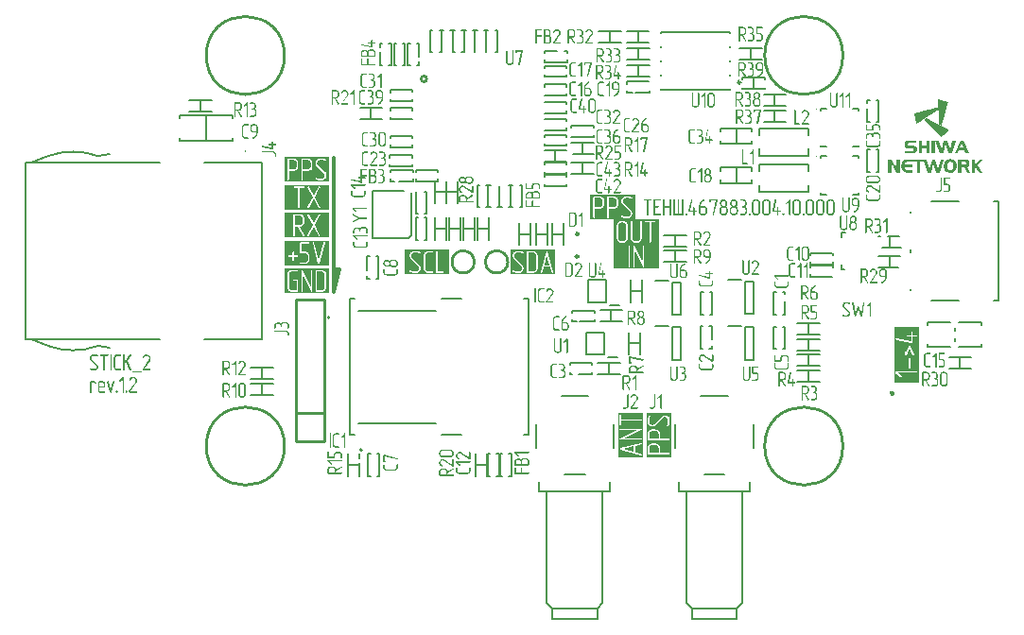
<source format=gto>
G04*
G04 #@! TF.GenerationSoftware,Altium Limited,Altium Designer,24.4.1 (13)*
G04*
G04 Layer_Color=65535*
%FSLAX44Y44*%
%MOMM*%
G71*
G04*
G04 #@! TF.SameCoordinates,A613BD91-DDE9-4BFC-9EAC-C4A420B0307C*
G04*
G04*
G04 #@! TF.FilePolarity,Positive*
G04*
G01*
G75*
%ADD10C,0.1000*%
%ADD11C,0.2540*%
%ADD12C,0.2500*%
%ADD13C,0.2000*%
%ADD14C,0.1500*%
%ADD15C,0.3000*%
G36*
X1169903Y735864D02*
X1169296D01*
Y735560D01*
X1168991D01*
Y735256D01*
X1168383D01*
Y734952D01*
X1168080D01*
Y734648D01*
X1167472D01*
Y734344D01*
X1167168D01*
Y734040D01*
X1166560D01*
Y733736D01*
X1166256D01*
Y733432D01*
X1165648D01*
Y733128D01*
X1165344D01*
Y732824D01*
X1164736D01*
Y732520D01*
X1164432D01*
Y732216D01*
X1163824D01*
Y731912D01*
X1163520D01*
Y731608D01*
X1162912D01*
Y731304D01*
X1162608D01*
Y731000D01*
X1162000D01*
Y730696D01*
X1161696D01*
Y730392D01*
X1161088D01*
Y730088D01*
X1160784D01*
Y729784D01*
X1160176D01*
Y729480D01*
X1159568D01*
Y729176D01*
X1159264D01*
Y728872D01*
X1158656D01*
Y728568D01*
X1158352D01*
Y728264D01*
X1157744D01*
Y727960D01*
X1157440D01*
Y727656D01*
X1156832D01*
Y727352D01*
X1156528D01*
Y727048D01*
X1155920D01*
Y726744D01*
X1155617D01*
Y726440D01*
X1155008D01*
Y726136D01*
X1154705D01*
Y725832D01*
X1154097D01*
Y725528D01*
X1153793D01*
Y725224D01*
X1153185D01*
Y724921D01*
X1152881D01*
Y724616D01*
X1152273D01*
Y724313D01*
X1151665D01*
Y724008D01*
X1151361D01*
Y723705D01*
X1151057D01*
Y724008D01*
X1150753D01*
Y725528D01*
X1150449D01*
Y726744D01*
X1150145D01*
Y727960D01*
X1149841D01*
Y729480D01*
X1149537D01*
Y730696D01*
X1149233D01*
Y731912D01*
X1148929D01*
Y733128D01*
X1149841D01*
Y733432D01*
X1151057D01*
Y733736D01*
X1152273D01*
Y734040D01*
X1153489D01*
Y734344D01*
X1154401D01*
Y734648D01*
X1155617D01*
Y734952D01*
X1156832D01*
Y735256D01*
X1158048D01*
Y735560D01*
X1159264D01*
Y735864D01*
X1160176D01*
Y736168D01*
X1161392D01*
Y736472D01*
X1162608D01*
Y736776D01*
X1163824D01*
Y737080D01*
X1165040D01*
Y737383D01*
X1166256D01*
Y737688D01*
X1167168D01*
Y737991D01*
X1168383D01*
Y738295D01*
X1169903D01*
Y735864D01*
D02*
G37*
G36*
X1170815Y745591D02*
X1172031D01*
Y745287D01*
X1172943D01*
Y744983D01*
X1173855D01*
Y744679D01*
X1174767D01*
Y744375D01*
X1175679D01*
Y744071D01*
X1176895D01*
Y743767D01*
X1177807D01*
Y743463D01*
X1178719D01*
Y743159D01*
X1179327D01*
Y742551D01*
X1179023D01*
Y741639D01*
X1178719D01*
Y740423D01*
X1178415D01*
Y739511D01*
X1178111D01*
Y738295D01*
X1177807D01*
Y737080D01*
X1177503D01*
Y736168D01*
X1177199D01*
Y734952D01*
X1176895D01*
Y734040D01*
X1176591D01*
Y732824D01*
X1176287D01*
Y731912D01*
X1175983D01*
Y730696D01*
X1175679D01*
Y729784D01*
X1175375D01*
Y728568D01*
X1175071D01*
Y727352D01*
X1174767D01*
Y726440D01*
X1174463D01*
Y725224D01*
X1174159D01*
Y724313D01*
X1173855D01*
Y723097D01*
X1173551D01*
Y722489D01*
X1172639D01*
Y722793D01*
X1172031D01*
Y723097D01*
X1171423D01*
Y723401D01*
X1171119D01*
Y728568D01*
X1170815D01*
Y735256D01*
X1170511D01*
Y742247D01*
X1170207D01*
Y745895D01*
X1170815D01*
Y745591D01*
D02*
G37*
G36*
X1160784Y728264D02*
X1161392D01*
Y727960D01*
X1161696D01*
Y727656D01*
X1162304D01*
Y727352D01*
X1162912D01*
Y727048D01*
X1163520D01*
Y726744D01*
X1164128D01*
Y726440D01*
X1164736D01*
Y726136D01*
X1165344D01*
Y725832D01*
X1165952D01*
Y725528D01*
X1166560D01*
Y725224D01*
X1167168D01*
Y724921D01*
X1167472D01*
Y724616D01*
X1168080D01*
Y724313D01*
X1168688D01*
Y724008D01*
X1169296D01*
Y723705D01*
X1169903D01*
Y723401D01*
X1170511D01*
Y723097D01*
X1171119D01*
Y722793D01*
X1171727D01*
Y722489D01*
X1172335D01*
Y722185D01*
X1172639D01*
Y721881D01*
X1173247D01*
Y721577D01*
X1173855D01*
Y721273D01*
X1174463D01*
Y720969D01*
X1175071D01*
Y720665D01*
X1175679D01*
Y720361D01*
X1176287D01*
Y720057D01*
X1176895D01*
Y719753D01*
X1177503D01*
Y719449D01*
X1177807D01*
Y719145D01*
X1178415D01*
Y718841D01*
X1179023D01*
Y718537D01*
X1179631D01*
Y718233D01*
X1179935D01*
Y717929D01*
X1179631D01*
Y717625D01*
X1179327D01*
Y717321D01*
X1179023D01*
Y717017D01*
X1178719D01*
Y716713D01*
X1178415D01*
Y716409D01*
X1178111D01*
Y716105D01*
X1177807D01*
Y715801D01*
X1177503D01*
Y715497D01*
X1176895D01*
Y715193D01*
X1176591D01*
Y714889D01*
X1176287D01*
Y714585D01*
X1175983D01*
Y714281D01*
X1175679D01*
Y713977D01*
X1175375D01*
Y713673D01*
X1175071D01*
Y713369D01*
X1174767D01*
Y713065D01*
X1174463D01*
Y712761D01*
X1174159D01*
Y712457D01*
X1173551D01*
Y712153D01*
X1173247D01*
Y711850D01*
X1172639D01*
Y712153D01*
X1172335D01*
Y712761D01*
X1172031D01*
Y713065D01*
X1171727D01*
Y713369D01*
X1171423D01*
Y713673D01*
X1171119D01*
Y713977D01*
X1170815D01*
Y714281D01*
X1170511D01*
Y714585D01*
X1170207D01*
Y714889D01*
X1169903D01*
Y715193D01*
X1169599D01*
Y715497D01*
X1169296D01*
Y715801D01*
X1168991D01*
Y716105D01*
X1168688D01*
Y716409D01*
X1168383D01*
Y716713D01*
X1168080D01*
Y717017D01*
X1167776D01*
Y717321D01*
X1167472D01*
Y717625D01*
X1167168D01*
Y717929D01*
X1166864D01*
Y718233D01*
X1166560D01*
Y718537D01*
X1166256D01*
Y718841D01*
X1165952D01*
Y719449D01*
X1165648D01*
Y719753D01*
X1165344D01*
Y720057D01*
X1165040D01*
Y720361D01*
X1164736D01*
Y720665D01*
X1164432D01*
Y720969D01*
X1164128D01*
Y721273D01*
X1163824D01*
Y721577D01*
X1163520D01*
Y721881D01*
X1163216D01*
Y722185D01*
X1162912D01*
Y722489D01*
X1162608D01*
Y722793D01*
X1162304D01*
Y723097D01*
X1162000D01*
Y723401D01*
X1161696D01*
Y723705D01*
X1161392D01*
Y724008D01*
X1161088D01*
Y724313D01*
X1160784D01*
Y724616D01*
X1160480D01*
Y724921D01*
X1160176D01*
Y725224D01*
X1159872D01*
Y725832D01*
X1159568D01*
Y726136D01*
X1159264D01*
Y726440D01*
X1158960D01*
Y726744D01*
X1158656D01*
Y727048D01*
X1158352D01*
Y727656D01*
X1158960D01*
Y727960D01*
X1159264D01*
Y728264D01*
X1159568D01*
Y728568D01*
X1160784D01*
Y728264D01*
D02*
G37*
G36*
X920000Y616000D02*
Y594000D01*
X880000D01*
Y616000D01*
Y638000D01*
X920000D01*
Y616000D01*
D02*
G37*
G36*
X827500Y589000D02*
X787500D01*
Y611000D01*
X827500D01*
Y589000D01*
D02*
G37*
G36*
X625000Y672000D02*
X585000D01*
Y694000D01*
X625000D01*
Y672000D01*
D02*
G37*
G36*
X625000Y622000D02*
X585000D01*
Y644000D01*
X625000D01*
Y622000D01*
D02*
G37*
G36*
X906000Y425000D02*
X884000D01*
Y465000D01*
X906000D01*
Y425000D01*
D02*
G37*
G36*
X931000Y465000D02*
Y425000D01*
X909000D01*
Y465000D01*
X931000D01*
D02*
G37*
G36*
X625000Y597000D02*
X585000D01*
Y619000D01*
X625000D01*
Y597000D01*
D02*
G37*
G36*
X899000Y638000D02*
X859000D01*
Y660000D01*
X899000D01*
Y638000D01*
D02*
G37*
G36*
X625000Y647000D02*
X585000D01*
Y669000D01*
X625000D01*
Y647000D01*
D02*
G37*
G36*
X625000Y572000D02*
X585000D01*
Y594000D01*
X625000D01*
Y572000D01*
D02*
G37*
G36*
X732500Y589000D02*
X692500D01*
Y611000D01*
X732500D01*
Y589000D01*
D02*
G37*
G36*
X1153000Y492000D02*
X1131000D01*
Y542000D01*
X1153000D01*
Y492000D01*
D02*
G37*
G36*
X930644Y656201D02*
X930708Y656183D01*
X930781Y656164D01*
X930854Y656128D01*
X930946Y656082D01*
X931028Y656018D01*
X931037Y656009D01*
X931064Y655981D01*
X931101Y655945D01*
X931147Y655890D01*
X931192Y655817D01*
X931229Y655725D01*
X931256Y655625D01*
X931265Y655506D01*
Y642485D01*
Y642467D01*
Y642430D01*
X931256Y642375D01*
X931238Y642293D01*
X931220Y642211D01*
X931183Y642128D01*
X931128Y642046D01*
X931064Y641964D01*
X931055Y641954D01*
X931028Y641936D01*
X930982Y641909D01*
X930918Y641872D01*
X930845Y641836D01*
X930753Y641808D01*
X930662Y641790D01*
X930552Y641781D01*
X930525D01*
X930488Y641790D01*
X930443Y641799D01*
X930379Y641817D01*
X930296Y641836D01*
X930196Y641872D01*
X930086Y641918D01*
X930077Y641927D01*
X930049Y641954D01*
X930004Y642000D01*
X929967Y642064D01*
X929921Y642147D01*
X929876Y642238D01*
X929848Y642357D01*
X929839Y642485D01*
Y648776D01*
X925249D01*
Y642485D01*
Y642467D01*
Y642430D01*
X925240Y642375D01*
X925221Y642293D01*
X925203Y642211D01*
X925166Y642128D01*
X925112Y642046D01*
X925048Y641964D01*
X925039Y641954D01*
X925011Y641936D01*
X924965Y641909D01*
X924901Y641872D01*
X924828Y641836D01*
X924737Y641808D01*
X924645Y641790D01*
X924536Y641781D01*
X924508D01*
X924472Y641790D01*
X924426Y641799D01*
X924362Y641817D01*
X924279Y641836D01*
X924179Y641872D01*
X924069Y641918D01*
X924060Y641927D01*
X924033Y641954D01*
X923987Y642000D01*
X923950Y642064D01*
X923905Y642147D01*
X923859Y642238D01*
X923831Y642357D01*
X923822Y642485D01*
Y655506D01*
Y655515D01*
Y655543D01*
X923831Y655588D01*
X923850Y655652D01*
X923868Y655716D01*
X923905Y655799D01*
X923960Y655881D01*
X924024Y655972D01*
X924033Y655981D01*
X924060Y656009D01*
X924106Y656045D01*
X924170Y656091D01*
X924243Y656137D01*
X924325Y656173D01*
X924426Y656201D01*
X924536Y656210D01*
X924581D01*
X924627Y656201D01*
X924691Y656183D01*
X924764Y656164D01*
X924837Y656128D01*
X924929Y656082D01*
X925011Y656018D01*
X925020Y656009D01*
X925048Y655981D01*
X925084Y655945D01*
X925130Y655890D01*
X925176Y655817D01*
X925212Y655725D01*
X925240Y655625D01*
X925249Y655506D01*
Y650193D01*
X929839D01*
Y655506D01*
Y655515D01*
Y655543D01*
X929848Y655588D01*
X929866Y655652D01*
X929885Y655716D01*
X929921Y655799D01*
X929976Y655881D01*
X930040Y655972D01*
X930049Y655981D01*
X930077Y656009D01*
X930123Y656045D01*
X930187Y656091D01*
X930260Y656137D01*
X930342Y656173D01*
X930443Y656201D01*
X930552Y656210D01*
X930598D01*
X930644Y656201D01*
D02*
G37*
G36*
X941845D02*
X941909Y656183D01*
X941982Y656164D01*
X942056Y656128D01*
X942147Y656082D01*
X942229Y656018D01*
X942238Y656009D01*
X942266Y655981D01*
X942302Y655945D01*
X942348Y655890D01*
X942394Y655817D01*
X942430Y655725D01*
X942458Y655625D01*
X942467Y655506D01*
Y642485D01*
Y642476D01*
Y642458D01*
Y642421D01*
X942458Y642375D01*
X942430Y642265D01*
X942375Y642137D01*
X942339Y642064D01*
X942293Y642000D01*
X942238Y641945D01*
X942165Y641890D01*
X942083Y641845D01*
X941992Y641808D01*
X941882Y641790D01*
X941754Y641781D01*
X933707D01*
X933670Y641790D01*
X933625D01*
X933515Y641817D01*
X933387Y641872D01*
X933314Y641909D01*
X933250Y641954D01*
X933195Y642009D01*
X933140Y642083D01*
X933094Y642156D01*
X933058Y642256D01*
X933039Y642357D01*
X933030Y642485D01*
Y655506D01*
Y655515D01*
Y655543D01*
X933039Y655588D01*
X933058Y655652D01*
X933076Y655716D01*
X933113Y655799D01*
X933167Y655881D01*
X933232Y655972D01*
X933241Y655981D01*
X933268Y656009D01*
X933314Y656045D01*
X933378Y656091D01*
X933451Y656137D01*
X933533Y656173D01*
X933634Y656201D01*
X933744Y656210D01*
X933789D01*
X933835Y656201D01*
X933899Y656183D01*
X933972Y656164D01*
X934045Y656128D01*
X934137Y656082D01*
X934219Y656018D01*
X934228Y656009D01*
X934256Y655981D01*
X934292Y655945D01*
X934338Y655890D01*
X934384Y655817D01*
X934420Y655725D01*
X934448Y655625D01*
X934457Y655506D01*
Y643198D01*
X937026D01*
Y655506D01*
Y655515D01*
Y655543D01*
X937035Y655588D01*
X937054Y655652D01*
X937072Y655716D01*
X937109Y655799D01*
X937163Y655881D01*
X937227Y655972D01*
X937237Y655981D01*
X937264Y656009D01*
X937310Y656045D01*
X937374Y656091D01*
X937447Y656137D01*
X937529Y656173D01*
X937630Y656201D01*
X937739Y656210D01*
X937785D01*
X937831Y656201D01*
X937895Y656183D01*
X937968Y656164D01*
X938041Y656128D01*
X938133Y656082D01*
X938215Y656018D01*
X938224Y656009D01*
X938252Y655981D01*
X938288Y655945D01*
X938334Y655890D01*
X938380Y655817D01*
X938416Y655725D01*
X938444Y655625D01*
X938453Y655506D01*
Y643198D01*
X941040D01*
Y655506D01*
Y655515D01*
Y655543D01*
X941050Y655588D01*
X941068Y655652D01*
X941086Y655716D01*
X941123Y655799D01*
X941178Y655881D01*
X941242Y655972D01*
X941251Y655981D01*
X941278Y656009D01*
X941324Y656045D01*
X941388Y656091D01*
X941461Y656137D01*
X941543Y656173D01*
X941644Y656201D01*
X941754Y656210D01*
X941799D01*
X941845Y656201D01*
D02*
G37*
G36*
X1074470D02*
X1074561Y656192D01*
X1074680Y656183D01*
X1074808Y656164D01*
X1074954Y656128D01*
X1075119Y656091D01*
X1075293Y656045D01*
X1075476Y655981D01*
X1075658Y655908D01*
X1075851Y655817D01*
X1076052Y655707D01*
X1076244Y655579D01*
X1076426Y655433D01*
X1076609Y655268D01*
X1076619Y655259D01*
X1076655Y655222D01*
X1076701Y655177D01*
X1076756Y655104D01*
X1076829Y655012D01*
X1076911Y654902D01*
X1077003Y654774D01*
X1077094Y654628D01*
X1077176Y654473D01*
X1077268Y654299D01*
X1077350Y654116D01*
X1077423Y653915D01*
X1077478Y653705D01*
X1077533Y653476D01*
X1077560Y653247D01*
X1077570Y653000D01*
Y644990D01*
Y644972D01*
Y644936D01*
X1077560Y644862D01*
X1077551Y644771D01*
X1077542Y644652D01*
X1077524Y644524D01*
X1077487Y644378D01*
X1077451Y644213D01*
X1077405Y644039D01*
X1077341Y643857D01*
X1077259Y643674D01*
X1077167Y643482D01*
X1077057Y643290D01*
X1076929Y643098D01*
X1076783Y642906D01*
X1076619Y642723D01*
X1076609Y642713D01*
X1076573Y642686D01*
X1076527Y642640D01*
X1076454Y642576D01*
X1076363Y642503D01*
X1076253Y642421D01*
X1076125Y642339D01*
X1075978Y642256D01*
X1075823Y642165D01*
X1075649Y642083D01*
X1075457Y642000D01*
X1075265Y641927D01*
X1075046Y641872D01*
X1074826Y641817D01*
X1074589Y641790D01*
X1074342Y641781D01*
X1073281D01*
X1073217Y641790D01*
X1073126Y641799D01*
X1073016Y641808D01*
X1072897Y641826D01*
X1072751Y641854D01*
X1072595Y641900D01*
X1072431Y641945D01*
X1072248Y642009D01*
X1072065Y642083D01*
X1071882Y642174D01*
X1071690Y642275D01*
X1071489Y642403D01*
X1071306Y642540D01*
X1071114Y642704D01*
X1071105Y642713D01*
X1071068Y642750D01*
X1071022Y642796D01*
X1070958Y642869D01*
X1070885Y642960D01*
X1070803Y643070D01*
X1070712Y643198D01*
X1070620Y643344D01*
X1070529Y643500D01*
X1070437Y643674D01*
X1070355Y643857D01*
X1070282Y644067D01*
X1070218Y644277D01*
X1070172Y644506D01*
X1070135Y644743D01*
X1070126Y644990D01*
Y653000D01*
Y653019D01*
Y653055D01*
X1070135Y653129D01*
X1070145Y653220D01*
X1070154Y653330D01*
X1070172Y653458D01*
X1070200Y653604D01*
X1070245Y653759D01*
X1070291Y653933D01*
X1070355Y654107D01*
X1070428Y654299D01*
X1070519Y654482D01*
X1070620Y654674D01*
X1070748Y654866D01*
X1070885Y655058D01*
X1071050Y655241D01*
X1071059Y655250D01*
X1071096Y655286D01*
X1071141Y655332D01*
X1071215Y655396D01*
X1071306Y655469D01*
X1071416Y655552D01*
X1071544Y655634D01*
X1071690Y655725D01*
X1071845Y655817D01*
X1072019Y655899D01*
X1072202Y655981D01*
X1072412Y656055D01*
X1072623Y656119D01*
X1072851Y656164D01*
X1073089Y656201D01*
X1073336Y656210D01*
X1074397D01*
X1074470Y656201D01*
D02*
G37*
G36*
X1065262D02*
X1065353Y656192D01*
X1065472Y656183D01*
X1065600Y656164D01*
X1065746Y656128D01*
X1065911Y656091D01*
X1066085Y656045D01*
X1066268Y655981D01*
X1066450Y655908D01*
X1066643Y655817D01*
X1066844Y655707D01*
X1067036Y655579D01*
X1067218Y655433D01*
X1067401Y655268D01*
X1067411Y655259D01*
X1067447Y655222D01*
X1067493Y655177D01*
X1067548Y655104D01*
X1067621Y655012D01*
X1067703Y654902D01*
X1067795Y654774D01*
X1067886Y654628D01*
X1067968Y654473D01*
X1068060Y654299D01*
X1068142Y654116D01*
X1068215Y653915D01*
X1068270Y653705D01*
X1068325Y653476D01*
X1068352Y653247D01*
X1068362Y653000D01*
Y644990D01*
Y644972D01*
Y644936D01*
X1068352Y644862D01*
X1068343Y644771D01*
X1068334Y644652D01*
X1068316Y644524D01*
X1068279Y644378D01*
X1068243Y644213D01*
X1068197Y644039D01*
X1068133Y643857D01*
X1068051Y643674D01*
X1067959Y643482D01*
X1067850Y643290D01*
X1067721Y643098D01*
X1067575Y642906D01*
X1067411Y642723D01*
X1067401Y642713D01*
X1067365Y642686D01*
X1067319Y642640D01*
X1067246Y642576D01*
X1067154Y642503D01*
X1067045Y642421D01*
X1066917Y642339D01*
X1066770Y642256D01*
X1066615Y642165D01*
X1066441Y642083D01*
X1066249Y642000D01*
X1066057Y641927D01*
X1065838Y641872D01*
X1065618Y641817D01*
X1065381Y641790D01*
X1065134Y641781D01*
X1064073D01*
X1064009Y641790D01*
X1063918Y641799D01*
X1063808Y641808D01*
X1063689Y641826D01*
X1063543Y641854D01*
X1063387Y641900D01*
X1063223Y641945D01*
X1063040Y642009D01*
X1062857Y642083D01*
X1062674Y642174D01*
X1062482Y642275D01*
X1062281Y642403D01*
X1062098Y642540D01*
X1061906Y642704D01*
X1061897Y642713D01*
X1061860Y642750D01*
X1061814Y642796D01*
X1061750Y642869D01*
X1061677Y642960D01*
X1061595Y643070D01*
X1061504Y643198D01*
X1061412Y643344D01*
X1061321Y643500D01*
X1061229Y643674D01*
X1061147Y643857D01*
X1061074Y644067D01*
X1061010Y644277D01*
X1060964Y644506D01*
X1060928Y644743D01*
X1060918Y644990D01*
Y653000D01*
Y653019D01*
Y653055D01*
X1060928Y653129D01*
X1060937Y653220D01*
X1060946Y653330D01*
X1060964Y653458D01*
X1060992Y653604D01*
X1061037Y653759D01*
X1061083Y653933D01*
X1061147Y654107D01*
X1061220Y654299D01*
X1061311Y654482D01*
X1061412Y654674D01*
X1061540Y654866D01*
X1061677Y655058D01*
X1061842Y655241D01*
X1061851Y655250D01*
X1061888Y655286D01*
X1061933Y655332D01*
X1062007Y655396D01*
X1062098Y655469D01*
X1062208Y655552D01*
X1062336Y655634D01*
X1062482Y655725D01*
X1062637Y655817D01*
X1062811Y655899D01*
X1062994Y655981D01*
X1063204Y656055D01*
X1063415Y656119D01*
X1063643Y656164D01*
X1063881Y656201D01*
X1064128Y656210D01*
X1065189D01*
X1065262Y656201D01*
D02*
G37*
G36*
X1056054D02*
X1056145Y656192D01*
X1056264Y656183D01*
X1056392Y656164D01*
X1056538Y656128D01*
X1056703Y656091D01*
X1056877Y656045D01*
X1057060Y655981D01*
X1057242Y655908D01*
X1057434Y655817D01*
X1057636Y655707D01*
X1057828Y655579D01*
X1058010Y655433D01*
X1058193Y655268D01*
X1058203Y655259D01*
X1058239Y655222D01*
X1058285Y655177D01*
X1058340Y655104D01*
X1058413Y655012D01*
X1058495Y654902D01*
X1058587Y654774D01*
X1058678Y654628D01*
X1058760Y654473D01*
X1058852Y654299D01*
X1058934Y654116D01*
X1059007Y653915D01*
X1059062Y653705D01*
X1059117Y653476D01*
X1059144Y653247D01*
X1059154Y653000D01*
Y644990D01*
Y644972D01*
Y644936D01*
X1059144Y644862D01*
X1059135Y644771D01*
X1059126Y644652D01*
X1059108Y644524D01*
X1059071Y644378D01*
X1059035Y644213D01*
X1058989Y644039D01*
X1058925Y643857D01*
X1058843Y643674D01*
X1058751Y643482D01*
X1058642Y643290D01*
X1058513Y643098D01*
X1058367Y642906D01*
X1058203Y642723D01*
X1058193Y642713D01*
X1058157Y642686D01*
X1058111Y642640D01*
X1058038Y642576D01*
X1057946Y642503D01*
X1057837Y642421D01*
X1057709Y642339D01*
X1057562Y642256D01*
X1057407Y642165D01*
X1057233Y642083D01*
X1057041Y642000D01*
X1056849Y641927D01*
X1056630Y641872D01*
X1056410Y641817D01*
X1056173Y641790D01*
X1055926Y641781D01*
X1054865D01*
X1054801Y641790D01*
X1054709Y641799D01*
X1054600Y641808D01*
X1054481Y641826D01*
X1054335Y641854D01*
X1054179Y641900D01*
X1054015Y641945D01*
X1053832Y642009D01*
X1053649Y642083D01*
X1053466Y642174D01*
X1053274Y642275D01*
X1053073Y642403D01*
X1052890Y642540D01*
X1052698Y642704D01*
X1052689Y642713D01*
X1052652Y642750D01*
X1052606Y642796D01*
X1052542Y642869D01*
X1052469Y642960D01*
X1052387Y643070D01*
X1052296Y643198D01*
X1052204Y643344D01*
X1052113Y643500D01*
X1052021Y643674D01*
X1051939Y643857D01*
X1051866Y644067D01*
X1051802Y644277D01*
X1051756Y644506D01*
X1051720Y644743D01*
X1051710Y644990D01*
Y653000D01*
Y653019D01*
Y653055D01*
X1051720Y653129D01*
X1051729Y653220D01*
X1051738Y653330D01*
X1051756Y653458D01*
X1051784Y653604D01*
X1051829Y653759D01*
X1051875Y653933D01*
X1051939Y654107D01*
X1052012Y654299D01*
X1052104Y654482D01*
X1052204Y654674D01*
X1052332Y654866D01*
X1052469Y655058D01*
X1052634Y655241D01*
X1052643Y655250D01*
X1052680Y655286D01*
X1052725Y655332D01*
X1052798Y655396D01*
X1052890Y655469D01*
X1053000Y655552D01*
X1053128Y655634D01*
X1053274Y655725D01*
X1053429Y655817D01*
X1053603Y655899D01*
X1053786Y655981D01*
X1053996Y656055D01*
X1054207Y656119D01*
X1054435Y656164D01*
X1054673Y656201D01*
X1054920Y656210D01*
X1055981D01*
X1056054Y656201D01*
D02*
G37*
G36*
X1049735Y643674D02*
X1049827Y643655D01*
X1049927Y643619D01*
X1050046Y643564D01*
X1050156Y643491D01*
X1050275Y643390D01*
X1050284Y643381D01*
X1050320Y643335D01*
X1050366Y643280D01*
X1050430Y643198D01*
X1050485Y643098D01*
X1050531Y642988D01*
X1050567Y642869D01*
X1050576Y642741D01*
Y642723D01*
Y642686D01*
X1050567Y642613D01*
X1050549Y642531D01*
X1050512Y642430D01*
X1050467Y642320D01*
X1050403Y642201D01*
X1050320Y642083D01*
X1050311Y642073D01*
X1050275Y642037D01*
X1050220Y641991D01*
X1050137Y641936D01*
X1050037Y641872D01*
X1049918Y641826D01*
X1049772Y641790D01*
X1049607Y641781D01*
X1049534D01*
X1049452Y641799D01*
X1049360Y641817D01*
X1049241Y641845D01*
X1049132Y641890D01*
X1049013Y641954D01*
X1048912Y642037D01*
X1048903Y642055D01*
X1048876Y642092D01*
X1048830Y642156D01*
X1048784Y642247D01*
X1048729Y642348D01*
X1048693Y642467D01*
X1048656Y642604D01*
X1048647Y642741D01*
Y642750D01*
Y642787D01*
X1048656Y642832D01*
X1048674Y642896D01*
X1048702Y642988D01*
X1048748Y643088D01*
X1048802Y643198D01*
X1048885Y643326D01*
X1048894Y643344D01*
X1048931Y643381D01*
X1048985Y643445D01*
X1049068Y643509D01*
X1049168Y643573D01*
X1049287Y643637D01*
X1049434Y643674D01*
X1049607Y643692D01*
X1049671D01*
X1049735Y643674D01*
D02*
G37*
G36*
X1044285Y656201D02*
X1044377Y656192D01*
X1044496Y656183D01*
X1044624Y656164D01*
X1044770Y656128D01*
X1044935Y656091D01*
X1045108Y656045D01*
X1045291Y655981D01*
X1045474Y655908D01*
X1045666Y655817D01*
X1045867Y655707D01*
X1046059Y655579D01*
X1046242Y655433D01*
X1046425Y655268D01*
X1046434Y655259D01*
X1046471Y655222D01*
X1046516Y655177D01*
X1046571Y655104D01*
X1046645Y655012D01*
X1046727Y654902D01*
X1046818Y654774D01*
X1046910Y654628D01*
X1046992Y654473D01*
X1047084Y654299D01*
X1047166Y654116D01*
X1047239Y653915D01*
X1047294Y653705D01*
X1047349Y653476D01*
X1047376Y653247D01*
X1047385Y653000D01*
Y644990D01*
Y644972D01*
Y644936D01*
X1047376Y644862D01*
X1047367Y644771D01*
X1047358Y644652D01*
X1047339Y644524D01*
X1047303Y644378D01*
X1047266Y644213D01*
X1047221Y644039D01*
X1047157Y643857D01*
X1047074Y643674D01*
X1046983Y643482D01*
X1046873Y643290D01*
X1046745Y643098D01*
X1046599Y642906D01*
X1046434Y642723D01*
X1046425Y642713D01*
X1046388Y642686D01*
X1046343Y642640D01*
X1046270Y642576D01*
X1046178Y642503D01*
X1046068Y642421D01*
X1045940Y642339D01*
X1045794Y642256D01*
X1045639Y642165D01*
X1045465Y642083D01*
X1045273Y642000D01*
X1045081Y641927D01*
X1044862Y641872D01*
X1044642Y641817D01*
X1044404Y641790D01*
X1044157Y641781D01*
X1043097D01*
X1043033Y641790D01*
X1042941Y641799D01*
X1042831Y641808D01*
X1042713Y641826D01*
X1042566Y641854D01*
X1042411Y641900D01*
X1042246Y641945D01*
X1042063Y642009D01*
X1041880Y642083D01*
X1041698Y642174D01*
X1041506Y642275D01*
X1041304Y642403D01*
X1041122Y642540D01*
X1040929Y642704D01*
X1040920Y642713D01*
X1040884Y642750D01*
X1040838Y642796D01*
X1040774Y642869D01*
X1040701Y642960D01*
X1040619Y643070D01*
X1040527Y643198D01*
X1040436Y643344D01*
X1040344Y643500D01*
X1040253Y643674D01*
X1040171Y643857D01*
X1040097Y644067D01*
X1040033Y644277D01*
X1039988Y644506D01*
X1039951Y644743D01*
X1039942Y644990D01*
Y653000D01*
Y653019D01*
Y653055D01*
X1039951Y653129D01*
X1039960Y653220D01*
X1039969Y653330D01*
X1039988Y653458D01*
X1040015Y653604D01*
X1040061Y653759D01*
X1040107Y653933D01*
X1040171Y654107D01*
X1040244Y654299D01*
X1040335Y654482D01*
X1040436Y654674D01*
X1040564Y654866D01*
X1040701Y655058D01*
X1040865Y655241D01*
X1040875Y655250D01*
X1040911Y655286D01*
X1040957Y655332D01*
X1041030Y655396D01*
X1041122Y655469D01*
X1041231Y655552D01*
X1041359Y655634D01*
X1041506Y655725D01*
X1041661Y655817D01*
X1041835Y655899D01*
X1042018Y655981D01*
X1042228Y656055D01*
X1042438Y656119D01*
X1042667Y656164D01*
X1042905Y656201D01*
X1043151Y656210D01*
X1044212D01*
X1044285Y656201D01*
D02*
G37*
G36*
X1037610D02*
X1037674Y656183D01*
X1037747Y656164D01*
X1037830Y656128D01*
X1037921Y656082D01*
X1038003Y656018D01*
X1038013Y656009D01*
X1038040Y655981D01*
X1038077Y655945D01*
X1038122Y655881D01*
X1038159Y655808D01*
X1038195Y655725D01*
X1038223Y655625D01*
X1038232Y655515D01*
Y642485D01*
Y642467D01*
Y642430D01*
X1038223Y642375D01*
X1038205Y642293D01*
X1038186Y642211D01*
X1038150Y642128D01*
X1038095Y642046D01*
X1038031Y641964D01*
X1038022Y641954D01*
X1037994Y641936D01*
X1037949Y641909D01*
X1037885Y641872D01*
X1037811Y641836D01*
X1037720Y641808D01*
X1037629Y641790D01*
X1037519Y641781D01*
X1037491D01*
X1037455Y641790D01*
X1037409Y641799D01*
X1037345Y641817D01*
X1037263Y641836D01*
X1037162Y641872D01*
X1037053Y641918D01*
X1037043Y641927D01*
X1037016Y641954D01*
X1036970Y642000D01*
X1036934Y642064D01*
X1036888Y642147D01*
X1036842Y642238D01*
X1036815Y642357D01*
X1036806Y642485D01*
Y654098D01*
X1035023Y652004D01*
X1035013Y651995D01*
X1034986Y651967D01*
X1034940Y651940D01*
X1034885Y651903D01*
X1034812Y651858D01*
X1034730Y651830D01*
X1034629Y651803D01*
X1034529Y651794D01*
X1034483D01*
X1034419Y651803D01*
X1034355Y651821D01*
X1034273Y651848D01*
X1034181Y651885D01*
X1034099Y651931D01*
X1034017Y652004D01*
X1034007Y652013D01*
X1033989Y652040D01*
X1033953Y652086D01*
X1033916Y652150D01*
X1033879Y652223D01*
X1033843Y652306D01*
X1033825Y652406D01*
X1033816Y652516D01*
Y652525D01*
Y652543D01*
X1033825Y652571D01*
X1033843Y652626D01*
X1033861Y652690D01*
X1033889Y652763D01*
X1033934Y652863D01*
X1033998Y652982D01*
X1037016Y656009D01*
X1037025Y656018D01*
X1037053Y656036D01*
X1037098Y656073D01*
X1037153Y656109D01*
X1037226Y656146D01*
X1037309Y656183D01*
X1037409Y656201D01*
X1037510Y656210D01*
X1037555D01*
X1037610Y656201D01*
D02*
G37*
G36*
X1031831Y643674D02*
X1031923Y643655D01*
X1032023Y643619D01*
X1032142Y643564D01*
X1032252Y643491D01*
X1032371Y643390D01*
X1032380Y643381D01*
X1032417Y643335D01*
X1032462Y643280D01*
X1032526Y643198D01*
X1032581Y643098D01*
X1032627Y642988D01*
X1032663Y642869D01*
X1032673Y642741D01*
Y642723D01*
Y642686D01*
X1032663Y642613D01*
X1032645Y642531D01*
X1032608Y642430D01*
X1032563Y642320D01*
X1032499Y642201D01*
X1032417Y642083D01*
X1032407Y642073D01*
X1032371Y642037D01*
X1032316Y641991D01*
X1032234Y641936D01*
X1032133Y641872D01*
X1032014Y641826D01*
X1031868Y641790D01*
X1031703Y641781D01*
X1031630D01*
X1031548Y641799D01*
X1031456Y641817D01*
X1031338Y641845D01*
X1031228Y641890D01*
X1031109Y641954D01*
X1031008Y642037D01*
X1030999Y642055D01*
X1030972Y642092D01*
X1030926Y642156D01*
X1030880Y642247D01*
X1030825Y642348D01*
X1030789Y642467D01*
X1030752Y642604D01*
X1030743Y642741D01*
Y642750D01*
Y642787D01*
X1030752Y642832D01*
X1030771Y642896D01*
X1030798Y642988D01*
X1030844Y643088D01*
X1030899Y643198D01*
X1030981Y643326D01*
X1030990Y643344D01*
X1031027Y643381D01*
X1031081Y643445D01*
X1031164Y643509D01*
X1031264Y643573D01*
X1031383Y643637D01*
X1031529Y643674D01*
X1031703Y643692D01*
X1031767D01*
X1031831Y643674D01*
D02*
G37*
G36*
X1024818Y656201D02*
X1024891Y656183D01*
X1024964Y656164D01*
X1025056Y656128D01*
X1025147Y656082D01*
X1025229Y656018D01*
X1025238Y656009D01*
X1025266Y655981D01*
X1025302Y655945D01*
X1025348Y655890D01*
X1025385Y655817D01*
X1025421Y655735D01*
X1025449Y655634D01*
X1025458Y655533D01*
X1025440Y655369D01*
X1023565Y646207D01*
X1026034D01*
Y648520D01*
Y648529D01*
Y648557D01*
X1026043Y648602D01*
X1026061Y648666D01*
X1026080Y648730D01*
X1026116Y648812D01*
X1026171Y648895D01*
X1026235Y648986D01*
X1026244Y648995D01*
X1026272Y649023D01*
X1026317Y649059D01*
X1026381Y649105D01*
X1026455Y649151D01*
X1026537Y649187D01*
X1026637Y649215D01*
X1026747Y649224D01*
X1026793D01*
X1026839Y649215D01*
X1026903Y649197D01*
X1026976Y649178D01*
X1027049Y649142D01*
X1027140Y649096D01*
X1027223Y649032D01*
X1027232Y649023D01*
X1027259Y648995D01*
X1027296Y648959D01*
X1027342Y648904D01*
X1027387Y648831D01*
X1027424Y648739D01*
X1027451Y648639D01*
X1027460Y648520D01*
Y646207D01*
X1028805D01*
X1028850Y646197D01*
X1028923Y646179D01*
X1028997Y646152D01*
X1029079Y646106D01*
X1029161Y646051D01*
X1029243Y645978D01*
X1029253Y645969D01*
X1029280Y645941D01*
X1029317Y645896D01*
X1029362Y645841D01*
X1029399Y645768D01*
X1029436Y645685D01*
X1029463Y645594D01*
X1029472Y645502D01*
Y645493D01*
Y645457D01*
X1029463Y645411D01*
X1029445Y645347D01*
X1029426Y645274D01*
X1029390Y645191D01*
X1029344Y645100D01*
X1029280Y645018D01*
X1029271Y645009D01*
X1029243Y644981D01*
X1029207Y644945D01*
X1029143Y644908D01*
X1029070Y644862D01*
X1028988Y644826D01*
X1028878Y644798D01*
X1028759Y644789D01*
X1027460D01*
Y642485D01*
Y642467D01*
Y642430D01*
X1027451Y642375D01*
X1027433Y642293D01*
X1027415Y642211D01*
X1027378Y642128D01*
X1027323Y642046D01*
X1027259Y641964D01*
X1027250Y641954D01*
X1027223Y641936D01*
X1027177Y641909D01*
X1027113Y641872D01*
X1027040Y641836D01*
X1026948Y641808D01*
X1026857Y641790D01*
X1026747Y641781D01*
X1026720D01*
X1026683Y641790D01*
X1026637Y641799D01*
X1026573Y641817D01*
X1026491Y641836D01*
X1026391Y641872D01*
X1026281Y641918D01*
X1026272Y641927D01*
X1026244Y641954D01*
X1026199Y642000D01*
X1026162Y642064D01*
X1026116Y642147D01*
X1026070Y642238D01*
X1026043Y642357D01*
X1026034Y642485D01*
Y644789D01*
X1022687D01*
X1022632Y644798D01*
X1022559Y644817D01*
X1022477Y644835D01*
X1022395Y644872D01*
X1022312Y644917D01*
X1022230Y644981D01*
X1022221Y644990D01*
X1022203Y645018D01*
X1022166Y645063D01*
X1022130Y645118D01*
X1022093Y645191D01*
X1022056Y645283D01*
X1022038Y645384D01*
X1022029Y645493D01*
X1022038Y645621D01*
X1024041Y655607D01*
Y655625D01*
X1024050Y655661D01*
X1024068Y655716D01*
X1024095Y655780D01*
X1024132Y655863D01*
X1024178Y655936D01*
X1024242Y656018D01*
X1024315Y656082D01*
X1024708Y656210D01*
X1024763D01*
X1024818Y656201D01*
D02*
G37*
G36*
X1017173D02*
X1017265Y656192D01*
X1017384Y656183D01*
X1017512Y656164D01*
X1017658Y656128D01*
X1017823Y656091D01*
X1017996Y656045D01*
X1018179Y655981D01*
X1018362Y655908D01*
X1018554Y655817D01*
X1018755Y655707D01*
X1018947Y655579D01*
X1019130Y655433D01*
X1019313Y655268D01*
X1019322Y655259D01*
X1019359Y655222D01*
X1019405Y655177D01*
X1019459Y655104D01*
X1019533Y655012D01*
X1019615Y654902D01*
X1019706Y654774D01*
X1019798Y654628D01*
X1019880Y654473D01*
X1019971Y654299D01*
X1020054Y654116D01*
X1020127Y653915D01*
X1020182Y653705D01*
X1020237Y653476D01*
X1020264Y653247D01*
X1020273Y653000D01*
Y644990D01*
Y644972D01*
Y644936D01*
X1020264Y644862D01*
X1020255Y644771D01*
X1020246Y644652D01*
X1020228Y644524D01*
X1020191Y644378D01*
X1020154Y644213D01*
X1020109Y644039D01*
X1020045Y643857D01*
X1019962Y643674D01*
X1019871Y643482D01*
X1019761Y643290D01*
X1019633Y643098D01*
X1019487Y642906D01*
X1019322Y642723D01*
X1019313Y642713D01*
X1019277Y642686D01*
X1019231Y642640D01*
X1019158Y642576D01*
X1019066Y642503D01*
X1018957Y642421D01*
X1018829Y642339D01*
X1018682Y642256D01*
X1018527Y642165D01*
X1018353Y642083D01*
X1018161Y642000D01*
X1017969Y641927D01*
X1017749Y641872D01*
X1017530Y641817D01*
X1017292Y641790D01*
X1017045Y641781D01*
X1015985D01*
X1015921Y641790D01*
X1015829Y641799D01*
X1015720Y641808D01*
X1015601Y641826D01*
X1015454Y641854D01*
X1015299Y641900D01*
X1015134Y641945D01*
X1014951Y642009D01*
X1014769Y642083D01*
X1014586Y642174D01*
X1014394Y642275D01*
X1014193Y642403D01*
X1014010Y642540D01*
X1013818Y642704D01*
X1013808Y642713D01*
X1013772Y642750D01*
X1013726Y642796D01*
X1013662Y642869D01*
X1013589Y642960D01*
X1013507Y643070D01*
X1013415Y643198D01*
X1013324Y643344D01*
X1013232Y643500D01*
X1013141Y643674D01*
X1013059Y643857D01*
X1012986Y644067D01*
X1012922Y644277D01*
X1012876Y644506D01*
X1012839Y644743D01*
X1012830Y644990D01*
Y653000D01*
Y653019D01*
Y653055D01*
X1012839Y653129D01*
X1012848Y653220D01*
X1012858Y653330D01*
X1012876Y653458D01*
X1012903Y653604D01*
X1012949Y653759D01*
X1012995Y653933D01*
X1013059Y654107D01*
X1013132Y654299D01*
X1013223Y654482D01*
X1013324Y654674D01*
X1013452Y654866D01*
X1013589Y655058D01*
X1013754Y655241D01*
X1013763Y655250D01*
X1013799Y655286D01*
X1013845Y655332D01*
X1013918Y655396D01*
X1014010Y655469D01*
X1014119Y655552D01*
X1014247Y655634D01*
X1014394Y655725D01*
X1014549Y655817D01*
X1014723Y655899D01*
X1014906Y655981D01*
X1015116Y656055D01*
X1015326Y656119D01*
X1015555Y656164D01*
X1015793Y656201D01*
X1016040Y656210D01*
X1017100D01*
X1017173Y656201D01*
D02*
G37*
G36*
X1007965D02*
X1008057Y656192D01*
X1008176Y656183D01*
X1008304Y656164D01*
X1008450Y656128D01*
X1008615Y656091D01*
X1008788Y656045D01*
X1008971Y655981D01*
X1009154Y655908D01*
X1009346Y655817D01*
X1009547Y655707D01*
X1009739Y655579D01*
X1009922Y655433D01*
X1010105Y655268D01*
X1010114Y655259D01*
X1010151Y655222D01*
X1010197Y655177D01*
X1010251Y655104D01*
X1010325Y655012D01*
X1010407Y654902D01*
X1010498Y654774D01*
X1010590Y654628D01*
X1010672Y654473D01*
X1010763Y654299D01*
X1010846Y654116D01*
X1010919Y653915D01*
X1010974Y653705D01*
X1011029Y653476D01*
X1011056Y653247D01*
X1011065Y653000D01*
Y644990D01*
Y644972D01*
Y644936D01*
X1011056Y644862D01*
X1011047Y644771D01*
X1011038Y644652D01*
X1011020Y644524D01*
X1010983Y644378D01*
X1010946Y644213D01*
X1010901Y644039D01*
X1010837Y643857D01*
X1010754Y643674D01*
X1010663Y643482D01*
X1010553Y643290D01*
X1010425Y643098D01*
X1010279Y642906D01*
X1010114Y642723D01*
X1010105Y642713D01*
X1010069Y642686D01*
X1010023Y642640D01*
X1009950Y642576D01*
X1009858Y642503D01*
X1009749Y642421D01*
X1009621Y642339D01*
X1009474Y642256D01*
X1009319Y642165D01*
X1009145Y642083D01*
X1008953Y642000D01*
X1008761Y641927D01*
X1008541Y641872D01*
X1008322Y641817D01*
X1008084Y641790D01*
X1007837Y641781D01*
X1006777D01*
X1006713Y641790D01*
X1006621Y641799D01*
X1006512Y641808D01*
X1006393Y641826D01*
X1006246Y641854D01*
X1006091Y641900D01*
X1005926Y641945D01*
X1005743Y642009D01*
X1005561Y642083D01*
X1005378Y642174D01*
X1005186Y642275D01*
X1004985Y642403D01*
X1004802Y642540D01*
X1004610Y642704D01*
X1004600Y642713D01*
X1004564Y642750D01*
X1004518Y642796D01*
X1004454Y642869D01*
X1004381Y642960D01*
X1004299Y643070D01*
X1004207Y643198D01*
X1004116Y643344D01*
X1004024Y643500D01*
X1003933Y643674D01*
X1003851Y643857D01*
X1003777Y644067D01*
X1003714Y644277D01*
X1003668Y644506D01*
X1003631Y644743D01*
X1003622Y644990D01*
Y653000D01*
Y653019D01*
Y653055D01*
X1003631Y653129D01*
X1003640Y653220D01*
X1003650Y653330D01*
X1003668Y653458D01*
X1003695Y653604D01*
X1003741Y653759D01*
X1003787Y653933D01*
X1003851Y654107D01*
X1003924Y654299D01*
X1004015Y654482D01*
X1004116Y654674D01*
X1004244Y654866D01*
X1004381Y655058D01*
X1004546Y655241D01*
X1004555Y655250D01*
X1004591Y655286D01*
X1004637Y655332D01*
X1004710Y655396D01*
X1004802Y655469D01*
X1004911Y655552D01*
X1005039Y655634D01*
X1005186Y655725D01*
X1005341Y655817D01*
X1005515Y655899D01*
X1005698Y655981D01*
X1005908Y656055D01*
X1006118Y656119D01*
X1006347Y656164D01*
X1006585Y656201D01*
X1006832Y656210D01*
X1007892D01*
X1007965Y656201D01*
D02*
G37*
G36*
X1001647Y643674D02*
X1001738Y643655D01*
X1001839Y643619D01*
X1001958Y643564D01*
X1002067Y643491D01*
X1002186Y643390D01*
X1002196Y643381D01*
X1002232Y643335D01*
X1002278Y643280D01*
X1002342Y643198D01*
X1002397Y643098D01*
X1002442Y642988D01*
X1002479Y642869D01*
X1002488Y642741D01*
Y642723D01*
Y642686D01*
X1002479Y642613D01*
X1002461Y642531D01*
X1002424Y642430D01*
X1002378Y642320D01*
X1002314Y642201D01*
X1002232Y642083D01*
X1002223Y642073D01*
X1002186Y642037D01*
X1002132Y641991D01*
X1002049Y641936D01*
X1001949Y641872D01*
X1001830Y641826D01*
X1001684Y641790D01*
X1001519Y641781D01*
X1001446D01*
X1001364Y641799D01*
X1001272Y641817D01*
X1001153Y641845D01*
X1001043Y641890D01*
X1000925Y641954D01*
X1000824Y642037D01*
X1000815Y642055D01*
X1000787Y642092D01*
X1000742Y642156D01*
X1000696Y642247D01*
X1000641Y642348D01*
X1000604Y642467D01*
X1000568Y642604D01*
X1000559Y642741D01*
Y642750D01*
Y642787D01*
X1000568Y642832D01*
X1000586Y642896D01*
X1000614Y642988D01*
X1000659Y643088D01*
X1000714Y643198D01*
X1000797Y643326D01*
X1000806Y643344D01*
X1000842Y643381D01*
X1000897Y643445D01*
X1000979Y643509D01*
X1001080Y643573D01*
X1001199Y643637D01*
X1001345Y643674D01*
X1001519Y643692D01*
X1001583D01*
X1001647Y643674D01*
D02*
G37*
G36*
X995713Y656201D02*
X995813Y656192D01*
X995923Y656183D01*
X996060Y656164D01*
X996215Y656128D01*
X996380Y656091D01*
X996554Y656045D01*
X996737Y655981D01*
X996929Y655908D01*
X997121Y655817D01*
X997313Y655707D01*
X997505Y655588D01*
X997688Y655442D01*
X997870Y655277D01*
X997880Y655268D01*
X997907Y655232D01*
X997953Y655186D01*
X998017Y655113D01*
X998090Y655021D01*
X998163Y654912D01*
X998254Y654784D01*
X998337Y654646D01*
X998428Y654482D01*
X998511Y654308D01*
X998584Y654125D01*
X998657Y653924D01*
X998721Y653714D01*
X998767Y653485D01*
X998794Y653247D01*
X998803Y653000D01*
Y651995D01*
Y651665D01*
Y651437D01*
X998730Y651217D01*
Y651208D01*
X998721Y651163D01*
X998712Y651108D01*
X998693Y651034D01*
X998666Y650934D01*
X998620Y650833D01*
X998565Y650714D01*
X998501Y650596D01*
Y650586D01*
X998492Y650568D01*
X998474Y650541D01*
X998447Y650504D01*
X998382Y650404D01*
X998291Y650276D01*
X998181Y650129D01*
X998044Y649983D01*
X997880Y649837D01*
X997697Y649699D01*
X997706D01*
X997724Y649690D01*
X997761Y649672D01*
X997797Y649654D01*
X997852Y649626D01*
X997916Y649590D01*
X997989Y649544D01*
X998063Y649489D01*
X998145Y649425D01*
X998236Y649352D01*
X998328Y649270D01*
X998419Y649169D01*
X998520Y649069D01*
X998611Y648950D01*
X998712Y648822D01*
X998803Y648675D01*
X998812Y648666D01*
X998821Y648639D01*
X998849Y648593D01*
X998885Y648538D01*
X998922Y648465D01*
X998959Y648374D01*
X999004Y648282D01*
X999059Y648163D01*
X999105Y648044D01*
X999151Y647916D01*
X999224Y647633D01*
X999288Y647322D01*
X999297Y647158D01*
X999306Y646993D01*
Y644990D01*
Y644972D01*
Y644936D01*
X999297Y644862D01*
X999288Y644762D01*
X999279Y644652D01*
X999260Y644515D01*
X999224Y644369D01*
X999187Y644204D01*
X999141Y644030D01*
X999078Y643847D01*
X999004Y643655D01*
X998913Y643463D01*
X998803Y643271D01*
X998675Y643079D01*
X998529Y642896D01*
X998364Y642713D01*
X998355Y642704D01*
X998318Y642677D01*
X998273Y642631D01*
X998200Y642567D01*
X998108Y642494D01*
X997999Y642421D01*
X997870Y642339D01*
X997733Y642247D01*
X997569Y642165D01*
X997395Y642073D01*
X997212Y642000D01*
X997011Y641927D01*
X996801Y641863D01*
X996572Y641817D01*
X996334Y641790D01*
X996087Y641781D01*
X993527D01*
X993472Y641790D01*
X993399Y641808D01*
X993317Y641826D01*
X993225Y641863D01*
X993143Y641909D01*
X993061Y641973D01*
X993052Y641982D01*
X993033Y642019D01*
X993006Y642064D01*
X992969Y642128D01*
X992933Y642201D01*
X992905Y642293D01*
X992887Y642393D01*
X992878Y642494D01*
Y642503D01*
Y642522D01*
X992887Y642558D01*
X992896Y642613D01*
X992914Y642668D01*
X992951Y642741D01*
X992988Y642832D01*
X993042Y642924D01*
X993052Y642933D01*
X993079Y642970D01*
X993116Y643015D01*
X993180Y643061D01*
X993253Y643116D01*
X993344Y643152D01*
X993454Y643189D01*
X993582Y643198D01*
X996161D01*
X996215Y643207D01*
X996279Y643216D01*
X996352Y643226D01*
X996526Y643262D01*
X996727Y643326D01*
X996938Y643418D01*
X997048Y643472D01*
X997157Y643546D01*
X997258Y643619D01*
X997358Y643710D01*
X997367Y643719D01*
X997377Y643738D01*
X997404Y643765D01*
X997441Y643802D01*
X997477Y643857D01*
X997523Y643911D01*
X997569Y643985D01*
X997624Y644067D01*
X997715Y644250D01*
X997797Y644469D01*
X997834Y644588D01*
X997861Y644716D01*
X997870Y644853D01*
X997880Y644990D01*
Y646993D01*
Y647002D01*
Y647029D01*
Y647066D01*
X997870Y647121D01*
X997861Y647185D01*
X997852Y647258D01*
X997816Y647432D01*
X997752Y647624D01*
X997715Y647734D01*
X997660Y647834D01*
X997596Y647944D01*
X997532Y648054D01*
X997450Y648154D01*
X997358Y648255D01*
X997349Y648264D01*
X997331Y648282D01*
X997303Y648300D01*
X997267Y648337D01*
X997221Y648374D01*
X997157Y648419D01*
X997084Y648474D01*
X997011Y648520D01*
X996819Y648621D01*
X996609Y648703D01*
X996490Y648739D01*
X996362Y648767D01*
X996225Y648776D01*
X996087Y648785D01*
X995530D01*
X995475Y648794D01*
X995402Y648812D01*
X995319Y648831D01*
X995228Y648867D01*
X995145Y648913D01*
X995063Y648977D01*
X995054Y648986D01*
X995036Y649023D01*
X995008Y649069D01*
X994972Y649133D01*
X994935Y649206D01*
X994908Y649297D01*
X994890Y649398D01*
X994880Y649498D01*
Y649508D01*
Y649526D01*
X994890Y649562D01*
X994899Y649617D01*
X994917Y649672D01*
X994954Y649745D01*
X994990Y649837D01*
X995045Y649928D01*
X995054Y649937D01*
X995081Y649974D01*
X995118Y650020D01*
X995182Y650065D01*
X995255Y650120D01*
X995347Y650157D01*
X995456Y650193D01*
X995584Y650202D01*
X995658D01*
X995713Y650212D01*
X995777Y650221D01*
X995850Y650230D01*
X996023Y650266D01*
X996225Y650330D01*
X996435Y650422D01*
X996545Y650477D01*
X996654Y650550D01*
X996755Y650623D01*
X996855Y650714D01*
X996865Y650724D01*
X996874Y650742D01*
X996901Y650769D01*
X996938Y650806D01*
X996974Y650861D01*
X997020Y650916D01*
X997066Y650989D01*
X997121Y651071D01*
X997212Y651254D01*
X997294Y651473D01*
X997331Y651592D01*
X997358Y651720D01*
X997367Y651858D01*
X997377Y651995D01*
Y653000D01*
Y653010D01*
Y653037D01*
Y653074D01*
X997367Y653129D01*
X997358Y653193D01*
X997349Y653266D01*
X997313Y653439D01*
X997249Y653631D01*
X997212Y653741D01*
X997157Y653842D01*
X997093Y653951D01*
X997029Y654061D01*
X996947Y654162D01*
X996855Y654262D01*
X996846Y654271D01*
X996828Y654290D01*
X996801Y654308D01*
X996764Y654345D01*
X996718Y654381D01*
X996654Y654427D01*
X996581Y654482D01*
X996508Y654528D01*
X996316Y654628D01*
X996106Y654710D01*
X995987Y654747D01*
X995859Y654774D01*
X995722Y654784D01*
X995584Y654793D01*
X993527D01*
X993472Y654802D01*
X993399Y654820D01*
X993317Y654838D01*
X993225Y654875D01*
X993143Y654921D01*
X993061Y654985D01*
X993052Y654994D01*
X993033Y655031D01*
X993006Y655076D01*
X992969Y655140D01*
X992933Y655213D01*
X992905Y655305D01*
X992887Y655405D01*
X992878Y655506D01*
Y655515D01*
Y655533D01*
X992887Y655570D01*
X992896Y655625D01*
X992914Y655680D01*
X992951Y655753D01*
X992988Y655844D01*
X993042Y655936D01*
X993052Y655945D01*
X993079Y655981D01*
X993116Y656027D01*
X993180Y656073D01*
X993253Y656128D01*
X993344Y656164D01*
X993454Y656201D01*
X993582Y656210D01*
X995648D01*
X995713Y656201D01*
D02*
G37*
G36*
X987492D02*
X987583Y656192D01*
X987702Y656183D01*
X987840Y656164D01*
X987986Y656128D01*
X988150Y656091D01*
X988324Y656045D01*
X988507Y655981D01*
X988699Y655908D01*
X988900Y655817D01*
X989092Y655707D01*
X989284Y655588D01*
X989476Y655442D01*
X989659Y655277D01*
X989668Y655268D01*
X989677Y655259D01*
X989705Y655232D01*
X989741Y655195D01*
X989824Y655104D01*
X989933Y654985D01*
X990052Y654829D01*
X990171Y654656D01*
X990281Y654454D01*
X990381Y654244D01*
X990546Y653677D01*
X990601Y653330D01*
Y653010D01*
Y651985D01*
Y651976D01*
Y651949D01*
Y651912D01*
Y651858D01*
X990592Y651784D01*
X990583Y651711D01*
X990574Y651620D01*
X990564Y651519D01*
X990528Y651309D01*
X990473Y651071D01*
X990400Y650833D01*
X990299Y650596D01*
Y650586D01*
X990290Y650568D01*
X990272Y650541D01*
X990244Y650495D01*
X990180Y650385D01*
X990089Y650257D01*
X989970Y650111D01*
X989833Y649965D01*
X989668Y649818D01*
X989485Y649699D01*
X989494D01*
X989513Y649690D01*
X989549Y649672D01*
X989586Y649654D01*
X989641Y649626D01*
X989705Y649590D01*
X989778Y649544D01*
X989851Y649489D01*
X989943Y649425D01*
X990025Y649352D01*
X990116Y649270D01*
X990217Y649178D01*
X990308Y649078D01*
X990409Y648959D01*
X990509Y648831D01*
X990601Y648684D01*
X990610Y648675D01*
X990619Y648648D01*
X990647Y648602D01*
X990683Y648547D01*
X990720Y648474D01*
X990756Y648383D01*
X990802Y648282D01*
X990857Y648173D01*
X990903Y648054D01*
X990948Y647926D01*
X991022Y647633D01*
X991086Y647322D01*
X991095Y647158D01*
X991104Y646993D01*
Y644990D01*
Y644972D01*
Y644936D01*
X991095Y644862D01*
X991086Y644762D01*
X991077Y644652D01*
X991058Y644515D01*
X991022Y644369D01*
X990985Y644204D01*
X990939Y644030D01*
X990875Y643847D01*
X990802Y643655D01*
X990711Y643463D01*
X990601Y643271D01*
X990473Y643079D01*
X990327Y642896D01*
X990162Y642713D01*
X990153Y642704D01*
X990116Y642677D01*
X990071Y642631D01*
X989997Y642567D01*
X989906Y642494D01*
X989796Y642421D01*
X989668Y642339D01*
X989522Y642247D01*
X989367Y642165D01*
X989193Y642073D01*
X989001Y642000D01*
X988809Y641927D01*
X988589Y641863D01*
X988370Y641817D01*
X988132Y641790D01*
X987885Y641781D01*
X986824D01*
X986760Y641790D01*
X986669Y641799D01*
X986559Y641808D01*
X986440Y641826D01*
X986294Y641854D01*
X986139Y641900D01*
X985974Y641945D01*
X985791Y642009D01*
X985608Y642083D01*
X985425Y642174D01*
X985233Y642275D01*
X985032Y642403D01*
X984849Y642540D01*
X984657Y642704D01*
X984648Y642713D01*
X984612Y642750D01*
X984566Y642796D01*
X984502Y642869D01*
X984429Y642960D01*
X984346Y643070D01*
X984255Y643198D01*
X984164Y643344D01*
X984072Y643500D01*
X983981Y643674D01*
X983898Y643857D01*
X983825Y644067D01*
X983761Y644277D01*
X983716Y644506D01*
X983679Y644743D01*
X983670Y644990D01*
Y646993D01*
Y647002D01*
Y647029D01*
Y647075D01*
X983679Y647130D01*
Y647203D01*
X983697Y647295D01*
X983706Y647386D01*
X983725Y647496D01*
X983780Y647734D01*
X983853Y647999D01*
X983962Y648273D01*
X984036Y648419D01*
X984109Y648557D01*
X984118Y648566D01*
X984127Y648593D01*
X984154Y648630D01*
X984191Y648675D01*
X984237Y648739D01*
X984292Y648812D01*
X984420Y648977D01*
X984593Y649160D01*
X984794Y649343D01*
X985023Y649517D01*
X985279Y649672D01*
X985270D01*
X985261Y649681D01*
X985233Y649699D01*
X985197Y649727D01*
X985115Y649791D01*
X985005Y649892D01*
X984877Y650020D01*
X984740Y650175D01*
X984612Y650367D01*
X984484Y650586D01*
Y650596D01*
X984474Y650614D01*
X984456Y650650D01*
X984438Y650696D01*
X984410Y650760D01*
X984383Y650833D01*
X984356Y650916D01*
X984328Y651007D01*
X984273Y651208D01*
X984219Y651455D01*
X984182Y651711D01*
X984173Y651995D01*
Y653019D01*
Y653037D01*
Y653074D01*
X984182Y653138D01*
X984191Y653229D01*
X984200Y653339D01*
X984219Y653467D01*
X984255Y653613D01*
X984292Y653769D01*
X984337Y653942D01*
X984401Y654116D01*
X984484Y654308D01*
X984566Y654500D01*
X984676Y654701D01*
X984804Y654902D01*
X984950Y655104D01*
X985115Y655305D01*
X985124Y655314D01*
X985133Y655323D01*
X985160Y655350D01*
X985197Y655378D01*
X985288Y655460D01*
X985407Y655552D01*
X985563Y655661D01*
X985736Y655780D01*
X985928Y655890D01*
X986139Y655991D01*
X986696Y656155D01*
X987044Y656210D01*
X987428D01*
X987492Y656201D01*
D02*
G37*
G36*
X978284D02*
X978375Y656192D01*
X978494Y656183D01*
X978632Y656164D01*
X978778Y656128D01*
X978942Y656091D01*
X979116Y656045D01*
X979299Y655981D01*
X979491Y655908D01*
X979692Y655817D01*
X979884Y655707D01*
X980076Y655588D01*
X980268Y655442D01*
X980451Y655277D01*
X980460Y655268D01*
X980469Y655259D01*
X980497Y655232D01*
X980533Y655195D01*
X980616Y655104D01*
X980725Y654985D01*
X980844Y654829D01*
X980963Y654656D01*
X981073Y654454D01*
X981173Y654244D01*
X981338Y653677D01*
X981393Y653330D01*
Y653010D01*
Y651985D01*
Y651976D01*
Y651949D01*
Y651912D01*
Y651858D01*
X981384Y651784D01*
X981375Y651711D01*
X981366Y651620D01*
X981356Y651519D01*
X981320Y651309D01*
X981265Y651071D01*
X981192Y650833D01*
X981091Y650596D01*
Y650586D01*
X981082Y650568D01*
X981064Y650541D01*
X981036Y650495D01*
X980972Y650385D01*
X980881Y650257D01*
X980762Y650111D01*
X980625Y649965D01*
X980460Y649818D01*
X980277Y649699D01*
X980286D01*
X980305Y649690D01*
X980341Y649672D01*
X980378Y649654D01*
X980433Y649626D01*
X980497Y649590D01*
X980570Y649544D01*
X980643Y649489D01*
X980735Y649425D01*
X980817Y649352D01*
X980908Y649270D01*
X981009Y649178D01*
X981100Y649078D01*
X981201Y648959D01*
X981301Y648831D01*
X981393Y648684D01*
X981402Y648675D01*
X981411Y648648D01*
X981439Y648602D01*
X981475Y648547D01*
X981512Y648474D01*
X981548Y648383D01*
X981594Y648282D01*
X981649Y648173D01*
X981695Y648054D01*
X981740Y647926D01*
X981814Y647633D01*
X981878Y647322D01*
X981887Y647158D01*
X981896Y646993D01*
Y644990D01*
Y644972D01*
Y644936D01*
X981887Y644862D01*
X981878Y644762D01*
X981868Y644652D01*
X981850Y644515D01*
X981814Y644369D01*
X981777Y644204D01*
X981731Y644030D01*
X981667Y643847D01*
X981594Y643655D01*
X981503Y643463D01*
X981393Y643271D01*
X981265Y643079D01*
X981119Y642896D01*
X980954Y642713D01*
X980945Y642704D01*
X980908Y642677D01*
X980863Y642631D01*
X980789Y642567D01*
X980698Y642494D01*
X980588Y642421D01*
X980460Y642339D01*
X980314Y642247D01*
X980158Y642165D01*
X979985Y642073D01*
X979793Y642000D01*
X979601Y641927D01*
X979381Y641863D01*
X979162Y641817D01*
X978924Y641790D01*
X978677Y641781D01*
X977617D01*
X977552Y641790D01*
X977461Y641799D01*
X977351Y641808D01*
X977232Y641826D01*
X977086Y641854D01*
X976931Y641900D01*
X976766Y641945D01*
X976583Y642009D01*
X976400Y642083D01*
X976217Y642174D01*
X976025Y642275D01*
X975824Y642403D01*
X975641Y642540D01*
X975449Y642704D01*
X975440Y642713D01*
X975404Y642750D01*
X975358Y642796D01*
X975294Y642869D01*
X975221Y642960D01*
X975138Y643070D01*
X975047Y643198D01*
X974956Y643344D01*
X974864Y643500D01*
X974773Y643674D01*
X974690Y643857D01*
X974617Y644067D01*
X974553Y644277D01*
X974508Y644506D01*
X974471Y644743D01*
X974462Y644990D01*
Y646993D01*
Y647002D01*
Y647029D01*
Y647075D01*
X974471Y647130D01*
Y647203D01*
X974489Y647295D01*
X974498Y647386D01*
X974517Y647496D01*
X974572Y647734D01*
X974645Y647999D01*
X974754Y648273D01*
X974828Y648419D01*
X974901Y648557D01*
X974910Y648566D01*
X974919Y648593D01*
X974946Y648630D01*
X974983Y648675D01*
X975029Y648739D01*
X975084Y648812D01*
X975212Y648977D01*
X975385Y649160D01*
X975586Y649343D01*
X975815Y649517D01*
X976071Y649672D01*
X976062D01*
X976053Y649681D01*
X976025Y649699D01*
X975989Y649727D01*
X975907Y649791D01*
X975797Y649892D01*
X975669Y650020D01*
X975532Y650175D01*
X975404Y650367D01*
X975276Y650586D01*
Y650596D01*
X975266Y650614D01*
X975248Y650650D01*
X975230Y650696D01*
X975202Y650760D01*
X975175Y650833D01*
X975148Y650916D01*
X975120Y651007D01*
X975065Y651208D01*
X975010Y651455D01*
X974974Y651711D01*
X974965Y651995D01*
Y653019D01*
Y653037D01*
Y653074D01*
X974974Y653138D01*
X974983Y653229D01*
X974992Y653339D01*
X975010Y653467D01*
X975047Y653613D01*
X975084Y653769D01*
X975129Y653942D01*
X975193Y654116D01*
X975276Y654308D01*
X975358Y654500D01*
X975468Y654701D01*
X975596Y654902D01*
X975742Y655104D01*
X975907Y655305D01*
X975916Y655314D01*
X975925Y655323D01*
X975952Y655350D01*
X975989Y655378D01*
X976080Y655460D01*
X976199Y655552D01*
X976355Y655661D01*
X976528Y655780D01*
X976720Y655890D01*
X976931Y655991D01*
X977488Y656155D01*
X977836Y656210D01*
X978220D01*
X978284Y656201D01*
D02*
G37*
G36*
X972084D02*
X972158Y656183D01*
X972240Y656164D01*
X972322Y656128D01*
X972404Y656082D01*
X972487Y656018D01*
X972496Y656009D01*
X972523Y655981D01*
X972551Y655945D01*
X972596Y655890D01*
X972633Y655817D01*
X972660Y655735D01*
X972688Y655643D01*
X972697Y655533D01*
X972670Y655350D01*
X969661Y642339D01*
Y642329D01*
X969652Y642311D01*
X969634Y642284D01*
X969615Y642238D01*
X969579Y642174D01*
X969533Y642101D01*
X969469Y642019D01*
X969396Y641909D01*
X969003Y641781D01*
X968957D01*
X968902Y641790D01*
X968829Y641799D01*
X968756Y641817D01*
X968664Y641845D01*
X968582Y641881D01*
X968491Y641927D01*
X968482Y641936D01*
X968454Y641964D01*
X968409Y642009D01*
X968363Y642073D01*
X968317Y642156D01*
X968271Y642256D01*
X968244Y642366D01*
X968235Y642494D01*
X968262Y642631D01*
X971133Y654793D01*
X966680D01*
Y654006D01*
Y653988D01*
Y653951D01*
X966671Y653897D01*
X966653Y653814D01*
X966635Y653732D01*
X966598Y653650D01*
X966543Y653567D01*
X966479Y653485D01*
X966470Y653476D01*
X966442Y653458D01*
X966397Y653430D01*
X966333Y653394D01*
X966260Y653357D01*
X966168Y653330D01*
X966077Y653311D01*
X965967Y653302D01*
X965940D01*
X965903Y653311D01*
X965857Y653320D01*
X965793Y653339D01*
X965711Y653366D01*
X965610Y653403D01*
X965501Y653449D01*
X965491Y653458D01*
X965464Y653485D01*
X965418Y653531D01*
X965382Y653595D01*
X965336Y653668D01*
X965290Y653769D01*
X965263Y653878D01*
X965254Y654006D01*
Y655506D01*
Y655515D01*
Y655533D01*
X965263Y655570D01*
Y655616D01*
X965290Y655725D01*
X965345Y655863D01*
X965382Y655927D01*
X965427Y655991D01*
X965482Y656045D01*
X965555Y656100D01*
X965629Y656146D01*
X965729Y656183D01*
X965830Y656201D01*
X965958Y656210D01*
X972029D01*
X972084Y656201D01*
D02*
G37*
G36*
X960892Y656210D02*
X960956Y656192D01*
X961038Y656164D01*
X961121Y656119D01*
X961203Y656064D01*
X961276Y655991D01*
X961285Y655981D01*
X961304Y655954D01*
X961340Y655908D01*
X961377Y655844D01*
X961404Y655771D01*
X961441Y655689D01*
X961459Y655597D01*
X961468Y655497D01*
Y655488D01*
Y655460D01*
X961459Y655424D01*
Y655378D01*
X961423Y655259D01*
X961404Y655204D01*
X961368Y655140D01*
Y655131D01*
X961349Y655113D01*
X961322Y655085D01*
X961285Y655040D01*
X961240Y654994D01*
X961176Y654948D01*
X961102Y654884D01*
X961011Y654829D01*
X960810Y654756D01*
X960590Y654656D01*
X960234Y654473D01*
X960216Y654464D01*
X960170Y654436D01*
X960087Y654381D01*
X959996Y654326D01*
X959877Y654244D01*
X959767Y654162D01*
X959649Y654070D01*
X959530Y653979D01*
X959520Y653970D01*
X959502Y653961D01*
X959466Y653924D01*
X959420Y653887D01*
X959365Y653842D01*
X959301Y653778D01*
X959228Y653705D01*
X959146Y653622D01*
X959054Y653531D01*
X958963Y653430D01*
X958862Y653311D01*
X958762Y653193D01*
X958661Y653064D01*
X958551Y652918D01*
X958441Y652772D01*
X958332Y652607D01*
Y652598D01*
X958314Y652580D01*
X958295Y652552D01*
X958277Y652507D01*
X958250Y652452D01*
X958213Y652397D01*
X958176Y652324D01*
X958131Y652242D01*
X958039Y652049D01*
X957939Y651830D01*
X957829Y651592D01*
X957728Y651327D01*
Y651318D01*
X957719Y651300D01*
X957701Y651263D01*
X957692Y651208D01*
X957673Y651153D01*
X957646Y651080D01*
X957600Y650916D01*
X957554Y650742D01*
X957509Y650550D01*
X957481Y650367D01*
X957472Y650202D01*
X960316D01*
X960380Y650193D01*
X960481Y650184D01*
X960590Y650175D01*
X960727Y650157D01*
X960883Y650120D01*
X961048Y650084D01*
X961221Y650038D01*
X961404Y649974D01*
X961596Y649901D01*
X961788Y649809D01*
X961980Y649699D01*
X962172Y649581D01*
X962355Y649434D01*
X962538Y649270D01*
X962547Y649261D01*
X962575Y649224D01*
X962629Y649178D01*
X962684Y649105D01*
X962757Y649014D01*
X962840Y648904D01*
X962922Y648776D01*
X963014Y648639D01*
X963096Y648474D01*
X963178Y648300D01*
X963260Y648118D01*
X963334Y647916D01*
X963398Y647706D01*
X963443Y647477D01*
X963471Y647240D01*
X963480Y646993D01*
Y644990D01*
Y644972D01*
Y644936D01*
X963471Y644862D01*
X963462Y644762D01*
X963452Y644652D01*
X963434Y644515D01*
X963398Y644369D01*
X963361Y644204D01*
X963315Y644030D01*
X963251Y643847D01*
X963178Y643655D01*
X963087Y643463D01*
X962977Y643271D01*
X962849Y643079D01*
X962703Y642896D01*
X962538Y642713D01*
X962529Y642704D01*
X962492Y642677D01*
X962447Y642631D01*
X962373Y642567D01*
X962282Y642494D01*
X962172Y642421D01*
X962044Y642339D01*
X961898Y642247D01*
X961742Y642165D01*
X961569Y642073D01*
X961377Y642000D01*
X961185Y641927D01*
X960965Y641863D01*
X960746Y641817D01*
X960508Y641790D01*
X960261Y641781D01*
X959201D01*
X959137Y641790D01*
X959045Y641799D01*
X958935Y641808D01*
X958816Y641826D01*
X958670Y641854D01*
X958515Y641900D01*
X958350Y641945D01*
X958167Y642009D01*
X957984Y642083D01*
X957801Y642174D01*
X957609Y642275D01*
X957408Y642403D01*
X957225Y642540D01*
X957033Y642704D01*
X957024Y642713D01*
X956988Y642750D01*
X956942Y642796D01*
X956878Y642869D01*
X956805Y642960D01*
X956722Y643070D01*
X956631Y643198D01*
X956540Y643344D01*
X956448Y643500D01*
X956357Y643674D01*
X956274Y643857D01*
X956201Y644067D01*
X956137Y644277D01*
X956092Y644506D01*
X956055Y644743D01*
X956046Y644990D01*
Y649444D01*
Y649453D01*
Y649471D01*
Y649498D01*
Y649535D01*
Y649590D01*
X956055Y649654D01*
Y649727D01*
X956064Y649809D01*
X956082Y649992D01*
X956101Y650212D01*
X956137Y650468D01*
X956183Y650742D01*
X956238Y651034D01*
X956311Y651345D01*
X956402Y651665D01*
X956512Y652004D01*
X956631Y652351D01*
X956777Y652690D01*
X956951Y653037D01*
X957143Y653375D01*
Y653384D01*
X957161Y653394D01*
X957170Y653421D01*
X957198Y653458D01*
X957234Y653503D01*
X957271Y653558D01*
X957363Y653695D01*
X957490Y653851D01*
X957637Y654034D01*
X957811Y654235D01*
X958021Y654454D01*
X958240Y654674D01*
X958496Y654912D01*
X958771Y655140D01*
X959072Y655369D01*
X959392Y655588D01*
X959740Y655799D01*
X960115Y655991D01*
X960508Y656164D01*
X960782Y656219D01*
X960837D01*
X960892Y656210D01*
D02*
G37*
G36*
X949618Y656201D02*
X949691Y656183D01*
X949764Y656164D01*
X949855Y656128D01*
X949947Y656082D01*
X950029Y656018D01*
X950038Y656009D01*
X950066Y655981D01*
X950102Y655945D01*
X950148Y655890D01*
X950184Y655817D01*
X950221Y655735D01*
X950248Y655634D01*
X950258Y655533D01*
X950239Y655369D01*
X948365Y646207D01*
X950834D01*
Y648520D01*
Y648529D01*
Y648557D01*
X950843Y648602D01*
X950861Y648666D01*
X950879Y648730D01*
X950916Y648812D01*
X950971Y648895D01*
X951035Y648986D01*
X951044Y648995D01*
X951071Y649023D01*
X951117Y649059D01*
X951181Y649105D01*
X951254Y649151D01*
X951337Y649187D01*
X951437Y649215D01*
X951547Y649224D01*
X951593D01*
X951638Y649215D01*
X951702Y649197D01*
X951776Y649178D01*
X951849Y649142D01*
X951940Y649096D01*
X952022Y649032D01*
X952032Y649023D01*
X952059Y648995D01*
X952096Y648959D01*
X952141Y648904D01*
X952187Y648831D01*
X952224Y648739D01*
X952251Y648639D01*
X952260Y648520D01*
Y646207D01*
X953604D01*
X953650Y646197D01*
X953723Y646179D01*
X953796Y646152D01*
X953879Y646106D01*
X953961Y646051D01*
X954043Y645978D01*
X954052Y645969D01*
X954080Y645941D01*
X954116Y645896D01*
X954162Y645841D01*
X954199Y645768D01*
X954235Y645685D01*
X954263Y645594D01*
X954272Y645502D01*
Y645493D01*
Y645457D01*
X954263Y645411D01*
X954244Y645347D01*
X954226Y645274D01*
X954190Y645191D01*
X954144Y645100D01*
X954080Y645018D01*
X954071Y645009D01*
X954043Y644981D01*
X954007Y644945D01*
X953943Y644908D01*
X953869Y644862D01*
X953787Y644826D01*
X953678Y644798D01*
X953559Y644789D01*
X952260D01*
Y642485D01*
Y642467D01*
Y642430D01*
X952251Y642375D01*
X952233Y642293D01*
X952215Y642211D01*
X952178Y642128D01*
X952123Y642046D01*
X952059Y641964D01*
X952050Y641954D01*
X952022Y641936D01*
X951977Y641909D01*
X951913Y641872D01*
X951840Y641836D01*
X951748Y641808D01*
X951657Y641790D01*
X951547Y641781D01*
X951519D01*
X951483Y641790D01*
X951437Y641799D01*
X951373Y641817D01*
X951291Y641836D01*
X951190Y641872D01*
X951081Y641918D01*
X951071Y641927D01*
X951044Y641954D01*
X950998Y642000D01*
X950962Y642064D01*
X950916Y642147D01*
X950870Y642238D01*
X950843Y642357D01*
X950834Y642485D01*
Y644789D01*
X947487D01*
X947432Y644798D01*
X947359Y644817D01*
X947277Y644835D01*
X947194Y644872D01*
X947112Y644917D01*
X947030Y644981D01*
X947021Y644990D01*
X947002Y645018D01*
X946966Y645063D01*
X946929Y645118D01*
X946893Y645191D01*
X946856Y645283D01*
X946838Y645384D01*
X946829Y645493D01*
X946838Y645621D01*
X948840Y655607D01*
Y655625D01*
X948849Y655661D01*
X948868Y655716D01*
X948895Y655780D01*
X948932Y655863D01*
X948978Y655936D01*
X949042Y656018D01*
X949115Y656082D01*
X949508Y656210D01*
X949563D01*
X949618Y656201D01*
D02*
G37*
G36*
X944863Y643674D02*
X944954Y643655D01*
X945055Y643619D01*
X945174Y643564D01*
X945283Y643491D01*
X945402Y643390D01*
X945411Y643381D01*
X945448Y643335D01*
X945494Y643280D01*
X945558Y643198D01*
X945612Y643098D01*
X945658Y642988D01*
X945695Y642869D01*
X945704Y642741D01*
Y642723D01*
Y642686D01*
X945695Y642613D01*
X945676Y642531D01*
X945640Y642430D01*
X945594Y642320D01*
X945530Y642201D01*
X945448Y642083D01*
X945439Y642073D01*
X945402Y642037D01*
X945347Y641991D01*
X945265Y641936D01*
X945164Y641872D01*
X945046Y641826D01*
X944899Y641790D01*
X944735Y641781D01*
X944661D01*
X944579Y641799D01*
X944488Y641817D01*
X944369Y641845D01*
X944259Y641890D01*
X944140Y641954D01*
X944040Y642037D01*
X944031Y642055D01*
X944003Y642092D01*
X943957Y642156D01*
X943912Y642247D01*
X943857Y642348D01*
X943820Y642467D01*
X943784Y642604D01*
X943774Y642741D01*
Y642750D01*
Y642787D01*
X943784Y642832D01*
X943802Y642896D01*
X943829Y642988D01*
X943875Y643088D01*
X943930Y643198D01*
X944012Y643326D01*
X944021Y643344D01*
X944058Y643381D01*
X944113Y643445D01*
X944195Y643509D01*
X944296Y643573D01*
X944415Y643637D01*
X944561Y643674D01*
X944735Y643692D01*
X944799D01*
X944863Y643674D01*
D02*
G37*
G36*
X921454Y656201D02*
X921527Y656183D01*
X921600Y656155D01*
X921683Y656109D01*
X921765Y656055D01*
X921847Y655981D01*
X921856Y655972D01*
X921884Y655945D01*
X921920Y655899D01*
X921966Y655844D01*
X922003Y655771D01*
X922039Y655689D01*
X922067Y655597D01*
X922076Y655506D01*
Y655497D01*
Y655460D01*
X922067Y655415D01*
X922048Y655350D01*
X922030Y655277D01*
X921993Y655195D01*
X921948Y655104D01*
X921884Y655021D01*
X921875Y655012D01*
X921847Y654985D01*
X921811Y654948D01*
X921747Y654912D01*
X921674Y654866D01*
X921591Y654829D01*
X921481Y654802D01*
X921363Y654793D01*
X917074D01*
Y650193D01*
X919406D01*
X919452Y650184D01*
X919525Y650166D01*
X919598Y650138D01*
X919680Y650093D01*
X919762Y650038D01*
X919845Y649965D01*
X919854Y649956D01*
X919881Y649928D01*
X919918Y649882D01*
X919964Y649827D01*
X920000Y649754D01*
X920037Y649672D01*
X920064Y649581D01*
X920073Y649489D01*
Y649480D01*
Y649444D01*
X920064Y649398D01*
X920046Y649334D01*
X920028Y649261D01*
X919991Y649178D01*
X919945Y649087D01*
X919881Y649005D01*
X919872Y648995D01*
X919845Y648968D01*
X919808Y648931D01*
X919744Y648895D01*
X919671Y648849D01*
X919589Y648812D01*
X919479Y648785D01*
X919360Y648776D01*
X917074D01*
Y643198D01*
X921408D01*
X921454Y643189D01*
X921527Y643171D01*
X921600Y643143D01*
X921683Y643098D01*
X921765Y643043D01*
X921847Y642970D01*
X921856Y642960D01*
X921884Y642933D01*
X921920Y642887D01*
X921966Y642832D01*
X922003Y642759D01*
X922039Y642677D01*
X922067Y642586D01*
X922076Y642494D01*
Y642485D01*
Y642448D01*
X922067Y642403D01*
X922048Y642339D01*
X922030Y642265D01*
X921993Y642183D01*
X921948Y642092D01*
X921884Y642009D01*
X921875Y642000D01*
X921847Y641973D01*
X921811Y641936D01*
X921747Y641900D01*
X921674Y641854D01*
X921591Y641817D01*
X921481Y641790D01*
X921363Y641781D01*
X916324D01*
X916288Y641790D01*
X916242D01*
X916132Y641817D01*
X916004Y641872D01*
X915931Y641909D01*
X915867Y641954D01*
X915812Y642009D01*
X915757Y642083D01*
X915712Y642156D01*
X915675Y642256D01*
X915657Y642357D01*
X915648Y642485D01*
Y655506D01*
Y655515D01*
Y655533D01*
X915657Y655570D01*
Y655616D01*
X915684Y655725D01*
X915739Y655863D01*
X915776Y655927D01*
X915821Y655991D01*
X915876Y656045D01*
X915949Y656100D01*
X916022Y656146D01*
X916123Y656183D01*
X916224Y656201D01*
X916352Y656210D01*
X921408D01*
X921454Y656201D01*
D02*
G37*
G36*
X913261D02*
X913334Y656183D01*
X913407Y656155D01*
X913490Y656109D01*
X913572Y656055D01*
X913654Y655981D01*
X913663Y655972D01*
X913691Y655945D01*
X913727Y655899D01*
X913773Y655844D01*
X913810Y655771D01*
X913846Y655689D01*
X913874Y655597D01*
X913883Y655506D01*
Y655497D01*
Y655460D01*
X913874Y655415D01*
X913855Y655350D01*
X913837Y655277D01*
X913801Y655195D01*
X913755Y655104D01*
X913691Y655021D01*
X913682Y655012D01*
X913654Y654985D01*
X913618Y654948D01*
X913554Y654912D01*
X913481Y654866D01*
X913398Y654829D01*
X913288Y654802D01*
X913170Y654793D01*
X910865D01*
Y642485D01*
Y642467D01*
Y642430D01*
X910856Y642375D01*
X910838Y642293D01*
X910820Y642211D01*
X910783Y642128D01*
X910728Y642046D01*
X910664Y641964D01*
X910655Y641954D01*
X910628Y641936D01*
X910582Y641909D01*
X910518Y641872D01*
X910445Y641836D01*
X910353Y641808D01*
X910262Y641790D01*
X910152Y641781D01*
X910125D01*
X910088Y641790D01*
X910042Y641799D01*
X909978Y641817D01*
X909896Y641836D01*
X909795Y641872D01*
X909686Y641918D01*
X909677Y641927D01*
X909649Y641954D01*
X909603Y642000D01*
X909567Y642064D01*
X909521Y642147D01*
X909475Y642238D01*
X909448Y642357D01*
X909439Y642485D01*
Y654793D01*
X907080D01*
X907025Y654802D01*
X906952Y654820D01*
X906869Y654838D01*
X906778Y654875D01*
X906696Y654921D01*
X906613Y654985D01*
X906604Y654994D01*
X906586Y655031D01*
X906559Y655076D01*
X906522Y655140D01*
X906485Y655213D01*
X906458Y655305D01*
X906440Y655405D01*
X906430Y655506D01*
Y655515D01*
Y655533D01*
X906440Y655570D01*
X906449Y655625D01*
X906467Y655680D01*
X906504Y655753D01*
X906540Y655844D01*
X906595Y655936D01*
X906604Y655945D01*
X906632Y655981D01*
X906668Y656027D01*
X906732Y656073D01*
X906805Y656128D01*
X906897Y656164D01*
X907007Y656201D01*
X907134Y656210D01*
X913215D01*
X913261Y656201D01*
D02*
G37*
G36*
X1004711Y700565D02*
X1004770Y700548D01*
X1004836Y700532D01*
X1004911Y700498D01*
X1004995Y700457D01*
X1005070Y700398D01*
X1005078Y700390D01*
X1005103Y700365D01*
X1005136Y700332D01*
X1005178Y700273D01*
X1005211Y700207D01*
X1005245Y700132D01*
X1005269Y700040D01*
X1005278Y699940D01*
Y688068D01*
Y688052D01*
Y688018D01*
X1005269Y687968D01*
X1005253Y687893D01*
X1005236Y687818D01*
X1005203Y687743D01*
X1005153Y687668D01*
X1005095Y687593D01*
X1005086Y687585D01*
X1005061Y687568D01*
X1005020Y687543D01*
X1004961Y687510D01*
X1004895Y687477D01*
X1004811Y687452D01*
X1004728Y687435D01*
X1004628Y687427D01*
X1004603D01*
X1004570Y687435D01*
X1004528Y687443D01*
X1004470Y687460D01*
X1004395Y687477D01*
X1004303Y687510D01*
X1004203Y687552D01*
X1004195Y687560D01*
X1004170Y687585D01*
X1004128Y687627D01*
X1004095Y687685D01*
X1004053Y687760D01*
X1004012Y687843D01*
X1003987Y687952D01*
X1003978Y688068D01*
Y698649D01*
X1002354Y696741D01*
X1002345Y696733D01*
X1002320Y696708D01*
X1002279Y696683D01*
X1002229Y696649D01*
X1002162Y696608D01*
X1002087Y696583D01*
X1001995Y696558D01*
X1001904Y696549D01*
X1001862D01*
X1001804Y696558D01*
X1001745Y696574D01*
X1001670Y696599D01*
X1001587Y696633D01*
X1001512Y696674D01*
X1001437Y696741D01*
X1001429Y696749D01*
X1001412Y696774D01*
X1001379Y696816D01*
X1001346Y696874D01*
X1001312Y696941D01*
X1001279Y697016D01*
X1001262Y697107D01*
X1001254Y697207D01*
Y697216D01*
Y697233D01*
X1001262Y697258D01*
X1001279Y697308D01*
X1001295Y697366D01*
X1001320Y697432D01*
X1001362Y697524D01*
X1001421Y697632D01*
X1004170Y700390D01*
X1004178Y700398D01*
X1004203Y700415D01*
X1004245Y700448D01*
X1004295Y700482D01*
X1004361Y700515D01*
X1004436Y700548D01*
X1004528Y700565D01*
X1004620Y700573D01*
X1004661D01*
X1004711Y700565D01*
D02*
G37*
G36*
X995455D02*
X995514Y700548D01*
X995580Y700532D01*
X995647Y700498D01*
X995730Y700457D01*
X995805Y700398D01*
X995814Y700390D01*
X995839Y700365D01*
X995872Y700332D01*
X995914Y700282D01*
X995955Y700215D01*
X995988Y700132D01*
X996013Y700040D01*
X996022Y699932D01*
Y688718D01*
X999054D01*
X999096Y688710D01*
X999163Y688693D01*
X999229Y688668D01*
X999304Y688626D01*
X999379Y688576D01*
X999454Y688510D01*
X999463Y688501D01*
X999488Y688476D01*
X999521Y688435D01*
X999563Y688385D01*
X999596Y688318D01*
X999629Y688243D01*
X999654Y688160D01*
X999663Y688076D01*
Y688068D01*
Y688035D01*
X999654Y687993D01*
X999638Y687935D01*
X999621Y687868D01*
X999588Y687793D01*
X999546Y687710D01*
X999488Y687635D01*
X999479Y687627D01*
X999454Y687602D01*
X999421Y687568D01*
X999363Y687535D01*
X999296Y687493D01*
X999221Y687460D01*
X999121Y687435D01*
X999013Y687427D01*
X995339D01*
X995305Y687435D01*
X995264D01*
X995164Y687460D01*
X995047Y687510D01*
X994980Y687543D01*
X994922Y687585D01*
X994872Y687635D01*
X994822Y687702D01*
X994781Y687768D01*
X994747Y687860D01*
X994731Y687952D01*
X994722Y688068D01*
Y699932D01*
Y699940D01*
Y699965D01*
X994731Y700007D01*
X994747Y700065D01*
X994764Y700123D01*
X994797Y700198D01*
X994847Y700273D01*
X994905Y700357D01*
X994914Y700365D01*
X994939Y700390D01*
X994980Y700423D01*
X995039Y700465D01*
X995105Y700507D01*
X995180Y700540D01*
X995272Y700565D01*
X995372Y700573D01*
X995414D01*
X995455Y700565D01*
D02*
G37*
G36*
X1090634Y657569D02*
X1090692Y657552D01*
X1090759Y657536D01*
X1090825Y657503D01*
X1090909Y657461D01*
X1090984Y657402D01*
X1090992Y657394D01*
X1091017Y657369D01*
X1091050Y657336D01*
X1091092Y657286D01*
X1091134Y657219D01*
X1091167Y657136D01*
X1091192Y657044D01*
X1091200Y656936D01*
Y647355D01*
Y647338D01*
Y647305D01*
X1091192Y647238D01*
X1091183Y647155D01*
X1091175Y647047D01*
X1091159Y646930D01*
X1091125Y646797D01*
X1091092Y646647D01*
X1091050Y646489D01*
X1090992Y646322D01*
X1090917Y646155D01*
X1090834Y645980D01*
X1090734Y645806D01*
X1090617Y645630D01*
X1090484Y645456D01*
X1090334Y645289D01*
X1090325Y645281D01*
X1090292Y645256D01*
X1090250Y645214D01*
X1090184Y645156D01*
X1090100Y645089D01*
X1090001Y645014D01*
X1089884Y644939D01*
X1089751Y644864D01*
X1089609Y644781D01*
X1089451Y644706D01*
X1089276Y644631D01*
X1089101Y644564D01*
X1088901Y644514D01*
X1088701Y644464D01*
X1088484Y644439D01*
X1088259Y644431D01*
X1087293D01*
X1087235Y644439D01*
X1087151Y644447D01*
X1087051Y644456D01*
X1086943Y644473D01*
X1086810Y644498D01*
X1086668Y644539D01*
X1086518Y644581D01*
X1086351Y644639D01*
X1086185Y644706D01*
X1086018Y644789D01*
X1085843Y644881D01*
X1085660Y644997D01*
X1085493Y645122D01*
X1085318Y645272D01*
X1085310Y645281D01*
X1085277Y645314D01*
X1085235Y645356D01*
X1085177Y645422D01*
X1085110Y645506D01*
X1085035Y645605D01*
X1084952Y645722D01*
X1084868Y645855D01*
X1084785Y645997D01*
X1084702Y646155D01*
X1084627Y646322D01*
X1084560Y646514D01*
X1084502Y646705D01*
X1084460Y646914D01*
X1084427Y647130D01*
X1084419Y647355D01*
Y656936D01*
Y656944D01*
Y656969D01*
X1084427Y657011D01*
X1084444Y657069D01*
X1084460Y657128D01*
X1084494Y657203D01*
X1084544Y657278D01*
X1084602Y657361D01*
X1084610Y657369D01*
X1084635Y657394D01*
X1084677Y657428D01*
X1084735Y657469D01*
X1084802Y657511D01*
X1084877Y657544D01*
X1084968Y657569D01*
X1085068Y657578D01*
X1085110D01*
X1085152Y657569D01*
X1085210Y657552D01*
X1085277Y657536D01*
X1085343Y657503D01*
X1085427Y657461D01*
X1085502Y657402D01*
X1085510Y657394D01*
X1085535Y657369D01*
X1085568Y657336D01*
X1085610Y657286D01*
X1085652Y657219D01*
X1085685Y657136D01*
X1085710Y657044D01*
X1085718Y656936D01*
Y647355D01*
Y647347D01*
Y647322D01*
Y647288D01*
X1085727Y647247D01*
X1085735Y647188D01*
X1085743Y647122D01*
X1085777Y646964D01*
X1085835Y646780D01*
X1085877Y646689D01*
X1085927Y646589D01*
X1085985Y646489D01*
X1086051Y646397D01*
X1086126Y646297D01*
X1086210Y646205D01*
X1086218Y646197D01*
X1086235Y646189D01*
X1086260Y646164D01*
X1086293Y646130D01*
X1086343Y646097D01*
X1086401Y646055D01*
X1086460Y646005D01*
X1086535Y645964D01*
X1086701Y645872D01*
X1086893Y645797D01*
X1087001Y645764D01*
X1087110Y645747D01*
X1087226Y645731D01*
X1087343Y645722D01*
X1088326D01*
X1088368Y645731D01*
X1088426Y645739D01*
X1088493Y645747D01*
X1088651Y645780D01*
X1088826Y645839D01*
X1089026Y645922D01*
X1089117Y645972D01*
X1089217Y646039D01*
X1089317Y646105D01*
X1089409Y646189D01*
X1089417Y646197D01*
X1089434Y646214D01*
X1089451Y646239D01*
X1089484Y646272D01*
X1089526Y646322D01*
X1089567Y646372D01*
X1089609Y646439D01*
X1089659Y646514D01*
X1089742Y646680D01*
X1089826Y646880D01*
X1089859Y646989D01*
X1089875Y647105D01*
X1089892Y647230D01*
X1089901Y647355D01*
Y656936D01*
Y656944D01*
Y656969D01*
X1089909Y657011D01*
X1089926Y657069D01*
X1089942Y657128D01*
X1089976Y657203D01*
X1090025Y657278D01*
X1090084Y657361D01*
X1090092Y657369D01*
X1090117Y657394D01*
X1090159Y657428D01*
X1090217Y657469D01*
X1090284Y657511D01*
X1090359Y657544D01*
X1090450Y657569D01*
X1090550Y657578D01*
X1090592D01*
X1090634Y657569D01*
D02*
G37*
G36*
X1096774D02*
X1096857D01*
X1096957Y657552D01*
X1097082Y657536D01*
X1097215Y657511D01*
X1097357Y657477D01*
X1097507Y657436D01*
X1097673Y657386D01*
X1097840Y657319D01*
X1098007Y657244D01*
X1098173Y657153D01*
X1098332Y657044D01*
X1098498Y656919D01*
X1098648Y656778D01*
X1098657Y656769D01*
X1098673Y656753D01*
X1098698Y656728D01*
X1098732Y656694D01*
X1098773Y656653D01*
X1098823Y656603D01*
X1098932Y656478D01*
X1099056Y656328D01*
X1099173Y656153D01*
X1099290Y655970D01*
X1099381Y655778D01*
X1099531Y655261D01*
X1099581Y654945D01*
Y654653D01*
Y650596D01*
Y650588D01*
Y650571D01*
Y650546D01*
Y650513D01*
Y650463D01*
X1099573Y650404D01*
Y650338D01*
X1099565Y650263D01*
X1099548Y650096D01*
X1099531Y649896D01*
X1099498Y649663D01*
X1099456Y649413D01*
X1099398Y649146D01*
X1099332Y648863D01*
X1099257Y648563D01*
X1099156Y648255D01*
X1099040Y647947D01*
X1098907Y647630D01*
X1098748Y647313D01*
X1098573Y647005D01*
Y646997D01*
X1098557Y646989D01*
X1098548Y646964D01*
X1098523Y646930D01*
X1098490Y646889D01*
X1098457Y646839D01*
X1098373Y646714D01*
X1098257Y646572D01*
X1098123Y646405D01*
X1097957Y646222D01*
X1097774Y646022D01*
X1097565Y645822D01*
X1097332Y645605D01*
X1097082Y645397D01*
X1096807Y645189D01*
X1096516Y644989D01*
X1096199Y644797D01*
X1095857Y644622D01*
X1095499Y644464D01*
X1095266Y644423D01*
X1095232D01*
X1095199Y644431D01*
X1095149Y644447D01*
X1095082Y644464D01*
X1094999Y644498D01*
X1094908Y644539D01*
X1094808Y644597D01*
X1094799Y644606D01*
X1094783Y644639D01*
X1094749Y644681D01*
X1094724Y644739D01*
X1094691Y644814D01*
X1094658Y644897D01*
X1094641Y644989D01*
X1094633Y645081D01*
Y645089D01*
Y645114D01*
X1094641Y645147D01*
Y645189D01*
X1094666Y645306D01*
X1094708Y645422D01*
Y645431D01*
X1094724Y645447D01*
X1094741Y645481D01*
X1094766Y645514D01*
X1094833Y645581D01*
X1094874Y645614D01*
X1094924Y645630D01*
X1094933D01*
X1094941Y645639D01*
X1094966Y645647D01*
X1094999Y645656D01*
X1095082Y645689D01*
X1095182Y645731D01*
X1095307Y645780D01*
X1095441Y645847D01*
X1095724Y645989D01*
X1096132Y646247D01*
X1096216Y646305D01*
X1096366Y646414D01*
X1096374Y646422D01*
X1096391Y646439D01*
X1096424Y646464D01*
X1096466Y646505D01*
X1096516Y646555D01*
X1096582Y646614D01*
X1096649Y646680D01*
X1096724Y646755D01*
X1096807Y646847D01*
X1096899Y646938D01*
X1096990Y647047D01*
X1097082Y647155D01*
X1097282Y647405D01*
X1097474Y647680D01*
Y647688D01*
X1097490Y647705D01*
X1097507Y647738D01*
X1097532Y647780D01*
X1097557Y647830D01*
X1097590Y647888D01*
X1097624Y647955D01*
X1097665Y648038D01*
X1097757Y648213D01*
X1097849Y648421D01*
X1097949Y648638D01*
X1098040Y648880D01*
Y648888D01*
X1098048Y648913D01*
X1098065Y648946D01*
X1098082Y648988D01*
X1098098Y649046D01*
X1098115Y649105D01*
X1098165Y649255D01*
X1098207Y649421D01*
X1098248Y649588D01*
X1098273Y649754D01*
X1098282Y649904D01*
X1095682D01*
X1095624Y649913D01*
X1095532Y649921D01*
X1095433Y649929D01*
X1095307Y649946D01*
X1095166Y649971D01*
X1095016Y650013D01*
X1094858Y650054D01*
X1094691Y650113D01*
X1094516Y650179D01*
X1094341Y650263D01*
X1094166Y650354D01*
X1093991Y650471D01*
X1093824Y650596D01*
X1093658Y650746D01*
X1093650Y650754D01*
X1093625Y650788D01*
X1093583Y650829D01*
X1093525Y650896D01*
X1093458Y650979D01*
X1093391Y651079D01*
X1093316Y651196D01*
X1093233Y651329D01*
X1093158Y651471D01*
X1093075Y651629D01*
X1093008Y651796D01*
X1092941Y651987D01*
X1092883Y652179D01*
X1092841Y652387D01*
X1092816Y652604D01*
X1092808Y652829D01*
Y654653D01*
Y654670D01*
Y654703D01*
X1092816Y654770D01*
X1092825Y654853D01*
X1092833Y654953D01*
X1092850Y655070D01*
X1092883Y655203D01*
X1092916Y655345D01*
X1092958Y655503D01*
X1093016Y655661D01*
X1093083Y655836D01*
X1093166Y656003D01*
X1093266Y656178D01*
X1093375Y656353D01*
X1093508Y656528D01*
X1093658Y656694D01*
X1093666Y656703D01*
X1093700Y656736D01*
X1093741Y656778D01*
X1093808Y656836D01*
X1093891Y656903D01*
X1093991Y656978D01*
X1094108Y657053D01*
X1094241Y657136D01*
X1094383Y657219D01*
X1094541Y657294D01*
X1094708Y657369D01*
X1094899Y657436D01*
X1095091Y657494D01*
X1095299Y657536D01*
X1095516Y657569D01*
X1095741Y657578D01*
X1096707D01*
X1096774Y657569D01*
D02*
G37*
G36*
X1088634Y641565D02*
X1088692Y641548D01*
X1088759Y641532D01*
X1088825Y641498D01*
X1088909Y641457D01*
X1088984Y641398D01*
X1088992Y641390D01*
X1089017Y641365D01*
X1089050Y641332D01*
X1089092Y641282D01*
X1089134Y641215D01*
X1089167Y641132D01*
X1089192Y641040D01*
X1089200Y640932D01*
Y631351D01*
Y631334D01*
Y631301D01*
X1089192Y631234D01*
X1089184Y631151D01*
X1089175Y631043D01*
X1089159Y630926D01*
X1089125Y630793D01*
X1089092Y630643D01*
X1089050Y630485D01*
X1088992Y630318D01*
X1088917Y630151D01*
X1088834Y629976D01*
X1088734Y629801D01*
X1088617Y629626D01*
X1088484Y629451D01*
X1088334Y629285D01*
X1088325Y629277D01*
X1088292Y629252D01*
X1088251Y629210D01*
X1088184Y629151D01*
X1088101Y629085D01*
X1088000Y629010D01*
X1087884Y628935D01*
X1087751Y628860D01*
X1087609Y628777D01*
X1087451Y628702D01*
X1087276Y628627D01*
X1087101Y628560D01*
X1086901Y628510D01*
X1086701Y628460D01*
X1086484Y628435D01*
X1086259Y628427D01*
X1085293D01*
X1085235Y628435D01*
X1085151Y628443D01*
X1085051Y628452D01*
X1084943Y628468D01*
X1084810Y628493D01*
X1084668Y628535D01*
X1084518Y628577D01*
X1084352Y628635D01*
X1084185Y628702D01*
X1084018Y628785D01*
X1083843Y628877D01*
X1083660Y628993D01*
X1083493Y629118D01*
X1083318Y629268D01*
X1083310Y629277D01*
X1083277Y629310D01*
X1083235Y629351D01*
X1083177Y629418D01*
X1083110Y629501D01*
X1083035Y629601D01*
X1082952Y629718D01*
X1082868Y629851D01*
X1082785Y629993D01*
X1082702Y630151D01*
X1082627Y630318D01*
X1082560Y630509D01*
X1082502Y630701D01*
X1082460Y630909D01*
X1082427Y631126D01*
X1082419Y631351D01*
Y640932D01*
Y640940D01*
Y640965D01*
X1082427Y641007D01*
X1082444Y641065D01*
X1082460Y641123D01*
X1082494Y641198D01*
X1082544Y641273D01*
X1082602Y641357D01*
X1082610Y641365D01*
X1082635Y641390D01*
X1082677Y641423D01*
X1082735Y641465D01*
X1082802Y641507D01*
X1082877Y641540D01*
X1082969Y641565D01*
X1083068Y641573D01*
X1083110D01*
X1083152Y641565D01*
X1083210Y641548D01*
X1083277Y641532D01*
X1083343Y641498D01*
X1083427Y641457D01*
X1083502Y641398D01*
X1083510Y641390D01*
X1083535Y641365D01*
X1083568Y641332D01*
X1083610Y641282D01*
X1083652Y641215D01*
X1083685Y641132D01*
X1083710Y641040D01*
X1083718Y640932D01*
Y631351D01*
Y631343D01*
Y631318D01*
Y631284D01*
X1083727Y631243D01*
X1083735Y631184D01*
X1083743Y631118D01*
X1083777Y630959D01*
X1083835Y630776D01*
X1083877Y630684D01*
X1083927Y630584D01*
X1083985Y630485D01*
X1084052Y630393D01*
X1084127Y630293D01*
X1084210Y630201D01*
X1084218Y630193D01*
X1084235Y630185D01*
X1084260Y630160D01*
X1084293Y630126D01*
X1084343Y630093D01*
X1084401Y630051D01*
X1084460Y630001D01*
X1084535Y629960D01*
X1084701Y629868D01*
X1084893Y629793D01*
X1085001Y629760D01*
X1085110Y629743D01*
X1085226Y629726D01*
X1085343Y629718D01*
X1086326D01*
X1086368Y629726D01*
X1086426Y629735D01*
X1086493Y629743D01*
X1086651Y629776D01*
X1086826Y629835D01*
X1087026Y629918D01*
X1087117Y629968D01*
X1087217Y630035D01*
X1087317Y630101D01*
X1087409Y630185D01*
X1087417Y630193D01*
X1087434Y630210D01*
X1087451Y630235D01*
X1087484Y630268D01*
X1087526Y630318D01*
X1087567Y630368D01*
X1087609Y630434D01*
X1087659Y630509D01*
X1087742Y630676D01*
X1087826Y630876D01*
X1087859Y630984D01*
X1087876Y631101D01*
X1087892Y631226D01*
X1087900Y631351D01*
Y640932D01*
Y640940D01*
Y640965D01*
X1087909Y641007D01*
X1087925Y641065D01*
X1087942Y641123D01*
X1087975Y641198D01*
X1088026Y641273D01*
X1088084Y641357D01*
X1088092Y641365D01*
X1088117Y641390D01*
X1088159Y641423D01*
X1088217Y641465D01*
X1088284Y641507D01*
X1088359Y641540D01*
X1088450Y641565D01*
X1088550Y641573D01*
X1088592D01*
X1088634Y641565D01*
D02*
G37*
G36*
X1094291D02*
X1094374Y641557D01*
X1094482Y641548D01*
X1094607Y641532D01*
X1094741Y641498D01*
X1094890Y641465D01*
X1095049Y641423D01*
X1095215Y641365D01*
X1095390Y641298D01*
X1095574Y641215D01*
X1095749Y641115D01*
X1095923Y641007D01*
X1096098Y640873D01*
X1096265Y640723D01*
X1096273Y640715D01*
X1096282Y640707D01*
X1096307Y640682D01*
X1096340Y640649D01*
X1096415Y640565D01*
X1096515Y640457D01*
X1096623Y640315D01*
X1096732Y640157D01*
X1096832Y639974D01*
X1096923Y639782D01*
X1097073Y639266D01*
X1097123Y638949D01*
Y638657D01*
Y637724D01*
Y637716D01*
Y637691D01*
Y637658D01*
Y637608D01*
X1097115Y637541D01*
X1097106Y637474D01*
X1097098Y637391D01*
X1097090Y637299D01*
X1097057Y637108D01*
X1097007Y636891D01*
X1096940Y636675D01*
X1096848Y636458D01*
Y636450D01*
X1096840Y636433D01*
X1096823Y636408D01*
X1096798Y636366D01*
X1096740Y636266D01*
X1096657Y636150D01*
X1096548Y636016D01*
X1096423Y635883D01*
X1096273Y635750D01*
X1096107Y635642D01*
X1096115D01*
X1096132Y635633D01*
X1096165Y635616D01*
X1096198Y635600D01*
X1096248Y635575D01*
X1096307Y635541D01*
X1096373Y635500D01*
X1096440Y635450D01*
X1096523Y635392D01*
X1096598Y635325D01*
X1096682Y635250D01*
X1096773Y635167D01*
X1096857Y635075D01*
X1096948Y634967D01*
X1097040Y634850D01*
X1097123Y634717D01*
X1097132Y634708D01*
X1097140Y634683D01*
X1097165Y634642D01*
X1097198Y634592D01*
X1097232Y634525D01*
X1097265Y634442D01*
X1097307Y634350D01*
X1097356Y634250D01*
X1097398Y634142D01*
X1097440Y634025D01*
X1097506Y633759D01*
X1097565Y633475D01*
X1097573Y633325D01*
X1097581Y633176D01*
Y631351D01*
Y631334D01*
Y631301D01*
X1097573Y631234D01*
X1097565Y631143D01*
X1097556Y631043D01*
X1097540Y630918D01*
X1097506Y630784D01*
X1097473Y630634D01*
X1097431Y630476D01*
X1097373Y630309D01*
X1097307Y630135D01*
X1097223Y629960D01*
X1097123Y629785D01*
X1097007Y629610D01*
X1096873Y629443D01*
X1096723Y629277D01*
X1096715Y629268D01*
X1096682Y629243D01*
X1096640Y629202D01*
X1096573Y629143D01*
X1096490Y629076D01*
X1096390Y629010D01*
X1096273Y628935D01*
X1096140Y628852D01*
X1095999Y628777D01*
X1095840Y628693D01*
X1095665Y628627D01*
X1095490Y628560D01*
X1095290Y628502D01*
X1095090Y628460D01*
X1094874Y628435D01*
X1094649Y628427D01*
X1093682D01*
X1093624Y628435D01*
X1093541Y628443D01*
X1093441Y628452D01*
X1093333Y628468D01*
X1093199Y628493D01*
X1093058Y628535D01*
X1092908Y628577D01*
X1092741Y628635D01*
X1092574Y628702D01*
X1092408Y628785D01*
X1092233Y628877D01*
X1092049Y628993D01*
X1091883Y629118D01*
X1091708Y629268D01*
X1091700Y629277D01*
X1091666Y629310D01*
X1091625Y629351D01*
X1091566Y629418D01*
X1091500Y629501D01*
X1091425Y629601D01*
X1091341Y629718D01*
X1091258Y629851D01*
X1091175Y629993D01*
X1091091Y630151D01*
X1091016Y630318D01*
X1090950Y630509D01*
X1090891Y630701D01*
X1090850Y630909D01*
X1090816Y631126D01*
X1090808Y631351D01*
Y633176D01*
Y633184D01*
Y633209D01*
Y633250D01*
X1090816Y633300D01*
Y633367D01*
X1090833Y633450D01*
X1090842Y633534D01*
X1090858Y633634D01*
X1090908Y633850D01*
X1090975Y634092D01*
X1091075Y634342D01*
X1091141Y634475D01*
X1091208Y634600D01*
X1091216Y634608D01*
X1091225Y634633D01*
X1091250Y634667D01*
X1091283Y634708D01*
X1091325Y634767D01*
X1091375Y634833D01*
X1091491Y634983D01*
X1091650Y635150D01*
X1091833Y635317D01*
X1092041Y635475D01*
X1092274Y635616D01*
X1092266D01*
X1092258Y635625D01*
X1092233Y635642D01*
X1092199Y635667D01*
X1092124Y635725D01*
X1092025Y635816D01*
X1091908Y635933D01*
X1091783Y636075D01*
X1091666Y636250D01*
X1091550Y636450D01*
Y636458D01*
X1091541Y636475D01*
X1091525Y636508D01*
X1091508Y636550D01*
X1091483Y636608D01*
X1091458Y636675D01*
X1091433Y636750D01*
X1091408Y636833D01*
X1091358Y637016D01*
X1091308Y637241D01*
X1091275Y637474D01*
X1091266Y637733D01*
Y638666D01*
Y638682D01*
Y638716D01*
X1091275Y638774D01*
X1091283Y638857D01*
X1091291Y638957D01*
X1091308Y639074D01*
X1091341Y639207D01*
X1091375Y639349D01*
X1091416Y639507D01*
X1091475Y639665D01*
X1091550Y639840D01*
X1091625Y640015D01*
X1091725Y640199D01*
X1091841Y640382D01*
X1091974Y640565D01*
X1092124Y640749D01*
X1092133Y640757D01*
X1092141Y640765D01*
X1092166Y640790D01*
X1092199Y640815D01*
X1092283Y640890D01*
X1092391Y640974D01*
X1092533Y641073D01*
X1092691Y641182D01*
X1092866Y641282D01*
X1093058Y641373D01*
X1093566Y641523D01*
X1093882Y641573D01*
X1094232D01*
X1094291Y641565D01*
D02*
G37*
G36*
X415551Y517198D02*
X415616D01*
X415762Y517179D01*
X415936Y517161D01*
X416146Y517124D01*
X416365Y517079D01*
X416612Y517015D01*
X416621D01*
X416640Y517006D01*
X416676Y516996D01*
X416722Y516978D01*
X416786Y516960D01*
X416850Y516932D01*
X417015Y516878D01*
X417206Y516795D01*
X417408Y516704D01*
X417609Y516594D01*
X417810Y516466D01*
X417819D01*
X417828Y516457D01*
X417874Y516429D01*
X417929Y516375D01*
X417993Y516292D01*
Y516283D01*
X418011Y516265D01*
X418020Y516237D01*
X418039Y516201D01*
X418066Y516146D01*
X418093Y516073D01*
X418112Y516000D01*
X418139Y515908D01*
Y515899D01*
Y515863D01*
X418130Y515808D01*
X418112Y515735D01*
X418084Y515652D01*
X418048Y515561D01*
X417993Y515479D01*
X417920Y515387D01*
X417911Y515378D01*
X417883Y515350D01*
X417837Y515314D01*
X417774Y515277D01*
X417691Y515232D01*
X417600Y515195D01*
X417499Y515168D01*
X417389Y515159D01*
X417042Y515268D01*
X417033Y515277D01*
X417005Y515286D01*
X416969Y515314D01*
X416914Y515350D01*
X416841Y515387D01*
X416758Y515433D01*
X416667Y515479D01*
X416557Y515533D01*
X416448Y515579D01*
X416320Y515625D01*
X416036Y515707D01*
X415890Y515744D01*
X415734Y515771D01*
X415570Y515780D01*
X415405Y515789D01*
X413860D01*
X413805Y515780D01*
X413732Y515771D01*
X413659Y515762D01*
X413476Y515725D01*
X413275Y515661D01*
X413165Y515616D01*
X413055Y515561D01*
X412945Y515497D01*
X412845Y515433D01*
X412744Y515341D01*
X412644Y515250D01*
X412635Y515241D01*
X412625Y515223D01*
X412598Y515195D01*
X412561Y515159D01*
X412525Y515104D01*
X412488Y515040D01*
X412443Y514967D01*
X412397Y514893D01*
X412296Y514701D01*
X412223Y514482D01*
X412159Y514235D01*
X412150Y514098D01*
X412141Y513961D01*
X412159Y513622D01*
X412196Y513458D01*
X412260Y513311D01*
X412269Y513302D01*
X412287Y513266D01*
X412314Y513211D01*
X412360Y513147D01*
X412415Y513055D01*
X412488Y512955D01*
X412570Y512845D01*
X412671Y512717D01*
X417197Y508118D01*
X417206D01*
X417216Y508099D01*
X417261Y508054D01*
X417344Y507980D01*
X417435Y507871D01*
X417536Y507734D01*
X417645Y507569D01*
X417755Y507377D01*
X417847Y507167D01*
X417920Y506965D01*
X418039Y506517D01*
X418084Y506289D01*
Y505987D01*
Y505969D01*
Y505932D01*
X418075Y505859D01*
X418066Y505768D01*
X418057Y505658D01*
X418030Y505521D01*
X417993Y505374D01*
X417956Y505219D01*
X417901Y505045D01*
X417828Y504862D01*
X417746Y504670D01*
X417645Y504478D01*
X417517Y504277D01*
X417380Y504085D01*
X417216Y503893D01*
X417033Y503701D01*
X417024Y503692D01*
X416996Y503665D01*
X416950Y503619D01*
X416896Y503555D01*
X416813Y503491D01*
X416722Y503408D01*
X416603Y503326D01*
X416475Y503244D01*
X416329Y503152D01*
X416173Y503070D01*
X415990Y502988D01*
X415798Y502924D01*
X415588Y502860D01*
X415359Y502814D01*
X415122Y502787D01*
X414866Y502777D01*
X413357D01*
X413284Y502787D01*
X413183D01*
X413073Y502805D01*
X412936Y502814D01*
X412781Y502841D01*
X412607Y502869D01*
X412433Y502915D01*
X412241Y502960D01*
X412040Y503024D01*
X411830Y503097D01*
X411629Y503180D01*
X411418Y503280D01*
X411208Y503399D01*
X411007Y503527D01*
X410778Y503774D01*
X410714Y504058D01*
Y504067D01*
Y504103D01*
X410723Y504149D01*
X410742Y504213D01*
X410760Y504295D01*
X410797Y504378D01*
X410842Y504469D01*
X410906Y504561D01*
X410915Y504570D01*
X410943Y504597D01*
X410989Y504643D01*
X411044Y504689D01*
X411117Y504725D01*
X411208Y504771D01*
X411309Y504798D01*
X411418Y504808D01*
X411775Y504698D01*
X411784Y504689D01*
X411812Y504679D01*
X411848Y504652D01*
X411903Y504615D01*
X411976Y504579D01*
X412058Y504542D01*
X412159Y504497D01*
X412260Y504451D01*
X412379Y504396D01*
X412506Y504350D01*
X412781Y504277D01*
X413083Y504213D01*
X413238Y504204D01*
X413403Y504195D01*
X414939D01*
X414985Y504204D01*
X415048Y504213D01*
X415122Y504222D01*
X415295Y504259D01*
X415488Y504323D01*
X415597Y504369D01*
X415707Y504423D01*
X415807Y504487D01*
X415917Y504561D01*
X416027Y504643D01*
X416128Y504734D01*
X416137Y504743D01*
X416155Y504762D01*
X416182Y504789D01*
X416210Y504826D01*
X416256Y504881D01*
X416301Y504945D01*
X416347Y505009D01*
X416402Y505091D01*
X416502Y505274D01*
X416594Y505484D01*
X416621Y505603D01*
X416649Y505722D01*
X416667Y505850D01*
X416676Y505978D01*
X416649Y506289D01*
Y506298D01*
X416640Y506334D01*
X416621Y506389D01*
X416603Y506453D01*
Y506472D01*
X416585Y506508D01*
X416567Y506554D01*
X416548Y506609D01*
X416539Y506627D01*
X416530Y506664D01*
X416502Y506728D01*
X416457Y506810D01*
X416402Y506911D01*
X416329Y507020D01*
X416246Y507139D01*
X416137Y507267D01*
X411665Y511739D01*
X411647Y511757D01*
X411601Y511803D01*
X411528Y511894D01*
X411437Y512004D01*
X411318Y512150D01*
X411199Y512333D01*
X411071Y512543D01*
X410934Y512781D01*
Y512790D01*
X410925Y512808D01*
X410915Y512836D01*
X410897Y512882D01*
X410879Y512937D01*
X410861Y513000D01*
X410824Y513156D01*
X410787Y513339D01*
X410751Y513540D01*
X410723Y513769D01*
X410714Y513997D01*
Y514016D01*
Y514052D01*
X410723Y514125D01*
X410733Y514217D01*
X410742Y514326D01*
X410769Y514454D01*
X410797Y514610D01*
X410842Y514765D01*
X410897Y514939D01*
X410970Y515122D01*
X411053Y515314D01*
X411153Y515506D01*
X411272Y515698D01*
X411409Y515899D01*
X411565Y516091D01*
X411748Y516283D01*
X411757Y516292D01*
X411784Y516320D01*
X411830Y516366D01*
X411894Y516429D01*
X411967Y516493D01*
X412068Y516576D01*
X412187Y516658D01*
X412314Y516749D01*
X412461Y516832D01*
X412625Y516914D01*
X412799Y516996D01*
X413000Y517060D01*
X413211Y517124D01*
X413439Y517170D01*
X413677Y517198D01*
X413933Y517207D01*
X415497D01*
X415551Y517198D01*
D02*
G37*
G36*
X447199Y517216D02*
X447263Y517198D01*
X447336Y517170D01*
X447418Y517134D01*
X447510Y517079D01*
X447592Y517006D01*
X447601Y516996D01*
X447629Y516969D01*
X447665Y516923D01*
X447711Y516868D01*
X447757Y516795D01*
X447793Y516713D01*
X447821Y516612D01*
X447830Y516512D01*
Y516503D01*
Y516475D01*
X447821Y516429D01*
X447812Y516375D01*
X447793Y516311D01*
X447775Y516237D01*
X447738Y516164D01*
X447693Y516100D01*
X444163Y511437D01*
X447766Y503756D01*
X447802Y503582D01*
Y503573D01*
Y503564D01*
X447821Y503518D01*
Y503500D01*
Y503463D01*
X447812Y503399D01*
X447793Y503326D01*
X447766Y503235D01*
X447720Y503143D01*
X447665Y503052D01*
X447592Y502960D01*
X447583Y502951D01*
X447556Y502933D01*
X447510Y502906D01*
X447446Y502869D01*
X447363Y502832D01*
X447272Y502805D01*
X447171Y502787D01*
X447062Y502777D01*
X446742Y502851D01*
X446477Y503162D01*
X443221Y510349D01*
X441813Y508255D01*
Y503482D01*
Y503463D01*
Y503427D01*
X441804Y503372D01*
X441786Y503290D01*
X441767Y503207D01*
X441731Y503125D01*
X441676Y503043D01*
X441612Y502960D01*
X441603Y502951D01*
X441575Y502933D01*
X441530Y502906D01*
X441466Y502869D01*
X441392Y502832D01*
X441301Y502805D01*
X441209Y502787D01*
X441100Y502777D01*
X441072D01*
X441036Y502787D01*
X440990Y502796D01*
X440926Y502814D01*
X440844Y502832D01*
X440743Y502869D01*
X440634Y502915D01*
X440624Y502924D01*
X440597Y502951D01*
X440551Y502997D01*
X440515Y503061D01*
X440469Y503143D01*
X440423Y503235D01*
X440396Y503354D01*
X440387Y503482D01*
Y516521D01*
Y516530D01*
Y516558D01*
X440396Y516603D01*
X440414Y516667D01*
X440432Y516731D01*
X440469Y516814D01*
X440524Y516896D01*
X440588Y516987D01*
X440597Y516996D01*
X440624Y517024D01*
X440670Y517060D01*
X440734Y517106D01*
X440807Y517152D01*
X440890Y517188D01*
X440990Y517216D01*
X441100Y517225D01*
X441146D01*
X441191Y517216D01*
X441255Y517198D01*
X441328Y517179D01*
X441402Y517143D01*
X441493Y517097D01*
X441575Y517033D01*
X441584Y517024D01*
X441612Y516996D01*
X441648Y516960D01*
X441694Y516905D01*
X441740Y516832D01*
X441777Y516740D01*
X441804Y516640D01*
X441813Y516521D01*
Y510212D01*
X446522Y516905D01*
X446531Y516923D01*
X446568Y516960D01*
X446614Y517006D01*
X446678Y517070D01*
X446760Y517124D01*
X446861Y517179D01*
X446970Y517216D01*
X447098Y517225D01*
X447144D01*
X447199Y517216D01*
D02*
G37*
G36*
X461473Y517207D02*
X461582Y517198D01*
X461720Y517170D01*
X461875Y517143D01*
X462049Y517097D01*
X462241Y517042D01*
X462442Y516969D01*
X462671Y516878D01*
X462899Y516759D01*
X463128Y516622D01*
X463375Y516466D01*
X463612Y516283D01*
X463859Y516064D01*
X464097Y515817D01*
X464106Y515808D01*
X464152Y515780D01*
X464207Y515744D01*
X464280Y515680D01*
X464371Y515597D01*
X464472Y515506D01*
X464582Y515396D01*
X464691Y515259D01*
X464801Y515113D01*
X464911Y514948D01*
X465011Y514765D01*
X465103Y514564D01*
X465176Y514336D01*
X465231Y514098D01*
X465276Y513842D01*
X465286Y513567D01*
Y513558D01*
Y513549D01*
Y513513D01*
Y513476D01*
X465276Y513375D01*
X465267Y513247D01*
X465249Y513092D01*
X465213Y512918D01*
X465176Y512735D01*
X465121Y512543D01*
Y512534D01*
X465112Y512525D01*
X465103Y512488D01*
X465094Y512452D01*
X465075Y512406D01*
X465048Y512351D01*
X464993Y512214D01*
X464911Y512040D01*
X464819Y511848D01*
X464701Y511629D01*
X464563Y511391D01*
X459635Y504195D01*
X464518D01*
X464563Y504186D01*
X464636Y504167D01*
X464710Y504140D01*
X464792Y504094D01*
X464874Y504039D01*
X464957Y503966D01*
X464966Y503957D01*
X464993Y503930D01*
X465030Y503884D01*
X465066Y503829D01*
X465103Y503756D01*
X465139Y503674D01*
X465167Y503582D01*
X465176Y503491D01*
Y503482D01*
Y503445D01*
X465167Y503399D01*
X465158Y503335D01*
X465130Y503262D01*
X465103Y503180D01*
X465057Y503088D01*
X464993Y503006D01*
X464984Y502997D01*
X464957Y502970D01*
X464920Y502933D01*
X464856Y502896D01*
X464783Y502851D01*
X464701Y502814D01*
X464591Y502787D01*
X464472Y502777D01*
X458437D01*
X458382Y502787D01*
X458318Y502805D01*
X458245Y502832D01*
X458153Y502878D01*
X458062Y502933D01*
X457971Y503006D01*
X457961Y503015D01*
X457943Y503043D01*
X457906Y503097D01*
X457879Y503162D01*
X457842Y503235D01*
X457806Y503326D01*
X457788Y503418D01*
X457779Y503527D01*
Y503536D01*
Y503564D01*
X457788Y503601D01*
Y503646D01*
X457815Y503747D01*
X457861Y503847D01*
X463375Y512178D01*
X463585Y512571D01*
X463722Y512891D01*
X463731Y512909D01*
X463740Y512946D01*
X463759Y513010D01*
X463777Y513101D01*
X463795Y513202D01*
X463814Y513311D01*
X463832Y513439D01*
Y513567D01*
Y513577D01*
Y513604D01*
X463823Y513659D01*
Y513723D01*
X463814Y513796D01*
X463795Y513887D01*
X463768Y513988D01*
X463740Y514098D01*
X463704Y514217D01*
X463649Y514345D01*
X463594Y514464D01*
X463521Y514601D01*
X463439Y514729D01*
X463338Y514857D01*
X463219Y514985D01*
X463091Y515104D01*
X463073Y515122D01*
X463027Y515159D01*
X462954Y515213D01*
X462863Y515286D01*
X462744Y515360D01*
X462607Y515442D01*
X462451Y515524D01*
X462286Y515597D01*
X462277D01*
X462268Y515606D01*
X462241Y515616D01*
X462204Y515625D01*
X462122Y515652D01*
X462003Y515689D01*
X461866Y515725D01*
X461710Y515753D01*
X461546Y515771D01*
X461372Y515780D01*
X461308D01*
X461262Y515771D01*
X461208D01*
X461143Y515762D01*
X460988Y515735D01*
X460805Y515698D01*
X460613Y515634D01*
X460403Y515542D01*
X460202Y515424D01*
X460192D01*
X460174Y515405D01*
X460147Y515387D01*
X460110Y515360D01*
X460065Y515314D01*
X460010Y515268D01*
X459955Y515204D01*
X459891Y515131D01*
X459818Y515058D01*
X459744Y514957D01*
X459671Y514857D01*
X459589Y514738D01*
X459516Y514610D01*
X459443Y514473D01*
X459370Y514317D01*
X459296Y514153D01*
Y514143D01*
X459287Y514125D01*
X459269Y514098D01*
X459241Y514061D01*
X459205Y514016D01*
X459168Y513961D01*
X459114Y513915D01*
X459049Y513860D01*
X459040D01*
X459022Y513851D01*
X458995Y513833D01*
X458949Y513824D01*
X458848Y513787D01*
X458711Y513750D01*
X458656D01*
X458592Y513759D01*
X458519Y513778D01*
X458428Y513796D01*
X458336Y513824D01*
X458245Y513869D01*
X458153Y513933D01*
X458144Y513942D01*
X458117Y513970D01*
X458089Y514016D01*
X458053Y514070D01*
X458007Y514153D01*
X457980Y514244D01*
X457952Y514354D01*
X457943Y514482D01*
X457971Y514665D01*
X457980Y514683D01*
X457989Y514720D01*
X458016Y514793D01*
X458053Y514875D01*
X458108Y514985D01*
X458162Y515113D01*
X458236Y515250D01*
X458318Y515396D01*
X458409Y515561D01*
X458510Y515716D01*
X458620Y515881D01*
X458748Y516045D01*
X458885Y516201D01*
X459040Y516347D01*
X459196Y516493D01*
X459370Y516622D01*
X459379Y516631D01*
X459406Y516649D01*
X459452Y516676D01*
X459516Y516713D01*
X459598Y516759D01*
X459699Y516814D01*
X459808Y516859D01*
X459936Y516923D01*
X460074Y516978D01*
X460220Y517024D01*
X460384Y517079D01*
X460558Y517124D01*
X460732Y517161D01*
X460924Y517188D01*
X461125Y517207D01*
X461326Y517216D01*
X461390D01*
X461473Y517207D01*
D02*
G37*
G36*
X438009Y517198D02*
X438073Y517179D01*
X438146Y517152D01*
X438229Y517106D01*
X438320Y517051D01*
X438402Y516978D01*
X438411Y516969D01*
X438439Y516942D01*
X438475Y516896D01*
X438512Y516841D01*
X438549Y516768D01*
X438585Y516685D01*
X438613Y516594D01*
X438622Y516503D01*
Y516493D01*
Y516457D01*
X438613Y516411D01*
X438604Y516347D01*
X438576Y516274D01*
X438549Y516192D01*
X438503Y516100D01*
X438439Y516018D01*
X438430Y516009D01*
X438402Y515981D01*
X438366Y515945D01*
X438302Y515908D01*
X438229Y515863D01*
X438137Y515826D01*
X438027Y515799D01*
X437909Y515789D01*
X435348D01*
X435293Y515780D01*
X435229Y515771D01*
X435156Y515762D01*
X434982Y515725D01*
X434790Y515661D01*
X434681Y515625D01*
X434571Y515570D01*
X434461Y515506D01*
X434361Y515442D01*
X434251Y515360D01*
X434150Y515268D01*
X434141Y515259D01*
X434132Y515241D01*
X434105Y515213D01*
X434068Y515177D01*
X434031Y515131D01*
X433986Y515067D01*
X433940Y514994D01*
X433894Y514921D01*
X433794Y514729D01*
X433712Y514518D01*
X433675Y514399D01*
X433647Y514272D01*
X433638Y514134D01*
X433629Y513997D01*
Y505987D01*
Y505978D01*
Y505951D01*
Y505914D01*
X433638Y505859D01*
X433647Y505795D01*
X433657Y505722D01*
X433693Y505548D01*
X433757Y505356D01*
X433803Y505246D01*
X433849Y505137D01*
X433913Y505027D01*
X433977Y504926D01*
X434059Y504817D01*
X434150Y504716D01*
X434160Y504707D01*
X434178Y504698D01*
X434205Y504670D01*
X434242Y504634D01*
X434297Y504597D01*
X434361Y504551D01*
X434425Y504506D01*
X434507Y504460D01*
X434690Y504359D01*
X434909Y504277D01*
X435028Y504240D01*
X435156Y504213D01*
X435284Y504204D01*
X435421Y504195D01*
X437954D01*
X438009Y504186D01*
X438073Y504167D01*
X438146Y504140D01*
X438229Y504094D01*
X438320Y504039D01*
X438402Y503966D01*
X438411Y503957D01*
X438439Y503930D01*
X438475Y503884D01*
X438512Y503829D01*
X438549Y503756D01*
X438585Y503674D01*
X438613Y503582D01*
X438622Y503491D01*
Y503482D01*
Y503445D01*
X438613Y503399D01*
X438604Y503335D01*
X438576Y503262D01*
X438549Y503180D01*
X438503Y503088D01*
X438439Y503006D01*
X438430Y502997D01*
X438402Y502970D01*
X438366Y502933D01*
X438302Y502896D01*
X438229Y502851D01*
X438137Y502814D01*
X438027Y502787D01*
X437909Y502777D01*
X435367D01*
X435303Y502787D01*
X435211Y502796D01*
X435101Y502805D01*
X434973Y502823D01*
X434827Y502860D01*
X434672Y502896D01*
X434498Y502942D01*
X434324Y503006D01*
X434132Y503079D01*
X433940Y503171D01*
X433748Y503280D01*
X433556Y503399D01*
X433364Y503546D01*
X433181Y503710D01*
X433172Y503719D01*
X433135Y503756D01*
X433090Y503802D01*
X433026Y503875D01*
X432952Y503966D01*
X432870Y504076D01*
X432788Y504204D01*
X432696Y504341D01*
X432605Y504506D01*
X432514Y504679D01*
X432431Y504862D01*
X432358Y505064D01*
X432294Y505274D01*
X432248Y505502D01*
X432212Y505740D01*
X432203Y505987D01*
Y513997D01*
Y514016D01*
Y514052D01*
X432212Y514125D01*
X432221Y514217D01*
X432230Y514326D01*
X432248Y514454D01*
X432276Y514601D01*
X432322Y514756D01*
X432367Y514930D01*
X432431Y515104D01*
X432504Y515296D01*
X432596Y515479D01*
X432696Y515671D01*
X432825Y515863D01*
X432962Y516055D01*
X433126Y516237D01*
X433135Y516247D01*
X433172Y516283D01*
X433218Y516329D01*
X433291Y516393D01*
X433382Y516466D01*
X433492Y516548D01*
X433620Y516631D01*
X433766Y516722D01*
X433922Y516814D01*
X434095Y516896D01*
X434287Y516978D01*
X434489Y517051D01*
X434708Y517115D01*
X434928Y517161D01*
X435174Y517198D01*
X435421Y517207D01*
X437954D01*
X438009Y517198D01*
D02*
G37*
G36*
X429935D02*
X429999Y517179D01*
X430072Y517161D01*
X430145Y517124D01*
X430237Y517079D01*
X430319Y517015D01*
X430328Y517006D01*
X430356Y516978D01*
X430392Y516942D01*
X430438Y516887D01*
X430484Y516814D01*
X430520Y516722D01*
X430548Y516622D01*
X430557Y516503D01*
Y503482D01*
Y503463D01*
Y503427D01*
X430548Y503372D01*
X430529Y503290D01*
X430511Y503207D01*
X430475Y503125D01*
X430420Y503043D01*
X430356Y502960D01*
X430346Y502951D01*
X430319Y502933D01*
X430273Y502906D01*
X430209Y502869D01*
X430136Y502832D01*
X430045Y502805D01*
X429953Y502787D01*
X429843Y502777D01*
X429816D01*
X429780Y502787D01*
X429734Y502796D01*
X429670Y502814D01*
X429588Y502832D01*
X429487Y502869D01*
X429377Y502915D01*
X429368Y502924D01*
X429341Y502951D01*
X429295Y502997D01*
X429258Y503061D01*
X429213Y503143D01*
X429167Y503235D01*
X429140Y503354D01*
X429130Y503482D01*
Y516503D01*
Y516512D01*
Y516539D01*
X429140Y516585D01*
X429158Y516649D01*
X429176Y516713D01*
X429213Y516795D01*
X429268Y516878D01*
X429332Y516969D01*
X429341Y516978D01*
X429368Y517006D01*
X429414Y517042D01*
X429478Y517088D01*
X429551Y517134D01*
X429633Y517170D01*
X429734Y517198D01*
X429843Y517207D01*
X429889D01*
X429935Y517198D01*
D02*
G37*
G36*
X426753D02*
X426826Y517179D01*
X426899Y517152D01*
X426982Y517106D01*
X427064Y517051D01*
X427146Y516978D01*
X427155Y516969D01*
X427183Y516942D01*
X427219Y516896D01*
X427265Y516841D01*
X427301Y516768D01*
X427338Y516685D01*
X427365Y516594D01*
X427375Y516503D01*
Y516493D01*
Y516457D01*
X427365Y516411D01*
X427347Y516347D01*
X427329Y516274D01*
X427292Y516192D01*
X427247Y516100D01*
X427183Y516018D01*
X427174Y516009D01*
X427146Y515981D01*
X427109Y515945D01*
X427046Y515908D01*
X426972Y515863D01*
X426890Y515826D01*
X426780Y515799D01*
X426661Y515789D01*
X424357D01*
Y503482D01*
Y503463D01*
Y503427D01*
X424348Y503372D01*
X424330Y503290D01*
X424311Y503207D01*
X424275Y503125D01*
X424220Y503043D01*
X424156Y502960D01*
X424147Y502951D01*
X424119Y502933D01*
X424074Y502906D01*
X424010Y502869D01*
X423937Y502832D01*
X423845Y502805D01*
X423754Y502787D01*
X423644Y502777D01*
X423616D01*
X423580Y502787D01*
X423534Y502796D01*
X423470Y502814D01*
X423388Y502832D01*
X423287Y502869D01*
X423178Y502915D01*
X423168Y502924D01*
X423141Y502951D01*
X423095Y502997D01*
X423059Y503061D01*
X423013Y503143D01*
X422967Y503235D01*
X422940Y503354D01*
X422931Y503482D01*
Y515789D01*
X420572D01*
X420517Y515799D01*
X420443Y515817D01*
X420361Y515835D01*
X420270Y515872D01*
X420187Y515917D01*
X420105Y515981D01*
X420096Y515991D01*
X420078Y516027D01*
X420050Y516073D01*
X420014Y516137D01*
X419977Y516210D01*
X419950Y516301D01*
X419931Y516402D01*
X419922Y516503D01*
Y516512D01*
Y516530D01*
X419931Y516567D01*
X419941Y516622D01*
X419959Y516676D01*
X419995Y516749D01*
X420032Y516841D01*
X420087Y516932D01*
X420096Y516942D01*
X420123Y516978D01*
X420160Y517024D01*
X420224Y517070D01*
X420297Y517124D01*
X420389Y517161D01*
X420498Y517198D01*
X420626Y517207D01*
X426707D01*
X426753Y517198D01*
D02*
G37*
G36*
X457029Y500775D02*
X448598D01*
Y502192D01*
X457029D01*
Y500775D01*
D02*
G37*
G36*
X1205744Y686133D02*
X1210360Y680160D01*
X1207053D01*
X1202962Y685817D01*
Y680160D01*
X1200246D01*
Y691865D01*
X1202962D01*
Y686383D01*
X1207211Y691865D01*
X1210318D01*
X1205744Y686133D01*
D02*
G37*
G36*
X1135979Y680160D02*
X1132946D01*
X1128306Y688766D01*
X1128414Y680160D01*
X1125640D01*
Y691865D01*
X1128914D01*
X1133321Y683676D01*
X1133213Y691865D01*
X1135979D01*
Y680160D01*
D02*
G37*
G36*
X1171737D02*
X1168554D01*
X1166271Y688658D01*
X1164255Y680160D01*
X1161089D01*
X1157690Y690565D01*
Y689549D01*
X1153999D01*
Y680160D01*
X1151200D01*
Y689549D01*
X1147526D01*
Y691849D01*
X1157271D01*
X1157265Y691865D01*
X1160106D01*
X1162606Y683101D01*
X1164713Y691865D01*
X1167788D01*
X1170212Y683101D01*
X1172553Y691865D01*
X1175294D01*
X1171737Y680160D01*
D02*
G37*
G36*
X1194589Y691857D02*
X1194672D01*
X1194756Y691849D01*
X1194856Y691840D01*
X1194964Y691832D01*
X1195072Y691824D01*
X1195331Y691790D01*
X1195597Y691740D01*
X1195889Y691682D01*
X1196180Y691607D01*
X1196480Y691507D01*
X1196772Y691390D01*
X1197047Y691240D01*
X1197297Y691074D01*
X1197413Y690982D01*
X1197530Y690874D01*
X1197630Y690765D01*
X1197713Y690649D01*
X1197796Y690524D01*
X1197863Y690390D01*
X1197871Y690382D01*
X1197896Y690349D01*
X1197930Y690299D01*
X1197971Y690232D01*
X1198021Y690149D01*
X1198080Y690049D01*
X1198146Y689932D01*
X1198213Y689799D01*
X1198271Y689649D01*
X1198338Y689491D01*
X1198396Y689316D01*
X1198446Y689133D01*
X1198488Y688933D01*
X1198521Y688724D01*
X1198546Y688499D01*
X1198555Y688274D01*
Y688266D01*
Y688241D01*
Y688208D01*
X1198546Y688149D01*
Y688091D01*
X1198538Y688008D01*
X1198530Y687924D01*
X1198521Y687824D01*
X1198505Y687725D01*
X1198488Y687608D01*
X1198430Y687358D01*
X1198363Y687091D01*
X1198263Y686808D01*
X1198146Y686516D01*
X1198072Y686375D01*
X1197988Y686233D01*
X1197905Y686092D01*
X1197805Y685950D01*
X1197697Y685817D01*
X1197580Y685692D01*
X1197455Y685567D01*
X1197313Y685459D01*
X1197172Y685350D01*
X1197005Y685250D01*
X1196838Y685158D01*
X1196655Y685084D01*
X1196455Y685017D01*
X1196247Y684967D01*
X1199080Y680160D01*
X1196130D01*
X1193623Y684634D01*
X1191065D01*
Y680160D01*
X1188349D01*
Y691865D01*
X1194531D01*
X1194589Y691857D01*
D02*
G37*
G36*
X1146943Y689566D02*
X1142761D01*
X1142711Y689557D01*
X1142661D01*
X1142544Y689541D01*
X1142394Y689524D01*
X1142236Y689491D01*
X1142053Y689449D01*
X1141861Y689391D01*
X1141661Y689316D01*
X1141461Y689224D01*
X1141261Y689116D01*
X1141078Y688983D01*
X1140894Y688816D01*
X1140736Y688633D01*
X1140594Y688416D01*
X1140478Y688174D01*
Y688166D01*
X1140470Y688158D01*
X1140461Y688124D01*
X1140453Y688091D01*
X1140420Y687999D01*
X1140395Y687883D01*
X1140361Y687741D01*
X1140328Y687583D01*
X1140311Y687408D01*
X1140303Y687233D01*
X1146943D01*
Y684934D01*
X1140303D01*
Y684925D01*
Y684917D01*
Y684892D01*
Y684859D01*
X1140311Y684775D01*
X1140320Y684659D01*
X1140336Y684517D01*
X1140361Y684359D01*
X1140395Y684192D01*
X1140436Y684009D01*
X1140495Y683826D01*
X1140561Y683634D01*
X1140653Y683451D01*
X1140753Y683267D01*
X1140878Y683101D01*
X1141019Y682951D01*
X1141186Y682826D01*
X1141369Y682718D01*
X1141378D01*
X1141394Y682709D01*
X1141428Y682692D01*
X1141478Y682676D01*
X1141536Y682659D01*
X1141603Y682634D01*
X1141678Y682609D01*
X1141769Y682592D01*
X1141878Y682568D01*
X1141986Y682543D01*
X1142111Y682518D01*
X1142236Y682501D01*
X1142377Y682484D01*
X1142527Y682468D01*
X1142844Y682459D01*
X1146943D01*
Y680160D01*
X1142536D01*
X1142436Y680168D01*
X1142311D01*
X1142186Y680176D01*
X1142044D01*
X1141736Y680201D01*
X1141411Y680227D01*
X1141103Y680268D01*
X1140953Y680293D01*
X1140819Y680318D01*
X1140811D01*
X1140778Y680327D01*
X1140728Y680343D01*
X1140661Y680360D01*
X1140586Y680385D01*
X1140486Y680418D01*
X1140386Y680460D01*
X1140270Y680501D01*
X1140145Y680560D01*
X1140011Y680618D01*
X1139736Y680760D01*
X1139595Y680843D01*
X1139453Y680935D01*
X1139312Y681043D01*
X1139170Y681151D01*
X1139162Y681160D01*
X1139145Y681168D01*
X1139120Y681193D01*
X1139087Y681218D01*
X1139045Y681260D01*
X1138995Y681310D01*
X1138937Y681368D01*
X1138878Y681434D01*
X1138803Y681501D01*
X1138737Y681593D01*
X1138653Y681684D01*
X1138578Y681784D01*
X1138487Y681893D01*
X1138403Y682018D01*
X1138320Y682143D01*
X1138229Y682284D01*
X1138137Y682434D01*
X1138054Y682584D01*
X1137970Y682751D01*
X1137887Y682934D01*
X1137804Y683117D01*
X1137720Y683309D01*
X1137654Y683517D01*
X1137579Y683734D01*
X1137520Y683959D01*
X1137462Y684192D01*
X1137412Y684434D01*
X1137370Y684684D01*
X1137337Y684950D01*
X1137312Y685225D01*
X1137295Y685508D01*
X1137287Y685800D01*
Y685808D01*
Y685850D01*
Y685900D01*
X1137295Y685983D01*
Y686075D01*
X1137304Y686192D01*
X1137312Y686317D01*
X1137329Y686467D01*
X1137345Y686625D01*
X1137362Y686792D01*
X1137387Y686975D01*
X1137412Y687166D01*
X1137454Y687366D01*
X1137487Y687583D01*
X1137587Y688016D01*
X1137720Y688466D01*
X1137795Y688699D01*
X1137878Y688924D01*
X1137970Y689149D01*
X1138079Y689374D01*
X1138187Y689599D01*
X1138312Y689816D01*
X1138445Y690024D01*
X1138587Y690224D01*
X1138745Y690415D01*
X1138912Y690599D01*
X1139095Y690774D01*
X1139286Y690932D01*
X1139495Y691074D01*
X1139711Y691207D01*
X1139728Y691215D01*
X1139770Y691232D01*
X1139836Y691265D01*
X1139936Y691307D01*
X1140053Y691357D01*
X1140195Y691415D01*
X1140370Y691474D01*
X1140561Y691540D01*
X1140770Y691599D01*
X1141003Y691657D01*
X1141261Y691715D01*
X1141536Y691765D01*
X1141827Y691807D01*
X1142136Y691840D01*
X1142461Y691857D01*
X1142802Y691865D01*
X1146943D01*
Y689566D01*
D02*
G37*
G36*
X1181392Y692073D02*
X1181476D01*
X1181576Y692065D01*
X1181684Y692057D01*
X1181801Y692048D01*
X1181934Y692032D01*
X1182076Y692015D01*
X1182217Y691999D01*
X1182534Y691948D01*
X1182875Y691890D01*
X1183234Y691807D01*
X1183600Y691699D01*
X1183975Y691574D01*
X1184342Y691424D01*
X1184700Y691249D01*
X1185033Y691040D01*
X1185200Y690924D01*
X1185358Y690799D01*
X1185500Y690666D01*
X1185641Y690524D01*
X1185650D01*
X1185658Y690507D01*
X1185675Y690482D01*
X1185700Y690457D01*
X1185733Y690415D01*
X1185766Y690366D01*
X1185816Y690307D01*
X1185858Y690241D01*
X1185908Y690166D01*
X1185966Y690082D01*
X1186025Y689991D01*
X1186083Y689891D01*
X1186141Y689782D01*
X1186208Y689657D01*
X1186274Y689532D01*
X1186341Y689399D01*
X1186400Y689249D01*
X1186466Y689099D01*
X1186533Y688933D01*
X1186591Y688758D01*
X1186649Y688583D01*
X1186708Y688391D01*
X1186766Y688191D01*
X1186816Y687983D01*
X1186866Y687766D01*
X1186908Y687541D01*
X1186941Y687308D01*
X1186974Y687066D01*
X1186999Y686808D01*
X1187016Y686550D01*
X1187033Y686283D01*
Y686000D01*
Y685983D01*
Y685958D01*
Y685933D01*
X1187024Y685850D01*
Y685742D01*
X1187008Y685600D01*
X1186991Y685442D01*
X1186974Y685258D01*
X1186941Y685050D01*
X1186899Y684825D01*
X1186858Y684592D01*
X1186799Y684342D01*
X1186724Y684075D01*
X1186641Y683801D01*
X1186541Y683526D01*
X1186433Y683242D01*
X1186300Y682959D01*
X1186158Y682676D01*
X1185991Y682393D01*
X1185808Y682118D01*
X1185608Y681843D01*
X1185383Y681584D01*
X1185133Y681326D01*
X1184866Y681093D01*
X1184567Y680868D01*
X1184250Y680668D01*
X1183900Y680476D01*
X1183525Y680318D01*
X1183117Y680176D01*
X1182684Y680068D01*
X1182217Y679985D01*
X1181976Y679960D01*
X1181726Y679935D01*
X1181459Y679927D01*
X1181192Y679918D01*
X1181059D01*
X1180984Y679927D01*
X1180901D01*
X1180801Y679935D01*
X1180693Y679943D01*
X1180568Y679951D01*
X1180434Y679968D01*
X1180301Y679985D01*
X1180151Y680002D01*
X1179826Y680051D01*
X1179485Y680118D01*
X1179118Y680201D01*
X1178751Y680310D01*
X1178376Y680443D01*
X1178002Y680593D01*
X1177643Y680785D01*
X1177302Y680993D01*
X1177143Y681118D01*
X1176985Y681243D01*
X1176844Y681376D01*
X1176702Y681526D01*
Y681535D01*
X1176685Y681543D01*
X1176669Y681568D01*
X1176644Y681601D01*
X1176610Y681635D01*
X1176577Y681684D01*
X1176535Y681743D01*
X1176494Y681809D01*
X1176444Y681884D01*
X1176394Y681968D01*
X1176335Y682068D01*
X1176277Y682168D01*
X1176219Y682276D01*
X1176160Y682401D01*
X1176094Y682526D01*
X1176035Y682667D01*
X1175969Y682809D01*
X1175910Y682967D01*
X1175844Y683134D01*
X1175786Y683309D01*
X1175727Y683492D01*
X1175669Y683684D01*
X1175619Y683892D01*
X1175569Y684100D01*
X1175527Y684317D01*
X1175486Y684550D01*
X1175452Y684784D01*
X1175419Y685034D01*
X1175394Y685292D01*
X1175377Y685558D01*
X1175361Y685833D01*
Y686117D01*
Y686125D01*
Y686133D01*
Y686183D01*
X1175369Y686267D01*
Y686375D01*
X1175386Y686508D01*
X1175402Y686666D01*
X1175419Y686850D01*
X1175452Y687050D01*
X1175494Y687266D01*
X1175536Y687500D01*
X1175594Y687750D01*
X1175669Y688008D01*
X1175752Y688274D01*
X1175852Y688541D01*
X1175960Y688824D01*
X1176094Y689099D01*
X1176235Y689382D01*
X1176402Y689657D01*
X1176585Y689932D01*
X1176785Y690191D01*
X1177010Y690449D01*
X1177252Y690699D01*
X1177527Y690932D01*
X1177818Y691149D01*
X1178143Y691349D01*
X1178485Y691532D01*
X1178868Y691690D01*
X1179268Y691824D01*
X1179701Y691932D01*
X1180168Y692015D01*
X1180659Y692065D01*
X1180926Y692082D01*
X1181326D01*
X1181392Y692073D01*
D02*
G37*
G36*
X1162331Y697147D02*
X1159607D01*
Y701904D01*
X1155541D01*
Y697147D01*
X1152825D01*
Y708853D01*
X1155541D01*
Y704237D01*
X1159607D01*
Y708853D01*
X1162331D01*
Y697147D01*
D02*
G37*
G36*
X1182451D02*
X1179268D01*
X1176985Y705645D01*
X1174969Y697147D01*
X1171803D01*
X1167979Y708853D01*
X1170820D01*
X1173320Y700088D01*
X1175427Y708853D01*
X1178502D01*
X1180926Y700088D01*
X1183267Y708853D01*
X1186008D01*
X1182451Y697147D01*
D02*
G37*
G36*
X1197780D02*
X1194839D01*
X1193798Y699855D01*
X1189074D01*
X1188058Y697147D01*
X1185250D01*
X1190124Y708853D01*
X1192865D01*
X1197780Y697147D01*
D02*
G37*
G36*
X1167205D02*
X1164380D01*
Y708853D01*
X1167205D01*
Y697147D01*
D02*
G37*
G36*
X1150800Y706512D02*
X1144644D01*
X1144560Y706503D01*
X1144460Y706495D01*
X1144327Y706470D01*
X1144185Y706445D01*
X1144036Y706403D01*
X1143886Y706345D01*
X1143727Y706270D01*
X1143577Y706187D01*
X1143436Y706078D01*
X1143302Y705945D01*
X1143202Y705795D01*
X1143119Y705612D01*
X1143086Y705512D01*
X1143061Y705404D01*
X1143053Y705295D01*
X1143044Y705170D01*
Y705162D01*
Y705120D01*
X1143053Y705070D01*
X1143069Y705004D01*
X1143086Y704920D01*
X1143119Y704829D01*
X1143161Y704737D01*
X1143211Y704637D01*
X1143286Y704537D01*
X1143369Y704437D01*
X1143477Y704345D01*
X1143611Y704262D01*
X1143761Y704195D01*
X1143944Y704146D01*
X1144152Y704104D01*
X1144386Y704096D01*
X1147676D01*
X1147735Y704087D01*
X1147810D01*
X1147893Y704079D01*
X1147984Y704071D01*
X1148084Y704062D01*
X1148193Y704054D01*
X1148434Y704021D01*
X1148701Y703979D01*
X1148976Y703921D01*
X1149259Y703846D01*
X1149551Y703746D01*
X1149834Y703629D01*
X1150101Y703496D01*
X1150359Y703329D01*
X1150592Y703138D01*
X1150692Y703037D01*
X1150792Y702921D01*
X1150875Y702804D01*
X1150950Y702671D01*
X1150959Y702663D01*
X1150967Y702638D01*
X1150992Y702596D01*
X1151017Y702538D01*
X1151042Y702463D01*
X1151084Y702371D01*
X1151117Y702263D01*
X1151159Y702146D01*
X1151192Y702013D01*
X1151234Y701863D01*
X1151267Y701704D01*
X1151292Y701529D01*
X1151325Y701346D01*
X1151342Y701146D01*
X1151350Y700938D01*
X1151359Y700721D01*
Y700713D01*
Y700680D01*
Y700630D01*
X1151350Y700571D01*
X1151342Y700488D01*
X1151334Y700388D01*
X1151317Y700280D01*
X1151292Y700163D01*
X1151267Y700030D01*
X1151234Y699897D01*
X1151192Y699747D01*
X1151142Y699588D01*
X1151084Y699430D01*
X1151009Y699272D01*
X1150934Y699105D01*
X1150842Y698939D01*
X1150734Y698764D01*
X1150617Y698605D01*
X1150492Y698439D01*
X1150342Y698280D01*
X1150184Y698122D01*
X1150009Y697980D01*
X1149817Y697839D01*
X1149609Y697706D01*
X1149384Y697589D01*
X1149134Y697481D01*
X1148868Y697381D01*
X1148576Y697297D01*
X1148268Y697239D01*
X1147943Y697189D01*
X1147585Y697156D01*
X1147210Y697147D01*
X1140670D01*
Y699488D01*
X1146968D01*
X1147035Y699497D01*
X1147110D01*
X1147293Y699513D01*
X1147493Y699530D01*
X1147693Y699563D01*
X1147885Y699613D01*
X1147968Y699638D01*
X1148043Y699672D01*
X1148051D01*
X1148068Y699680D01*
X1148084Y699697D01*
X1148118Y699722D01*
X1148193Y699788D01*
X1148285Y699880D01*
X1148326Y699947D01*
X1148376Y700013D01*
X1148418Y700088D01*
X1148451Y700172D01*
X1148484Y700272D01*
X1148509Y700371D01*
X1148518Y700488D01*
X1148526Y700613D01*
Y700621D01*
Y700646D01*
Y700680D01*
X1148518Y700730D01*
Y700780D01*
X1148501Y700846D01*
X1148476Y700996D01*
X1148426Y701155D01*
X1148351Y701313D01*
X1148309Y701380D01*
X1148251Y701455D01*
X1148193Y701513D01*
X1148118Y701563D01*
X1148101Y701571D01*
X1148084Y701580D01*
X1148051Y701596D01*
X1148018Y701613D01*
X1147968Y701629D01*
X1147910Y701655D01*
X1147851Y701671D01*
X1147776Y701688D01*
X1147693Y701713D01*
X1147601Y701730D01*
X1147493Y701746D01*
X1147385Y701763D01*
X1147260Y701771D01*
X1147126Y701779D01*
X1144036D01*
X1143977Y701788D01*
X1143844D01*
X1143686Y701805D01*
X1143511Y701821D01*
X1143302Y701838D01*
X1143086Y701871D01*
X1142861Y701904D01*
X1142628Y701954D01*
X1142386Y702013D01*
X1142153Y702079D01*
X1141928Y702163D01*
X1141703Y702263D01*
X1141495Y702371D01*
X1141311Y702496D01*
X1141303Y702504D01*
X1141261Y702538D01*
X1141211Y702588D01*
X1141145Y702654D01*
X1141061Y702746D01*
X1140970Y702862D01*
X1140870Y702996D01*
X1140770Y703146D01*
X1140661Y703321D01*
X1140561Y703521D01*
X1140470Y703746D01*
X1140395Y703987D01*
X1140320Y704254D01*
X1140270Y704545D01*
X1140237Y704862D01*
X1140220Y705204D01*
Y705212D01*
Y705237D01*
Y705270D01*
X1140228Y705329D01*
Y705387D01*
X1140237Y705470D01*
X1140245Y705554D01*
X1140253Y705654D01*
X1140270Y705762D01*
X1140295Y705878D01*
X1140345Y706128D01*
X1140412Y706403D01*
X1140511Y706686D01*
X1140636Y706986D01*
X1140703Y707128D01*
X1140786Y707278D01*
X1140878Y707428D01*
X1140978Y707570D01*
X1141086Y707703D01*
X1141203Y707836D01*
X1141328Y707970D01*
X1141469Y708094D01*
X1141619Y708203D01*
X1141778Y708311D01*
X1141953Y708411D01*
X1142136Y708494D01*
X1142336Y708569D01*
X1142544Y708636D01*
X1142553D01*
X1142578Y708644D01*
X1142628Y708653D01*
X1142686Y708669D01*
X1142761Y708686D01*
X1142852Y708703D01*
X1142952Y708728D01*
X1143069Y708744D01*
X1143194Y708761D01*
X1143336Y708786D01*
X1143486Y708803D01*
X1143652Y708819D01*
X1143819Y708836D01*
X1143994Y708844D01*
X1144369Y708853D01*
X1150800D01*
Y706512D01*
D02*
G37*
G36*
X414192Y493205D02*
X414256D01*
X414329Y493196D01*
X414412Y493178D01*
X414512Y493159D01*
X414713Y493114D01*
X414933Y493040D01*
X415161Y492931D01*
X415280Y492867D01*
X415390Y492794D01*
X415399Y492784D01*
X415417Y492775D01*
X415445Y492748D01*
X415481Y492720D01*
X415591Y492620D01*
X415710Y492492D01*
X415847Y492336D01*
X415984Y492144D01*
X416112Y491916D01*
X416222Y491669D01*
X416250Y491459D01*
Y491449D01*
Y491413D01*
X416240Y491358D01*
X416222Y491294D01*
X416195Y491212D01*
X416149Y491120D01*
X416094Y491029D01*
X416021Y490937D01*
X416012Y490928D01*
X415984Y490910D01*
X415939Y490882D01*
X415875Y490846D01*
X415801Y490809D01*
X415719Y490782D01*
X415628Y490764D01*
X415527Y490754D01*
X415509D01*
X415463Y490764D01*
X415399Y490782D01*
X415308Y490809D01*
X415207Y490864D01*
X415097Y490946D01*
X415042Y491001D01*
X414978Y491065D01*
X414924Y491129D01*
X414869Y491212D01*
Y491221D01*
X414850Y491257D01*
X414832Y491303D01*
X414805Y491367D01*
X414759Y491431D01*
X414704Y491504D01*
X414640Y491568D01*
X414558Y491632D01*
X414549Y491641D01*
X414521Y491660D01*
X414466Y491687D01*
X414412Y491715D01*
X414329Y491742D01*
X414247Y491769D01*
X414156Y491788D01*
X414064Y491797D01*
X412281D01*
Y483494D01*
Y483476D01*
Y483439D01*
X412272Y483384D01*
X412253Y483302D01*
X412235Y483220D01*
X412199Y483137D01*
X412144Y483055D01*
X412080Y482973D01*
X412071Y482964D01*
X412043Y482945D01*
X411997Y482918D01*
X411934Y482881D01*
X411860Y482845D01*
X411769Y482817D01*
X411678Y482799D01*
X411568Y482790D01*
X411540D01*
X411504Y482799D01*
X411458Y482808D01*
X411394Y482826D01*
X411312Y482854D01*
X411211Y482891D01*
X411101Y482936D01*
X411092Y482945D01*
X411065Y482973D01*
X411019Y483019D01*
X410983Y483083D01*
X410937Y483156D01*
X410891Y483256D01*
X410864Y483366D01*
X410854Y483494D01*
Y492510D01*
Y492519D01*
Y492537D01*
X410864Y492574D01*
Y492620D01*
X410891Y492729D01*
X410946Y492867D01*
X410983Y492931D01*
X411028Y492995D01*
X411083Y493050D01*
X411156Y493104D01*
X411229Y493150D01*
X411330Y493187D01*
X411431Y493205D01*
X411559Y493214D01*
X414137D01*
X414192Y493205D01*
D02*
G37*
G36*
X431995D02*
X432069Y493196D01*
X432151Y493168D01*
X432233Y493141D01*
X432325Y493095D01*
X432407Y493031D01*
X432416Y493022D01*
X432444Y492995D01*
X432471Y492958D01*
X432517Y492903D01*
X432553Y492830D01*
X432581Y492739D01*
X432608Y492638D01*
X432617Y492528D01*
Y492519D01*
Y492492D01*
Y492455D01*
X432608Y492410D01*
X432599Y492327D01*
X432590Y492291D01*
X432571Y492263D01*
X430048Y483238D01*
Y483229D01*
X430039Y483220D01*
X430020Y483165D01*
X429984Y483092D01*
X429920Y483009D01*
X429837Y482918D01*
X429728Y482845D01*
X429581Y482790D01*
X429499Y482781D01*
X429408Y482772D01*
X429371D01*
X429325Y482781D01*
X429271Y482790D01*
X429142Y482826D01*
X429069Y482854D01*
X429005Y482900D01*
X428996Y482909D01*
X428978Y482927D01*
X428941Y482955D01*
X428905Y483009D01*
X428859Y483064D01*
X428813Y483147D01*
X428768Y483247D01*
X428722Y483357D01*
X426207Y492336D01*
X426189Y492510D01*
Y492519D01*
Y492547D01*
X426198Y492592D01*
X426216Y492647D01*
X426235Y492720D01*
X426271Y492794D01*
X426326Y492876D01*
X426390Y492967D01*
X426399Y492976D01*
X426427Y493004D01*
X426473Y493050D01*
X426536Y493095D01*
X426610Y493132D01*
X426701Y493178D01*
X426802Y493205D01*
X426911Y493214D01*
X426939D01*
X426975Y493205D01*
X427021D01*
X427131Y493168D01*
X427186Y493141D01*
X427240Y493104D01*
X427250D01*
X427268Y493086D01*
X427305Y493059D01*
X427350Y493022D01*
X427405Y492967D01*
X427460Y492903D01*
X427524Y492812D01*
X427579Y492702D01*
X429398Y485625D01*
X431218Y492665D01*
Y492675D01*
X431227Y492702D01*
X431246Y492739D01*
X431264Y492784D01*
X431291Y492848D01*
X431328Y492912D01*
X431374Y492976D01*
X431428Y493040D01*
X431438Y493050D01*
X431465Y493059D01*
X431502Y493086D01*
X431557Y493114D01*
X431620Y493141D01*
X431703Y493168D01*
X431785Y493196D01*
X431886Y493214D01*
X431941D01*
X431995Y493205D01*
D02*
G37*
G36*
X449333Y497219D02*
X449442Y497210D01*
X449579Y497183D01*
X449735Y497155D01*
X449908Y497109D01*
X450101Y497055D01*
X450302Y496982D01*
X450530Y496890D01*
X450759Y496771D01*
X450988Y496634D01*
X451234Y496479D01*
X451472Y496296D01*
X451719Y496076D01*
X451957Y495829D01*
X451966Y495820D01*
X452012Y495793D01*
X452066Y495756D01*
X452140Y495692D01*
X452231Y495610D01*
X452332Y495518D01*
X452441Y495409D01*
X452551Y495271D01*
X452661Y495125D01*
X452771Y494961D01*
X452871Y494778D01*
X452963Y494577D01*
X453036Y494348D01*
X453091Y494110D01*
X453136Y493854D01*
X453145Y493580D01*
Y493571D01*
Y493562D01*
Y493525D01*
Y493488D01*
X453136Y493388D01*
X453127Y493260D01*
X453109Y493104D01*
X453072Y492931D01*
X453036Y492748D01*
X452981Y492556D01*
Y492547D01*
X452972Y492537D01*
X452963Y492501D01*
X452953Y492464D01*
X452935Y492419D01*
X452908Y492364D01*
X452853Y492227D01*
X452771Y492053D01*
X452679Y491861D01*
X452560Y491641D01*
X452423Y491404D01*
X447495Y484207D01*
X452377D01*
X452423Y484198D01*
X452496Y484180D01*
X452569Y484152D01*
X452652Y484107D01*
X452734Y484052D01*
X452816Y483979D01*
X452826Y483969D01*
X452853Y483942D01*
X452890Y483896D01*
X452926Y483842D01*
X452963Y483768D01*
X452999Y483686D01*
X453027Y483595D01*
X453036Y483503D01*
Y483494D01*
Y483457D01*
X453027Y483412D01*
X453018Y483348D01*
X452990Y483275D01*
X452963Y483192D01*
X452917Y483101D01*
X452853Y483019D01*
X452844Y483009D01*
X452816Y482982D01*
X452780Y482945D01*
X452716Y482909D01*
X452643Y482863D01*
X452560Y482826D01*
X452451Y482799D01*
X452332Y482790D01*
X446297D01*
X446242Y482799D01*
X446178Y482817D01*
X446105Y482845D01*
X446013Y482891D01*
X445922Y482945D01*
X445830Y483019D01*
X445821Y483028D01*
X445803Y483055D01*
X445766Y483110D01*
X445739Y483174D01*
X445702Y483247D01*
X445666Y483339D01*
X445647Y483430D01*
X445638Y483540D01*
Y483549D01*
Y483576D01*
X445647Y483613D01*
Y483659D01*
X445675Y483759D01*
X445721Y483860D01*
X451234Y492190D01*
X451445Y492583D01*
X451582Y492903D01*
X451591Y492921D01*
X451600Y492958D01*
X451618Y493022D01*
X451637Y493114D01*
X451655Y493214D01*
X451673Y493324D01*
X451692Y493452D01*
Y493580D01*
Y493589D01*
Y493616D01*
X451683Y493671D01*
Y493735D01*
X451673Y493809D01*
X451655Y493900D01*
X451628Y494001D01*
X451600Y494110D01*
X451564Y494229D01*
X451509Y494357D01*
X451454Y494476D01*
X451381Y494613D01*
X451298Y494741D01*
X451198Y494869D01*
X451079Y494997D01*
X450951Y495116D01*
X450933Y495134D01*
X450887Y495171D01*
X450814Y495226D01*
X450722Y495299D01*
X450603Y495372D01*
X450466Y495454D01*
X450311Y495537D01*
X450146Y495610D01*
X450137D01*
X450128Y495619D01*
X450101Y495628D01*
X450064Y495637D01*
X449982Y495665D01*
X449863Y495701D01*
X449726Y495738D01*
X449570Y495765D01*
X449406Y495784D01*
X449232Y495793D01*
X449168D01*
X449122Y495784D01*
X449067D01*
X449003Y495774D01*
X448848Y495747D01*
X448665Y495710D01*
X448473Y495646D01*
X448263Y495555D01*
X448061Y495436D01*
X448052D01*
X448034Y495418D01*
X448007Y495400D01*
X447970Y495372D01*
X447924Y495326D01*
X447869Y495281D01*
X447814Y495217D01*
X447751Y495144D01*
X447677Y495070D01*
X447604Y494970D01*
X447531Y494869D01*
X447449Y494750D01*
X447376Y494622D01*
X447303Y494485D01*
X447229Y494330D01*
X447156Y494165D01*
Y494156D01*
X447147Y494138D01*
X447129Y494110D01*
X447101Y494074D01*
X447065Y494028D01*
X447028Y493973D01*
X446973Y493927D01*
X446909Y493872D01*
X446900D01*
X446882Y493863D01*
X446854Y493845D01*
X446809Y493836D01*
X446708Y493799D01*
X446571Y493763D01*
X446516D01*
X446452Y493772D01*
X446379Y493790D01*
X446287Y493809D01*
X446196Y493836D01*
X446105Y493882D01*
X446013Y493946D01*
X446004Y493955D01*
X445977Y493982D01*
X445949Y494028D01*
X445913Y494083D01*
X445867Y494165D01*
X445839Y494257D01*
X445812Y494366D01*
X445803Y494494D01*
X445830Y494677D01*
X445839Y494696D01*
X445849Y494732D01*
X445876Y494805D01*
X445913Y494888D01*
X445967Y494997D01*
X446022Y495125D01*
X446096Y495262D01*
X446178Y495409D01*
X446269Y495573D01*
X446370Y495729D01*
X446479Y495893D01*
X446608Y496058D01*
X446745Y496213D01*
X446900Y496360D01*
X447056Y496506D01*
X447229Y496634D01*
X447239Y496643D01*
X447266Y496661D01*
X447312Y496689D01*
X447376Y496725D01*
X447458Y496771D01*
X447559Y496826D01*
X447668Y496872D01*
X447796Y496936D01*
X447933Y496991D01*
X448080Y497036D01*
X448244Y497091D01*
X448418Y497137D01*
X448592Y497174D01*
X448784Y497201D01*
X448985Y497219D01*
X449186Y497228D01*
X449250D01*
X449333Y497219D01*
D02*
G37*
G36*
X443663Y484683D02*
X443755Y484664D01*
X443855Y484628D01*
X443974Y484573D01*
X444084Y484500D01*
X444203Y484399D01*
X444212Y484390D01*
X444248Y484344D01*
X444294Y484290D01*
X444358Y484207D01*
X444413Y484107D01*
X444459Y483997D01*
X444495Y483878D01*
X444504Y483750D01*
Y483732D01*
Y483695D01*
X444495Y483622D01*
X444477Y483540D01*
X444440Y483439D01*
X444395Y483330D01*
X444331Y483211D01*
X444248Y483092D01*
X444239Y483083D01*
X444203Y483046D01*
X444148Y483000D01*
X444066Y482945D01*
X443965Y482881D01*
X443846Y482836D01*
X443700Y482799D01*
X443535Y482790D01*
X443462D01*
X443380Y482808D01*
X443288Y482826D01*
X443169Y482854D01*
X443060Y482900D01*
X442941Y482964D01*
X442840Y483046D01*
X442831Y483064D01*
X442804Y483101D01*
X442758Y483165D01*
X442712Y483256D01*
X442657Y483357D01*
X442621Y483476D01*
X442584Y483613D01*
X442575Y483750D01*
Y483759D01*
Y483796D01*
X442584Y483842D01*
X442603Y483905D01*
X442630Y483997D01*
X442676Y484098D01*
X442730Y484207D01*
X442813Y484335D01*
X442822Y484354D01*
X442859Y484390D01*
X442913Y484454D01*
X442996Y484518D01*
X443096Y484582D01*
X443215Y484646D01*
X443361Y484683D01*
X443535Y484701D01*
X443599D01*
X443663Y484683D01*
D02*
G37*
G36*
X440746Y497210D02*
X440810Y497192D01*
X440883Y497174D01*
X440966Y497137D01*
X441057Y497091D01*
X441139Y497027D01*
X441149Y497018D01*
X441176Y496991D01*
X441213Y496954D01*
X441258Y496890D01*
X441295Y496817D01*
X441331Y496735D01*
X441359Y496634D01*
X441368Y496524D01*
Y483494D01*
Y483476D01*
Y483439D01*
X441359Y483384D01*
X441341Y483302D01*
X441322Y483220D01*
X441286Y483137D01*
X441231Y483055D01*
X441167Y482973D01*
X441158Y482964D01*
X441130Y482945D01*
X441085Y482918D01*
X441021Y482881D01*
X440947Y482845D01*
X440856Y482817D01*
X440765Y482799D01*
X440655Y482790D01*
X440627D01*
X440591Y482799D01*
X440545Y482808D01*
X440481Y482826D01*
X440399Y482845D01*
X440298Y482881D01*
X440188Y482927D01*
X440179Y482936D01*
X440152Y482964D01*
X440106Y483009D01*
X440070Y483073D01*
X440024Y483156D01*
X439978Y483247D01*
X439951Y483366D01*
X439942Y483494D01*
Y495107D01*
X438158Y493013D01*
X438149Y493004D01*
X438122Y492976D01*
X438076Y492949D01*
X438021Y492912D01*
X437948Y492867D01*
X437866Y492839D01*
X437765Y492812D01*
X437665Y492803D01*
X437619D01*
X437555Y492812D01*
X437491Y492830D01*
X437409Y492858D01*
X437317Y492894D01*
X437235Y492940D01*
X437153Y493013D01*
X437144Y493022D01*
X437125Y493050D01*
X437089Y493095D01*
X437052Y493159D01*
X437015Y493232D01*
X436979Y493315D01*
X436961Y493415D01*
X436951Y493525D01*
Y493534D01*
Y493553D01*
X436961Y493580D01*
X436979Y493635D01*
X436997Y493699D01*
X437025Y493772D01*
X437070Y493872D01*
X437134Y493991D01*
X440152Y497018D01*
X440161Y497027D01*
X440188Y497046D01*
X440234Y497082D01*
X440289Y497119D01*
X440362Y497155D01*
X440444Y497192D01*
X440545Y497210D01*
X440646Y497219D01*
X440691D01*
X440746Y497210D01*
D02*
G37*
G36*
X434967Y484683D02*
X435059Y484664D01*
X435159Y484628D01*
X435278Y484573D01*
X435388Y484500D01*
X435507Y484399D01*
X435516Y484390D01*
X435552Y484344D01*
X435598Y484290D01*
X435662Y484207D01*
X435717Y484107D01*
X435763Y483997D01*
X435799Y483878D01*
X435808Y483750D01*
Y483732D01*
Y483695D01*
X435799Y483622D01*
X435781Y483540D01*
X435745Y483439D01*
X435699Y483330D01*
X435635Y483211D01*
X435552Y483092D01*
X435543Y483083D01*
X435507Y483046D01*
X435452Y483000D01*
X435370Y482945D01*
X435269Y482881D01*
X435150Y482836D01*
X435004Y482799D01*
X434839Y482790D01*
X434766D01*
X434684Y482808D01*
X434592Y482826D01*
X434473Y482854D01*
X434364Y482900D01*
X434245Y482964D01*
X434144Y483046D01*
X434135Y483064D01*
X434108Y483101D01*
X434062Y483165D01*
X434016Y483256D01*
X433961Y483357D01*
X433925Y483476D01*
X433888Y483613D01*
X433879Y483750D01*
Y483759D01*
Y483796D01*
X433888Y483842D01*
X433907Y483905D01*
X433934Y483997D01*
X433980Y484098D01*
X434035Y484207D01*
X434117Y484335D01*
X434126Y484354D01*
X434163Y484390D01*
X434217Y484454D01*
X434300Y484518D01*
X434400Y484582D01*
X434519Y484646D01*
X434665Y484683D01*
X434839Y484701D01*
X434903D01*
X434967Y484683D01*
D02*
G37*
G36*
X422385Y493205D02*
X422467Y493196D01*
X422559Y493178D01*
X422659Y493159D01*
X422769Y493132D01*
X422888Y493095D01*
X423016Y493059D01*
X423144Y493004D01*
X423281Y492940D01*
X423409Y492867D01*
X423546Y492775D01*
X423674Y492684D01*
X423793Y492565D01*
X423802Y492556D01*
X423821Y492537D01*
X423857Y492501D01*
X423894Y492455D01*
X423940Y492391D01*
X423994Y492318D01*
X424058Y492227D01*
X424122Y492126D01*
X424177Y492025D01*
X424241Y491907D01*
X424296Y491769D01*
X424342Y491632D01*
X424379Y491486D01*
X424415Y491330D01*
X424433Y491175D01*
X424442Y491001D01*
Y488002D01*
Y487993D01*
Y487975D01*
Y487938D01*
X424433Y487892D01*
X424406Y487783D01*
X424351Y487655D01*
X424314Y487581D01*
X424269Y487517D01*
X424205Y487463D01*
X424141Y487408D01*
X424058Y487362D01*
X423958Y487325D01*
X423848Y487307D01*
X423720Y487298D01*
X419441D01*
Y485003D01*
Y484985D01*
Y484948D01*
X419450Y484884D01*
X419468Y484802D01*
X419496Y484719D01*
X419541Y484619D01*
X419596Y484527D01*
X419669Y484436D01*
X419678Y484427D01*
X419706Y484399D01*
X419761Y484363D01*
X419825Y484326D01*
X419907Y484280D01*
X419999Y484244D01*
X420099Y484216D01*
X420218Y484207D01*
X423775D01*
X423821Y484198D01*
X423894Y484180D01*
X423967Y484152D01*
X424049Y484107D01*
X424132Y484052D01*
X424214Y483979D01*
X424223Y483969D01*
X424250Y483942D01*
X424287Y483896D01*
X424333Y483842D01*
X424369Y483768D01*
X424406Y483686D01*
X424433Y483595D01*
X424442Y483503D01*
Y483494D01*
Y483457D01*
X424433Y483412D01*
X424415Y483348D01*
X424397Y483275D01*
X424360Y483192D01*
X424314Y483101D01*
X424250Y483019D01*
X424241Y483009D01*
X424214Y482982D01*
X424177Y482945D01*
X424113Y482909D01*
X424040Y482863D01*
X423958Y482826D01*
X423848Y482799D01*
X423729Y482790D01*
X420126D01*
X420062Y482799D01*
X419980Y482808D01*
X419889Y482826D01*
X419788Y482845D01*
X419678Y482872D01*
X419560Y482900D01*
X419432Y482945D01*
X419304Y483000D01*
X419166Y483064D01*
X419038Y483137D01*
X418901Y483220D01*
X418773Y483320D01*
X418654Y483430D01*
X418645Y483439D01*
X418627Y483457D01*
X418600Y483494D01*
X418554Y483549D01*
X418508Y483604D01*
X418453Y483686D01*
X418398Y483768D01*
X418334Y483869D01*
X418279Y483979D01*
X418215Y484098D01*
X418161Y484226D01*
X418115Y484363D01*
X418069Y484509D01*
X418042Y484664D01*
X418023Y484829D01*
X418014Y485003D01*
Y491001D01*
Y491010D01*
Y491038D01*
Y491084D01*
X418023Y491138D01*
X418032Y491212D01*
X418051Y491303D01*
X418069Y491395D01*
X418097Y491504D01*
X418170Y491742D01*
X418215Y491861D01*
X418279Y491989D01*
X418353Y492126D01*
X418435Y492254D01*
X418526Y492391D01*
X418636Y492519D01*
X418645Y492528D01*
X418663Y492547D01*
X418700Y492583D01*
X418746Y492629D01*
X418810Y492684D01*
X418883Y492739D01*
X418974Y492803D01*
X419066Y492867D01*
X419175Y492931D01*
X419294Y492995D01*
X419422Y493050D01*
X419569Y493104D01*
X419715Y493150D01*
X419870Y493187D01*
X420035Y493205D01*
X420209Y493214D01*
X422321D01*
X422385Y493205D01*
D02*
G37*
G36*
X1002163Y779069D02*
X1002254Y779061D01*
X1002354Y779053D01*
X1002479Y779036D01*
X1002621Y779003D01*
X1002771Y778969D01*
X1002929Y778928D01*
X1003096Y778869D01*
X1003271Y778803D01*
X1003446Y778719D01*
X1003621Y778619D01*
X1003795Y778511D01*
X1003962Y778378D01*
X1004129Y778228D01*
X1004137Y778219D01*
X1004162Y778186D01*
X1004204Y778144D01*
X1004262Y778078D01*
X1004329Y777994D01*
X1004395Y777895D01*
X1004479Y777778D01*
X1004554Y777653D01*
X1004637Y777503D01*
X1004712Y777345D01*
X1004779Y777178D01*
X1004845Y776995D01*
X1004904Y776803D01*
X1004945Y776595D01*
X1004970Y776378D01*
X1004978Y776153D01*
Y775237D01*
Y774937D01*
Y774729D01*
X1004912Y774529D01*
Y774520D01*
X1004904Y774479D01*
X1004895Y774429D01*
X1004879Y774362D01*
X1004854Y774270D01*
X1004812Y774179D01*
X1004762Y774070D01*
X1004704Y773962D01*
Y773954D01*
X1004695Y773937D01*
X1004679Y773912D01*
X1004654Y773879D01*
X1004595Y773787D01*
X1004512Y773671D01*
X1004412Y773537D01*
X1004287Y773404D01*
X1004137Y773271D01*
X1003970Y773146D01*
X1003979D01*
X1003996Y773137D01*
X1004029Y773121D01*
X1004062Y773104D01*
X1004112Y773079D01*
X1004170Y773046D01*
X1004237Y773004D01*
X1004304Y772954D01*
X1004379Y772896D01*
X1004462Y772829D01*
X1004545Y772754D01*
X1004629Y772663D01*
X1004720Y772571D01*
X1004804Y772462D01*
X1004895Y772346D01*
X1004978Y772213D01*
X1004987Y772204D01*
X1004995Y772179D01*
X1005020Y772138D01*
X1005053Y772088D01*
X1005087Y772021D01*
X1005120Y771938D01*
X1005162Y771854D01*
X1005212Y771746D01*
X1005254Y771638D01*
X1005295Y771521D01*
X1005362Y771263D01*
X1005420Y770980D01*
X1005428Y770830D01*
X1005437Y770680D01*
Y768855D01*
Y768838D01*
Y768805D01*
X1005428Y768738D01*
X1005420Y768647D01*
X1005412Y768547D01*
X1005395Y768422D01*
X1005362Y768289D01*
X1005328Y768139D01*
X1005287Y767980D01*
X1005229Y767814D01*
X1005162Y767639D01*
X1005079Y767464D01*
X1004978Y767289D01*
X1004862Y767114D01*
X1004729Y766947D01*
X1004579Y766781D01*
X1004570Y766772D01*
X1004537Y766747D01*
X1004495Y766706D01*
X1004429Y766647D01*
X1004345Y766581D01*
X1004245Y766514D01*
X1004129Y766439D01*
X1004004Y766356D01*
X1003854Y766281D01*
X1003696Y766198D01*
X1003529Y766131D01*
X1003346Y766064D01*
X1003154Y766006D01*
X1002946Y765964D01*
X1002729Y765939D01*
X1002504Y765931D01*
X1000171D01*
X1000121Y765939D01*
X1000055Y765956D01*
X999980Y765973D01*
X999896Y766006D01*
X999821Y766048D01*
X999746Y766106D01*
X999738Y766114D01*
X999722Y766148D01*
X999697Y766189D01*
X999663Y766247D01*
X999630Y766314D01*
X999605Y766397D01*
X999588Y766489D01*
X999580Y766581D01*
Y766589D01*
Y766606D01*
X999588Y766639D01*
X999597Y766689D01*
X999613Y766739D01*
X999647Y766806D01*
X999680Y766889D01*
X999730Y766972D01*
X999738Y766981D01*
X999763Y767014D01*
X999797Y767056D01*
X999855Y767097D01*
X999921Y767147D01*
X1000005Y767180D01*
X1000105Y767214D01*
X1000221Y767222D01*
X1002571D01*
X1002621Y767231D01*
X1002679Y767239D01*
X1002746Y767247D01*
X1002904Y767281D01*
X1003087Y767339D01*
X1003279Y767422D01*
X1003379Y767472D01*
X1003479Y767539D01*
X1003571Y767605D01*
X1003662Y767689D01*
X1003671Y767697D01*
X1003679Y767714D01*
X1003704Y767739D01*
X1003737Y767772D01*
X1003771Y767822D01*
X1003812Y767872D01*
X1003854Y767939D01*
X1003904Y768014D01*
X1003987Y768180D01*
X1004062Y768380D01*
X1004095Y768488D01*
X1004120Y768605D01*
X1004129Y768730D01*
X1004137Y768855D01*
Y770680D01*
Y770688D01*
Y770713D01*
Y770746D01*
X1004129Y770796D01*
X1004120Y770855D01*
X1004112Y770921D01*
X1004079Y771079D01*
X1004020Y771255D01*
X1003987Y771355D01*
X1003937Y771446D01*
X1003879Y771546D01*
X1003820Y771646D01*
X1003745Y771738D01*
X1003662Y771829D01*
X1003654Y771838D01*
X1003637Y771854D01*
X1003612Y771871D01*
X1003579Y771904D01*
X1003537Y771938D01*
X1003479Y771979D01*
X1003412Y772029D01*
X1003346Y772071D01*
X1003171Y772163D01*
X1002979Y772238D01*
X1002871Y772271D01*
X1002754Y772296D01*
X1002629Y772304D01*
X1002504Y772313D01*
X1001996D01*
X1001946Y772321D01*
X1001879Y772337D01*
X1001804Y772354D01*
X1001721Y772387D01*
X1001646Y772429D01*
X1001571Y772487D01*
X1001563Y772496D01*
X1001546Y772529D01*
X1001521Y772571D01*
X1001488Y772629D01*
X1001454Y772696D01*
X1001429Y772779D01*
X1001413Y772871D01*
X1001404Y772962D01*
Y772971D01*
Y772987D01*
X1001413Y773021D01*
X1001421Y773071D01*
X1001438Y773121D01*
X1001471Y773187D01*
X1001504Y773271D01*
X1001554Y773354D01*
X1001563Y773362D01*
X1001588Y773396D01*
X1001621Y773437D01*
X1001679Y773479D01*
X1001746Y773529D01*
X1001829Y773562D01*
X1001929Y773596D01*
X1002046Y773604D01*
X1002113D01*
X1002163Y773612D01*
X1002221Y773621D01*
X1002288Y773629D01*
X1002446Y773662D01*
X1002629Y773720D01*
X1002821Y773804D01*
X1002921Y773854D01*
X1003021Y773921D01*
X1003112Y773987D01*
X1003204Y774070D01*
X1003212Y774079D01*
X1003221Y774095D01*
X1003246Y774120D01*
X1003279Y774154D01*
X1003312Y774204D01*
X1003354Y774254D01*
X1003396Y774320D01*
X1003446Y774395D01*
X1003529Y774562D01*
X1003604Y774762D01*
X1003637Y774870D01*
X1003662Y774987D01*
X1003671Y775112D01*
X1003679Y775237D01*
Y776153D01*
Y776162D01*
Y776187D01*
Y776220D01*
X1003671Y776270D01*
X1003662Y776328D01*
X1003654Y776395D01*
X1003621Y776553D01*
X1003562Y776728D01*
X1003529Y776828D01*
X1003479Y776920D01*
X1003421Y777020D01*
X1003362Y777120D01*
X1003287Y777211D01*
X1003204Y777303D01*
X1003196Y777311D01*
X1003179Y777328D01*
X1003154Y777345D01*
X1003121Y777378D01*
X1003079Y777411D01*
X1003021Y777453D01*
X1002954Y777503D01*
X1002887Y777544D01*
X1002712Y777636D01*
X1002521Y777711D01*
X1002412Y777745D01*
X1002296Y777769D01*
X1002171Y777778D01*
X1002046Y777786D01*
X1000171D01*
X1000121Y777794D01*
X1000055Y777811D01*
X999980Y777828D01*
X999896Y777861D01*
X999821Y777903D01*
X999746Y777961D01*
X999738Y777969D01*
X999722Y778003D01*
X999697Y778044D01*
X999663Y778103D01*
X999630Y778169D01*
X999605Y778253D01*
X999588Y778344D01*
X999580Y778436D01*
Y778444D01*
Y778461D01*
X999588Y778494D01*
X999597Y778544D01*
X999613Y778594D01*
X999647Y778661D01*
X999680Y778744D01*
X999730Y778828D01*
X999738Y778836D01*
X999763Y778869D01*
X999797Y778911D01*
X999855Y778952D01*
X999921Y779003D01*
X1000005Y779036D01*
X1000105Y779069D01*
X1000221Y779078D01*
X1002104D01*
X1002163Y779069D01*
D02*
G37*
G36*
X995148D02*
X995231Y779061D01*
X995339Y779053D01*
X995456Y779036D01*
X995589Y779003D01*
X995739Y778969D01*
X995898Y778928D01*
X996064Y778869D01*
X996231Y778803D01*
X996406Y778719D01*
X996589Y778619D01*
X996764Y778503D01*
X996931Y778369D01*
X997097Y778219D01*
X997105Y778211D01*
X997139Y778178D01*
X997180Y778136D01*
X997231Y778069D01*
X997297Y777986D01*
X997372Y777886D01*
X997456Y777769D01*
X997539Y777636D01*
X997614Y777495D01*
X997697Y777336D01*
X997772Y777170D01*
X997839Y776986D01*
X997889Y776795D01*
X997939Y776587D01*
X997964Y776378D01*
X997972Y776153D01*
Y774329D01*
Y774312D01*
Y774279D01*
X997964Y774212D01*
X997955Y774129D01*
X997947Y774020D01*
X997930Y773904D01*
X997897Y773771D01*
X997864Y773621D01*
X997822Y773462D01*
X997764Y773296D01*
X997689Y773129D01*
X997605Y772954D01*
X997505Y772779D01*
X997389Y772604D01*
X997255Y772438D01*
X997105Y772271D01*
X997097Y772263D01*
X997064Y772238D01*
X997022Y772196D01*
X996956Y772138D01*
X996872Y772071D01*
X996772Y771996D01*
X996656Y771921D01*
X996522Y771846D01*
X996381Y771763D01*
X996222Y771688D01*
X996048Y771613D01*
X995872Y771546D01*
X995673Y771496D01*
X995473Y771446D01*
X995256Y771421D01*
X995031Y771413D01*
X995106D01*
X997905Y766847D01*
Y766839D01*
X997914Y766831D01*
X997930Y766806D01*
X997939Y766772D01*
X997955Y766731D01*
X997964Y766689D01*
X997972Y766564D01*
Y766556D01*
Y766522D01*
X997964Y766472D01*
X997947Y766414D01*
X997914Y766339D01*
X997880Y766264D01*
X997822Y766181D01*
X997747Y766089D01*
X997739Y766081D01*
X997714Y766064D01*
X997672Y766039D01*
X997622Y766014D01*
X997555Y765981D01*
X997480Y765956D01*
X997397Y765939D01*
X997306Y765931D01*
X997247D01*
X997206Y765939D01*
X997105Y765956D01*
X996997Y765989D01*
X996989Y765997D01*
X996972Y766006D01*
X996947Y766031D01*
X996914Y766064D01*
X996872Y766106D01*
X996831Y766156D01*
X996781Y766214D01*
X996739Y766281D01*
X993748Y771413D01*
X992490D01*
Y766572D01*
Y766556D01*
Y766522D01*
X992482Y766472D01*
X992465Y766397D01*
X992448Y766322D01*
X992415Y766247D01*
X992365Y766172D01*
X992307Y766097D01*
X992298Y766089D01*
X992273Y766072D01*
X992232Y766048D01*
X992173Y766014D01*
X992107Y765981D01*
X992023Y765956D01*
X991940Y765939D01*
X991840Y765931D01*
X991815D01*
X991782Y765939D01*
X991740Y765947D01*
X991682Y765964D01*
X991607Y765981D01*
X991515Y766014D01*
X991415Y766056D01*
X991407Y766064D01*
X991382Y766089D01*
X991340Y766131D01*
X991307Y766189D01*
X991265Y766264D01*
X991224Y766347D01*
X991199Y766456D01*
X991190Y766572D01*
Y778436D01*
Y778444D01*
Y778461D01*
X991199Y778494D01*
Y778536D01*
X991224Y778636D01*
X991274Y778761D01*
X991307Y778819D01*
X991349Y778877D01*
X991399Y778928D01*
X991465Y778978D01*
X991532Y779019D01*
X991624Y779053D01*
X991715Y779069D01*
X991832Y779078D01*
X995081D01*
X995148Y779069D01*
D02*
G37*
G36*
X1011002D02*
X1011085D01*
X1011185Y779053D01*
X1011310Y779036D01*
X1011443Y779011D01*
X1011585Y778978D01*
X1011735Y778936D01*
X1011902Y778886D01*
X1012068Y778819D01*
X1012235Y778744D01*
X1012402Y778653D01*
X1012560Y778544D01*
X1012727Y778419D01*
X1012877Y778278D01*
X1012885Y778269D01*
X1012902Y778253D01*
X1012926Y778228D01*
X1012960Y778194D01*
X1013001Y778153D01*
X1013052Y778103D01*
X1013160Y777978D01*
X1013285Y777828D01*
X1013401Y777653D01*
X1013518Y777470D01*
X1013610Y777278D01*
X1013760Y776761D01*
X1013810Y776445D01*
Y776153D01*
Y772096D01*
Y772088D01*
Y772071D01*
Y772046D01*
Y772013D01*
Y771963D01*
X1013801Y771904D01*
Y771838D01*
X1013793Y771763D01*
X1013776Y771596D01*
X1013760Y771396D01*
X1013726Y771163D01*
X1013685Y770913D01*
X1013626Y770646D01*
X1013560Y770363D01*
X1013485Y770063D01*
X1013385Y769755D01*
X1013268Y769447D01*
X1013135Y769130D01*
X1012977Y768813D01*
X1012802Y768505D01*
Y768497D01*
X1012785Y768488D01*
X1012776Y768464D01*
X1012751Y768430D01*
X1012718Y768389D01*
X1012685Y768339D01*
X1012602Y768214D01*
X1012485Y768072D01*
X1012352Y767905D01*
X1012185Y767722D01*
X1012002Y767522D01*
X1011794Y767322D01*
X1011560Y767106D01*
X1011310Y766897D01*
X1011035Y766689D01*
X1010744Y766489D01*
X1010427Y766297D01*
X1010086Y766123D01*
X1009727Y765964D01*
X1009494Y765922D01*
X1009461D01*
X1009427Y765931D01*
X1009377Y765947D01*
X1009311Y765964D01*
X1009227Y765997D01*
X1009136Y766039D01*
X1009036Y766097D01*
X1009027Y766106D01*
X1009011Y766139D01*
X1008978Y766181D01*
X1008952Y766239D01*
X1008919Y766314D01*
X1008886Y766397D01*
X1008869Y766489D01*
X1008861Y766581D01*
Y766589D01*
Y766614D01*
X1008869Y766647D01*
Y766689D01*
X1008894Y766806D01*
X1008936Y766922D01*
Y766931D01*
X1008952Y766947D01*
X1008969Y766981D01*
X1008994Y767014D01*
X1009061Y767081D01*
X1009102Y767114D01*
X1009153Y767131D01*
X1009161D01*
X1009169Y767139D01*
X1009194Y767147D01*
X1009227Y767156D01*
X1009311Y767189D01*
X1009411Y767231D01*
X1009536Y767281D01*
X1009669Y767347D01*
X1009952Y767489D01*
X1010360Y767747D01*
X1010444Y767805D01*
X1010594Y767914D01*
X1010602Y767922D01*
X1010619Y767939D01*
X1010652Y767964D01*
X1010694Y768005D01*
X1010744Y768055D01*
X1010810Y768114D01*
X1010877Y768180D01*
X1010952Y768255D01*
X1011035Y768347D01*
X1011127Y768438D01*
X1011219Y768547D01*
X1011310Y768655D01*
X1011510Y768905D01*
X1011702Y769180D01*
Y769188D01*
X1011719Y769205D01*
X1011735Y769238D01*
X1011760Y769280D01*
X1011785Y769330D01*
X1011818Y769388D01*
X1011852Y769455D01*
X1011893Y769538D01*
X1011985Y769713D01*
X1012077Y769921D01*
X1012177Y770138D01*
X1012268Y770380D01*
Y770388D01*
X1012277Y770413D01*
X1012293Y770446D01*
X1012310Y770488D01*
X1012327Y770546D01*
X1012343Y770605D01*
X1012393Y770755D01*
X1012435Y770921D01*
X1012477Y771088D01*
X1012502Y771255D01*
X1012510Y771404D01*
X1009911D01*
X1009852Y771413D01*
X1009761Y771421D01*
X1009661Y771429D01*
X1009536Y771446D01*
X1009394Y771471D01*
X1009244Y771513D01*
X1009086Y771554D01*
X1008919Y771613D01*
X1008744Y771679D01*
X1008569Y771763D01*
X1008394Y771854D01*
X1008219Y771971D01*
X1008053Y772096D01*
X1007886Y772246D01*
X1007878Y772254D01*
X1007853Y772288D01*
X1007811Y772329D01*
X1007753Y772396D01*
X1007686Y772479D01*
X1007619Y772579D01*
X1007544Y772696D01*
X1007461Y772829D01*
X1007386Y772971D01*
X1007303Y773129D01*
X1007236Y773296D01*
X1007170Y773487D01*
X1007111Y773679D01*
X1007070Y773887D01*
X1007045Y774104D01*
X1007036Y774329D01*
Y776153D01*
Y776170D01*
Y776203D01*
X1007045Y776270D01*
X1007053Y776353D01*
X1007061Y776453D01*
X1007078Y776570D01*
X1007111Y776703D01*
X1007145Y776845D01*
X1007186Y777003D01*
X1007245Y777161D01*
X1007311Y777336D01*
X1007395Y777503D01*
X1007495Y777678D01*
X1007603Y777853D01*
X1007736Y778028D01*
X1007886Y778194D01*
X1007895Y778203D01*
X1007928Y778236D01*
X1007969Y778278D01*
X1008036Y778336D01*
X1008119Y778403D01*
X1008219Y778478D01*
X1008336Y778553D01*
X1008469Y778636D01*
X1008611Y778719D01*
X1008769Y778794D01*
X1008936Y778869D01*
X1009128Y778936D01*
X1009319Y778994D01*
X1009527Y779036D01*
X1009744Y779069D01*
X1009969Y779078D01*
X1010935D01*
X1011002Y779069D01*
D02*
G37*
G36*
X683766Y602107D02*
X683857Y602098D01*
X683957Y602090D01*
X684082Y602073D01*
X684216Y602040D01*
X684365Y602007D01*
X684524Y601965D01*
X684690Y601907D01*
X684865Y601840D01*
X685040Y601757D01*
X685215Y601657D01*
X685390Y601540D01*
X685557Y601407D01*
X685723Y601257D01*
X685732Y601248D01*
X685757Y601215D01*
X685798Y601173D01*
X685857Y601107D01*
X685923Y601023D01*
X685990Y600924D01*
X686065Y600807D01*
X686148Y600674D01*
X686223Y600532D01*
X686307Y600374D01*
X686373Y600199D01*
X686440Y600024D01*
X686498Y599824D01*
X686540Y599624D01*
X686565Y599407D01*
X686573Y599182D01*
Y598216D01*
X686565Y598158D01*
X686557Y598074D01*
X686548Y597974D01*
X686532Y597866D01*
X686507Y597733D01*
X686465Y597591D01*
X686423Y597441D01*
X686365Y597274D01*
X686298Y597108D01*
X686215Y596941D01*
X686123Y596766D01*
X686007Y596583D01*
X685882Y596416D01*
X685732Y596241D01*
X685723Y596233D01*
X685690Y596200D01*
X685648Y596158D01*
X685582Y596100D01*
X685499Y596033D01*
X685399Y595958D01*
X685282Y595875D01*
X685149Y595792D01*
X685007Y595708D01*
X684849Y595625D01*
X684682Y595550D01*
X684491Y595483D01*
X684299Y595425D01*
X684091Y595383D01*
X683874Y595350D01*
X683649Y595342D01*
X681824D01*
X681816D01*
X681791D01*
X681749D01*
X681700Y595350D01*
X681633D01*
X681550Y595367D01*
X681466Y595375D01*
X681366Y595392D01*
X681150Y595442D01*
X680908Y595508D01*
X680658Y595608D01*
X680525Y595675D01*
X680400Y595742D01*
X680392Y595750D01*
X680367Y595758D01*
X680333Y595783D01*
X680292Y595816D01*
X680233Y595858D01*
X680167Y595908D01*
X680017Y596025D01*
X679850Y596183D01*
X679683Y596366D01*
X679525Y596575D01*
X679383Y596808D01*
Y596800D01*
X679375Y596791D01*
X679359Y596766D01*
X679333Y596733D01*
X679275Y596658D01*
X679184Y596558D01*
X679067Y596441D01*
X678925Y596316D01*
X678750Y596200D01*
X678550Y596083D01*
X678542D01*
X678525Y596075D01*
X678492Y596058D01*
X678450Y596041D01*
X678392Y596016D01*
X678325Y595991D01*
X678250Y595966D01*
X678167Y595942D01*
X677984Y595891D01*
X677759Y595841D01*
X677526Y595808D01*
X677267Y595800D01*
X676334D01*
X676318D01*
X676284D01*
X676226Y595808D01*
X676143Y595816D01*
X676043Y595825D01*
X675926Y595841D01*
X675793Y595875D01*
X675651Y595908D01*
X675493Y595950D01*
X675334Y596008D01*
X675160Y596083D01*
X674985Y596158D01*
X674801Y596258D01*
X674618Y596375D01*
X674435Y596508D01*
X674251Y596658D01*
X674243Y596666D01*
X674235Y596675D01*
X674210Y596700D01*
X674185Y596733D01*
X674110Y596816D01*
X674026Y596925D01*
X673926Y597066D01*
X673818Y597225D01*
X673718Y597399D01*
X673627Y597591D01*
X673477Y598099D01*
X673427Y598416D01*
Y598766D01*
X673435Y598824D01*
X673443Y598907D01*
X673452Y599016D01*
X673468Y599141D01*
X673502Y599274D01*
X673535Y599424D01*
X673577Y599582D01*
X673635Y599749D01*
X673702Y599924D01*
X673785Y600107D01*
X673885Y600282D01*
X673993Y600457D01*
X674127Y600632D01*
X674277Y600798D01*
X674285Y600807D01*
X674293Y600815D01*
X674318Y600840D01*
X674351Y600873D01*
X674435Y600948D01*
X674543Y601049D01*
X674685Y601157D01*
X674843Y601265D01*
X675026Y601365D01*
X675218Y601457D01*
X675734Y601607D01*
X676051Y601657D01*
X676343D01*
X677276D01*
X677284D01*
X677309D01*
X677342D01*
X677392D01*
X677459Y601648D01*
X677526Y601640D01*
X677609Y601632D01*
X677701Y601623D01*
X677892Y601590D01*
X678109Y601540D01*
X678325Y601473D01*
X678542Y601382D01*
X678550D01*
X678567Y601373D01*
X678592Y601357D01*
X678634Y601332D01*
X678734Y601273D01*
X678850Y601190D01*
X678984Y601082D01*
X679117Y600957D01*
X679250Y600807D01*
X679359Y600640D01*
Y600649D01*
X679367Y600665D01*
X679383Y600699D01*
X679400Y600732D01*
X679425Y600782D01*
X679458Y600840D01*
X679500Y600907D01*
X679550Y600974D01*
X679608Y601057D01*
X679675Y601132D01*
X679750Y601215D01*
X679833Y601307D01*
X679925Y601390D01*
X680033Y601482D01*
X680150Y601573D01*
X680283Y601657D01*
X680292Y601665D01*
X680317Y601673D01*
X680358Y601698D01*
X680408Y601732D01*
X680475Y601765D01*
X680558Y601798D01*
X680650Y601840D01*
X680750Y601890D01*
X680858Y601932D01*
X680975Y601973D01*
X681241Y602040D01*
X681525Y602098D01*
X681675Y602107D01*
X681824Y602115D01*
X683649D01*
X683666D01*
X683699D01*
X683766Y602107D01*
D02*
G37*
G36*
X686007Y593725D02*
X686065Y593717D01*
X686132Y593692D01*
X686207Y593667D01*
X686290Y593625D01*
X686365Y593567D01*
X686373Y593559D01*
X686398Y593534D01*
X686432Y593500D01*
X686465Y593442D01*
X686507Y593375D01*
X686540Y593292D01*
X686565Y593192D01*
X686573Y593084D01*
Y590768D01*
X686565Y590709D01*
X686557Y590626D01*
X686548Y590526D01*
X686532Y590410D01*
X686498Y590276D01*
X686465Y590135D01*
X686423Y589976D01*
X686365Y589818D01*
X686298Y589643D01*
X686215Y589468D01*
X686115Y589293D01*
X686007Y589118D01*
X685873Y588943D01*
X685723Y588777D01*
X685715Y588768D01*
X685682Y588735D01*
X685640Y588693D01*
X685574Y588635D01*
X685490Y588568D01*
X685390Y588493D01*
X685274Y588418D01*
X685149Y588335D01*
X684999Y588252D01*
X684840Y588168D01*
X684674Y588093D01*
X684491Y588027D01*
X684299Y587968D01*
X684091Y587927D01*
X683874Y587893D01*
X683649Y587885D01*
X676351D01*
X676334D01*
X676301D01*
X676234Y587893D01*
X676151Y587902D01*
X676051Y587910D01*
X675934Y587927D01*
X675801Y587952D01*
X675659Y587994D01*
X675501Y588035D01*
X675343Y588093D01*
X675168Y588160D01*
X675001Y588243D01*
X674826Y588335D01*
X674651Y588452D01*
X674476Y588577D01*
X674310Y588727D01*
X674301Y588735D01*
X674268Y588768D01*
X674227Y588810D01*
X674168Y588877D01*
X674101Y588960D01*
X674026Y589060D01*
X673951Y589176D01*
X673868Y589310D01*
X673785Y589451D01*
X673710Y589610D01*
X673635Y589785D01*
X673568Y589968D01*
X673510Y590168D01*
X673468Y590368D01*
X673435Y590593D01*
X673427Y590818D01*
Y593125D01*
X673435Y593176D01*
X673452Y593234D01*
X673477Y593301D01*
X673518Y593375D01*
X673568Y593459D01*
X673635Y593534D01*
X673643Y593542D01*
X673668Y593567D01*
X673710Y593600D01*
X673760Y593634D01*
X673827Y593667D01*
X673902Y593700D01*
X673985Y593725D01*
X674068Y593734D01*
X674077D01*
X674110D01*
X674152Y593725D01*
X674210Y593717D01*
X674277Y593692D01*
X674351Y593667D01*
X674435Y593625D01*
X674510Y593567D01*
X674518Y593559D01*
X674543Y593534D01*
X674576Y593500D01*
X674610Y593442D01*
X674651Y593375D01*
X674685Y593292D01*
X674710Y593192D01*
X674718Y593084D01*
Y590751D01*
X674726Y590701D01*
X674735Y590643D01*
X674743Y590576D01*
X674776Y590418D01*
X674835Y590243D01*
X674868Y590143D01*
X674918Y590043D01*
X674976Y589943D01*
X675035Y589851D01*
X675110Y589751D01*
X675193Y589660D01*
X675201Y589651D01*
X675218Y589643D01*
X675243Y589618D01*
X675276Y589585D01*
X675318Y589551D01*
X675376Y589510D01*
X675443Y589468D01*
X675509Y589426D01*
X675684Y589335D01*
X675876Y589260D01*
X675984Y589226D01*
X676101Y589202D01*
X676226Y589193D01*
X676351Y589185D01*
X683649D01*
X683657D01*
X683682D01*
X683716D01*
X683766Y589193D01*
X683824Y589202D01*
X683891Y589210D01*
X684049Y589243D01*
X684224Y589301D01*
X684324Y589343D01*
X684424Y589385D01*
X684524Y589443D01*
X684615Y589501D01*
X684715Y589576D01*
X684807Y589660D01*
X684815Y589668D01*
X684824Y589685D01*
X684849Y589710D01*
X684882Y589743D01*
X684915Y589793D01*
X684957Y589851D01*
X684999Y589910D01*
X685040Y589985D01*
X685132Y590151D01*
X685207Y590351D01*
X685240Y590460D01*
X685265Y590576D01*
X685274Y590693D01*
X685282Y590818D01*
Y593125D01*
X685290Y593176D01*
X685307Y593234D01*
X685332Y593301D01*
X685374Y593375D01*
X685424Y593459D01*
X685490Y593534D01*
X685499Y593542D01*
X685524Y593567D01*
X685565Y593600D01*
X685615Y593634D01*
X685682Y593667D01*
X685757Y593700D01*
X685840Y593725D01*
X685923Y593734D01*
X685932D01*
X685965D01*
X686007Y593725D01*
D02*
G37*
G36*
X674210Y427094D02*
X686065Y424353D01*
X686073D01*
X686090Y424345D01*
X686115Y424328D01*
X686157Y424311D01*
X686215Y424278D01*
X686282Y424236D01*
X686357Y424178D01*
X686457Y424112D01*
X686573Y423753D01*
Y423712D01*
X686565Y423662D01*
X686557Y423595D01*
X686540Y423528D01*
X686515Y423445D01*
X686482Y423370D01*
X686440Y423287D01*
X686432Y423278D01*
X686407Y423253D01*
X686365Y423212D01*
X686307Y423170D01*
X686232Y423128D01*
X686140Y423087D01*
X686040Y423062D01*
X685923Y423053D01*
X685798Y423078D01*
X674718Y425694D01*
Y421637D01*
X675434D01*
X675451D01*
X675484D01*
X675535Y421629D01*
X675609Y421612D01*
X675684Y421595D01*
X675759Y421562D01*
X675834Y421512D01*
X675909Y421454D01*
X675918Y421446D01*
X675934Y421421D01*
X675959Y421379D01*
X675993Y421320D01*
X676026Y421254D01*
X676051Y421171D01*
X676068Y421087D01*
X676076Y420987D01*
Y420962D01*
X676068Y420929D01*
X676059Y420887D01*
X676043Y420829D01*
X676018Y420754D01*
X675984Y420662D01*
X675943Y420562D01*
X675934Y420554D01*
X675909Y420529D01*
X675868Y420487D01*
X675809Y420454D01*
X675743Y420412D01*
X675651Y420371D01*
X675551Y420346D01*
X675434Y420337D01*
X674068D01*
X674060D01*
X674043D01*
X674010Y420346D01*
X673968D01*
X673868Y420371D01*
X673743Y420421D01*
X673685Y420454D01*
X673627Y420496D01*
X673577Y420546D01*
X673527Y420612D01*
X673485Y420679D01*
X673452Y420771D01*
X673435Y420862D01*
X673427Y420979D01*
Y426511D01*
X673435Y426561D01*
X673452Y426628D01*
X673468Y426702D01*
X673502Y426777D01*
X673543Y426852D01*
X673602Y426927D01*
X673610Y426936D01*
X673635Y426961D01*
X673668Y426986D01*
X673718Y427027D01*
X673785Y427061D01*
X673860Y427086D01*
X673943Y427111D01*
X674043Y427119D01*
X674210Y427094D01*
D02*
G37*
G36*
X686007Y418721D02*
X686065Y418713D01*
X686132Y418688D01*
X686207Y418663D01*
X686290Y418621D01*
X686365Y418563D01*
X686373Y418555D01*
X686398Y418530D01*
X686432Y418496D01*
X686465Y418438D01*
X686507Y418371D01*
X686540Y418288D01*
X686565Y418188D01*
X686573Y418080D01*
Y415764D01*
X686565Y415705D01*
X686557Y415622D01*
X686548Y415522D01*
X686532Y415405D01*
X686498Y415272D01*
X686465Y415130D01*
X686423Y414972D01*
X686365Y414814D01*
X686298Y414639D01*
X686215Y414464D01*
X686115Y414289D01*
X686007Y414114D01*
X685873Y413939D01*
X685723Y413773D01*
X685715Y413764D01*
X685682Y413731D01*
X685640Y413689D01*
X685574Y413631D01*
X685490Y413564D01*
X685390Y413489D01*
X685274Y413414D01*
X685149Y413331D01*
X684999Y413248D01*
X684840Y413164D01*
X684674Y413089D01*
X684491Y413023D01*
X684299Y412964D01*
X684091Y412923D01*
X683874Y412889D01*
X683649Y412881D01*
X676351D01*
X676334D01*
X676301D01*
X676234Y412889D01*
X676151Y412898D01*
X676051Y412906D01*
X675934Y412923D01*
X675801Y412948D01*
X675659Y412989D01*
X675501Y413031D01*
X675343Y413089D01*
X675168Y413156D01*
X675001Y413239D01*
X674826Y413331D01*
X674651Y413447D01*
X674476Y413573D01*
X674310Y413722D01*
X674301Y413731D01*
X674268Y413764D01*
X674227Y413806D01*
X674168Y413872D01*
X674101Y413956D01*
X674026Y414056D01*
X673951Y414172D01*
X673868Y414306D01*
X673785Y414447D01*
X673710Y414606D01*
X673635Y414781D01*
X673568Y414964D01*
X673510Y415164D01*
X673468Y415364D01*
X673435Y415589D01*
X673427Y415814D01*
Y418121D01*
X673435Y418171D01*
X673452Y418230D01*
X673477Y418296D01*
X673518Y418371D01*
X673568Y418455D01*
X673635Y418530D01*
X673643Y418538D01*
X673668Y418563D01*
X673710Y418596D01*
X673760Y418629D01*
X673827Y418663D01*
X673902Y418696D01*
X673985Y418721D01*
X674068Y418730D01*
X674077D01*
X674110D01*
X674152Y418721D01*
X674210Y418713D01*
X674277Y418688D01*
X674351Y418663D01*
X674435Y418621D01*
X674510Y418563D01*
X674518Y418555D01*
X674543Y418530D01*
X674576Y418496D01*
X674610Y418438D01*
X674651Y418371D01*
X674685Y418288D01*
X674710Y418188D01*
X674718Y418080D01*
Y415747D01*
X674726Y415697D01*
X674735Y415639D01*
X674743Y415572D01*
X674776Y415414D01*
X674835Y415239D01*
X674868Y415139D01*
X674918Y415039D01*
X674976Y414939D01*
X675035Y414847D01*
X675110Y414747D01*
X675193Y414656D01*
X675201Y414647D01*
X675218Y414639D01*
X675243Y414614D01*
X675276Y414581D01*
X675318Y414547D01*
X675376Y414506D01*
X675443Y414464D01*
X675509Y414422D01*
X675684Y414331D01*
X675876Y414256D01*
X675984Y414222D01*
X676101Y414197D01*
X676226Y414189D01*
X676351Y414181D01*
X683649D01*
X683657D01*
X683682D01*
X683716D01*
X683766Y414189D01*
X683824Y414197D01*
X683891Y414206D01*
X684049Y414239D01*
X684224Y414297D01*
X684324Y414339D01*
X684424Y414381D01*
X684524Y414439D01*
X684615Y414497D01*
X684715Y414572D01*
X684807Y414656D01*
X684815Y414664D01*
X684824Y414681D01*
X684849Y414706D01*
X684882Y414739D01*
X684915Y414789D01*
X684957Y414847D01*
X684999Y414906D01*
X685040Y414981D01*
X685132Y415147D01*
X685207Y415347D01*
X685240Y415455D01*
X685265Y415572D01*
X685274Y415689D01*
X685282Y415814D01*
Y418121D01*
X685290Y418171D01*
X685307Y418230D01*
X685332Y418296D01*
X685374Y418371D01*
X685424Y418455D01*
X685490Y418530D01*
X685499Y418538D01*
X685524Y418563D01*
X685565Y418596D01*
X685615Y418629D01*
X685682Y418663D01*
X685757Y418696D01*
X685840Y418721D01*
X685923Y418730D01*
X685932D01*
X685965D01*
X686007Y418721D01*
D02*
G37*
G36*
X733770Y431772D02*
X733853Y431764D01*
X733961Y431755D01*
X734078Y431739D01*
X734211Y431705D01*
X734361Y431672D01*
X734520Y431630D01*
X734686Y431572D01*
X734853Y431497D01*
X735028Y431414D01*
X735203Y431314D01*
X735378Y431197D01*
X735553Y431064D01*
X735719Y430914D01*
X735728Y430905D01*
X735753Y430872D01*
X735794Y430831D01*
X735853Y430764D01*
X735919Y430681D01*
X735994Y430581D01*
X736069Y430464D01*
X736144Y430331D01*
X736227Y430189D01*
X736302Y430031D01*
X736377Y429856D01*
X736444Y429681D01*
X736494Y429481D01*
X736544Y429281D01*
X736569Y429064D01*
X736577Y428839D01*
Y427873D01*
X736569Y427815D01*
X736561Y427731D01*
X736552Y427631D01*
X736536Y427523D01*
X736511Y427390D01*
X736469Y427248D01*
X736428Y427098D01*
X736369Y426932D01*
X736302Y426765D01*
X736219Y426598D01*
X736127Y426423D01*
X736011Y426240D01*
X735886Y426073D01*
X735736Y425899D01*
X735728Y425890D01*
X735694Y425857D01*
X735653Y425815D01*
X735586Y425757D01*
X735503Y425690D01*
X735403Y425615D01*
X735286Y425532D01*
X735153Y425449D01*
X735011Y425365D01*
X734853Y425282D01*
X734686Y425207D01*
X734495Y425140D01*
X734303Y425082D01*
X734095Y425040D01*
X733878Y425007D01*
X733653Y424999D01*
X726355D01*
X726338D01*
X726305D01*
X726238Y425007D01*
X726155Y425015D01*
X726055Y425024D01*
X725938Y425040D01*
X725805Y425065D01*
X725664Y425107D01*
X725505Y425149D01*
X725347Y425207D01*
X725172Y425274D01*
X725005Y425357D01*
X724830Y425449D01*
X724656Y425565D01*
X724481Y425690D01*
X724314Y425840D01*
X724306Y425849D01*
X724272Y425882D01*
X724231Y425924D01*
X724172Y425990D01*
X724106Y426073D01*
X724031Y426173D01*
X723956Y426290D01*
X723872Y426423D01*
X723789Y426565D01*
X723714Y426723D01*
X723639Y426890D01*
X723572Y427081D01*
X723514Y427273D01*
X723472Y427481D01*
X723439Y427698D01*
X723431Y427923D01*
Y428889D01*
X723439Y428956D01*
X723447Y429039D01*
X723456Y429148D01*
X723472Y429264D01*
X723506Y429398D01*
X723539Y429548D01*
X723581Y429706D01*
X723639Y429873D01*
X723706Y430039D01*
X723789Y430214D01*
X723889Y430397D01*
X724006Y430572D01*
X724139Y430739D01*
X724289Y430905D01*
X724297Y430914D01*
X724331Y430947D01*
X724372Y430989D01*
X724439Y431039D01*
X724522Y431105D01*
X724622Y431180D01*
X724739Y431264D01*
X724872Y431347D01*
X725014Y431422D01*
X725172Y431505D01*
X725339Y431580D01*
X725522Y431647D01*
X725714Y431697D01*
X725922Y431747D01*
X726130Y431772D01*
X726355Y431780D01*
X733653D01*
X733670D01*
X733703D01*
X733770Y431772D01*
D02*
G37*
G36*
X726922Y423441D02*
X727038Y423433D01*
X727180Y423416D01*
X727338Y423382D01*
X727505Y423349D01*
X727680Y423299D01*
X727688D01*
X727696Y423291D01*
X727730Y423283D01*
X727763Y423274D01*
X727805Y423257D01*
X727855Y423232D01*
X727980Y423182D01*
X728138Y423107D01*
X728313Y423024D01*
X728513Y422916D01*
X728729Y422791D01*
X735286Y418300D01*
Y422749D01*
X735294Y422791D01*
X735311Y422858D01*
X735336Y422924D01*
X735378Y422999D01*
X735428Y423074D01*
X735494Y423149D01*
X735503Y423158D01*
X735528Y423182D01*
X735569Y423216D01*
X735619Y423249D01*
X735686Y423283D01*
X735761Y423316D01*
X735844Y423341D01*
X735928Y423349D01*
X735936D01*
X735969D01*
X736011Y423341D01*
X736069Y423332D01*
X736136Y423307D01*
X736211Y423283D01*
X736294Y423241D01*
X736369Y423182D01*
X736377Y423174D01*
X736403Y423149D01*
X736436Y423116D01*
X736469Y423058D01*
X736511Y422991D01*
X736544Y422916D01*
X736569Y422816D01*
X736577Y422708D01*
Y417209D01*
X736569Y417159D01*
X736552Y417101D01*
X736527Y417034D01*
X736486Y416951D01*
X736436Y416867D01*
X736369Y416784D01*
X736361Y416776D01*
X736336Y416759D01*
X736286Y416726D01*
X736227Y416701D01*
X736161Y416668D01*
X736077Y416634D01*
X735994Y416618D01*
X735894Y416609D01*
X735886D01*
X735861D01*
X735828Y416618D01*
X735786D01*
X735694Y416642D01*
X735603Y416684D01*
X728013Y421708D01*
X727655Y421899D01*
X727363Y422024D01*
X727346Y422033D01*
X727313Y422041D01*
X727255Y422058D01*
X727171Y422075D01*
X727080Y422091D01*
X726980Y422108D01*
X726863Y422124D01*
X726747D01*
X726738D01*
X726713D01*
X726663Y422116D01*
X726605D01*
X726538Y422108D01*
X726455Y422091D01*
X726363Y422066D01*
X726263Y422041D01*
X726155Y422008D01*
X726039Y421958D01*
X725930Y421908D01*
X725805Y421841D01*
X725688Y421766D01*
X725572Y421675D01*
X725455Y421566D01*
X725347Y421450D01*
X725330Y421433D01*
X725297Y421391D01*
X725247Y421325D01*
X725180Y421241D01*
X725114Y421133D01*
X725039Y421008D01*
X724964Y420866D01*
X724897Y420717D01*
Y420708D01*
X724889Y420700D01*
X724880Y420675D01*
X724872Y420642D01*
X724847Y420566D01*
X724814Y420458D01*
X724780Y420333D01*
X724755Y420192D01*
X724739Y420042D01*
X724731Y419883D01*
Y419825D01*
X724739Y419783D01*
Y419733D01*
X724747Y419675D01*
X724772Y419534D01*
X724805Y419367D01*
X724864Y419192D01*
X724947Y419000D01*
X725055Y418817D01*
Y418809D01*
X725072Y418792D01*
X725089Y418767D01*
X725114Y418734D01*
X725155Y418692D01*
X725197Y418642D01*
X725255Y418592D01*
X725322Y418534D01*
X725389Y418467D01*
X725480Y418400D01*
X725572Y418334D01*
X725680Y418259D01*
X725797Y418192D01*
X725922Y418125D01*
X726063Y418059D01*
X726213Y417992D01*
X726222D01*
X726238Y417984D01*
X726263Y417967D01*
X726297Y417942D01*
X726338Y417909D01*
X726388Y417876D01*
X726430Y417826D01*
X726480Y417767D01*
Y417759D01*
X726488Y417742D01*
X726505Y417717D01*
X726513Y417676D01*
X726547Y417584D01*
X726580Y417459D01*
Y417409D01*
X726572Y417351D01*
X726555Y417284D01*
X726538Y417201D01*
X726513Y417117D01*
X726472Y417034D01*
X726413Y416951D01*
X726405Y416942D01*
X726380Y416917D01*
X726338Y416893D01*
X726288Y416859D01*
X726213Y416818D01*
X726130Y416792D01*
X726030Y416768D01*
X725913Y416759D01*
X725747Y416784D01*
X725730Y416792D01*
X725697Y416801D01*
X725630Y416826D01*
X725555Y416859D01*
X725455Y416909D01*
X725339Y416959D01*
X725214Y417026D01*
X725080Y417101D01*
X724930Y417184D01*
X724789Y417276D01*
X724639Y417376D01*
X724489Y417492D01*
X724347Y417617D01*
X724214Y417759D01*
X724081Y417901D01*
X723964Y418059D01*
X723956Y418067D01*
X723939Y418092D01*
X723914Y418134D01*
X723881Y418192D01*
X723839Y418267D01*
X723789Y418359D01*
X723747Y418459D01*
X723689Y418575D01*
X723639Y418700D01*
X723597Y418834D01*
X723547Y418984D01*
X723506Y419142D01*
X723472Y419300D01*
X723447Y419475D01*
X723431Y419658D01*
X723422Y419842D01*
Y419900D01*
X723431Y419975D01*
X723439Y420075D01*
X723464Y420200D01*
X723489Y420342D01*
X723531Y420500D01*
X723581Y420675D01*
X723647Y420858D01*
X723731Y421066D01*
X723839Y421275D01*
X723964Y421483D01*
X724106Y421708D01*
X724272Y421925D01*
X724472Y422149D01*
X724697Y422366D01*
X724706Y422374D01*
X724731Y422416D01*
X724764Y422466D01*
X724822Y422533D01*
X724897Y422616D01*
X724980Y422708D01*
X725080Y422808D01*
X725205Y422908D01*
X725339Y423008D01*
X725489Y423107D01*
X725655Y423199D01*
X725838Y423283D01*
X726047Y423349D01*
X726263Y423399D01*
X726497Y423441D01*
X726747Y423449D01*
X726755D01*
X726763D01*
X726797D01*
X726830D01*
X726922Y423441D01*
D02*
G37*
G36*
X736036Y414993D02*
X736094Y414976D01*
X736169Y414943D01*
X736244Y414910D01*
X736328Y414851D01*
X736419Y414776D01*
X736428Y414768D01*
X736444Y414743D01*
X736469Y414701D01*
X736494Y414651D01*
X736527Y414585D01*
X736552Y414510D01*
X736569Y414426D01*
X736577Y414335D01*
Y414277D01*
X736569Y414235D01*
X736552Y414135D01*
X736519Y414026D01*
X736511Y414018D01*
X736502Y414002D01*
X736477Y413977D01*
X736444Y413943D01*
X736403Y413902D01*
X736352Y413860D01*
X736294Y413810D01*
X736227Y413768D01*
X731096Y410777D01*
Y409519D01*
X735936D01*
X735953D01*
X735986D01*
X736036Y409511D01*
X736111Y409494D01*
X736186Y409478D01*
X736261Y409444D01*
X736336Y409394D01*
X736411Y409336D01*
X736419Y409328D01*
X736436Y409303D01*
X736461Y409261D01*
X736494Y409203D01*
X736527Y409136D01*
X736552Y409053D01*
X736569Y408969D01*
X736577Y408870D01*
Y408844D01*
X736569Y408811D01*
X736561Y408769D01*
X736544Y408711D01*
X736527Y408636D01*
X736494Y408545D01*
X736452Y408445D01*
X736444Y408436D01*
X736419Y408411D01*
X736377Y408370D01*
X736319Y408336D01*
X736244Y408295D01*
X736161Y408253D01*
X736053Y408228D01*
X735936Y408220D01*
X724072D01*
X724064D01*
X724047D01*
X724014Y408228D01*
X723972D01*
X723872Y408253D01*
X723747Y408303D01*
X723689Y408336D01*
X723631Y408378D01*
X723581Y408428D01*
X723531Y408495D01*
X723489Y408561D01*
X723456Y408653D01*
X723439Y408745D01*
X723431Y408861D01*
Y412110D01*
X723439Y412177D01*
X723447Y412260D01*
X723456Y412369D01*
X723472Y412485D01*
X723506Y412619D01*
X723539Y412769D01*
X723581Y412927D01*
X723639Y413093D01*
X723706Y413260D01*
X723789Y413435D01*
X723889Y413618D01*
X724006Y413793D01*
X724139Y413960D01*
X724289Y414127D01*
X724297Y414135D01*
X724331Y414168D01*
X724372Y414210D01*
X724439Y414260D01*
X724522Y414327D01*
X724622Y414401D01*
X724739Y414485D01*
X724872Y414568D01*
X725014Y414643D01*
X725172Y414726D01*
X725339Y414801D01*
X725522Y414868D01*
X725714Y414918D01*
X725922Y414968D01*
X726130Y414993D01*
X726355Y415001D01*
X728180D01*
X728196D01*
X728230D01*
X728296Y414993D01*
X728380Y414985D01*
X728488Y414976D01*
X728605Y414960D01*
X728738Y414926D01*
X728888Y414893D01*
X729046Y414851D01*
X729213Y414793D01*
X729379Y414718D01*
X729554Y414635D01*
X729729Y414535D01*
X729904Y414418D01*
X730071Y414285D01*
X730237Y414135D01*
X730246Y414127D01*
X730271Y414093D01*
X730312Y414052D01*
X730371Y413985D01*
X730437Y413902D01*
X730512Y413802D01*
X730587Y413685D01*
X730662Y413552D01*
X730746Y413410D01*
X730821Y413252D01*
X730895Y413077D01*
X730962Y412902D01*
X731012Y412702D01*
X731062Y412502D01*
X731087Y412285D01*
X731096Y412060D01*
Y412135D01*
X735661Y414935D01*
X735669D01*
X735678Y414943D01*
X735703Y414960D01*
X735736Y414968D01*
X735778Y414985D01*
X735819Y414993D01*
X735944Y415001D01*
X735953D01*
X735986D01*
X736036Y414993D01*
D02*
G37*
G36*
X803532Y429931D02*
X803607Y429914D01*
X803682Y429897D01*
X803757Y429864D01*
X803832Y429814D01*
X803907Y429756D01*
X803915Y429748D01*
X803932Y429723D01*
X803957Y429681D01*
X803990Y429623D01*
X804023Y429556D01*
X804048Y429473D01*
X804065Y429389D01*
X804073Y429289D01*
Y429264D01*
X804065Y429231D01*
X804057Y429189D01*
X804040Y429131D01*
X804023Y429056D01*
X803990Y428964D01*
X803948Y428864D01*
X803940Y428856D01*
X803915Y428831D01*
X803873Y428789D01*
X803815Y428756D01*
X803740Y428714D01*
X803657Y428673D01*
X803548Y428648D01*
X803432Y428639D01*
X792851D01*
X794759Y427015D01*
X794767Y427007D01*
X794792Y426982D01*
X794817Y426940D01*
X794851Y426890D01*
X794892Y426823D01*
X794917Y426748D01*
X794942Y426657D01*
X794951Y426565D01*
Y426523D01*
X794942Y426465D01*
X794926Y426407D01*
X794901Y426332D01*
X794867Y426248D01*
X794826Y426173D01*
X794759Y426099D01*
X794751Y426090D01*
X794726Y426073D01*
X794684Y426040D01*
X794626Y426007D01*
X794559Y425974D01*
X794484Y425940D01*
X794392Y425924D01*
X794293Y425915D01*
X794284D01*
X794268D01*
X794242Y425924D01*
X794193Y425940D01*
X794134Y425957D01*
X794068Y425982D01*
X793976Y426023D01*
X793868Y426082D01*
X791110Y428831D01*
X791102Y428839D01*
X791085Y428864D01*
X791052Y428906D01*
X791018Y428956D01*
X790985Y429023D01*
X790952Y429098D01*
X790935Y429189D01*
X790927Y429281D01*
Y429323D01*
X790935Y429373D01*
X790952Y429431D01*
X790968Y429498D01*
X791002Y429573D01*
X791043Y429656D01*
X791102Y429731D01*
X791110Y429739D01*
X791135Y429764D01*
X791168Y429798D01*
X791227Y429839D01*
X791293Y429873D01*
X791368Y429906D01*
X791460Y429931D01*
X791560Y429939D01*
X803432D01*
X803448D01*
X803482D01*
X803532Y429931D01*
D02*
G37*
G36*
X801266Y424291D02*
X801349Y424282D01*
X801449Y424274D01*
X801566Y424249D01*
X801699Y424224D01*
X801849Y424182D01*
X801999Y424132D01*
X802166Y424074D01*
X802332Y423999D01*
X802507Y423916D01*
X802682Y423807D01*
X802857Y423682D01*
X803032Y423541D01*
X803198Y423382D01*
X803207Y423374D01*
X803232Y423341D01*
X803282Y423291D01*
X803332Y423224D01*
X803399Y423141D01*
X803474Y423033D01*
X803557Y422916D01*
X803632Y422791D01*
X803715Y422649D01*
X803798Y422491D01*
X803873Y422324D01*
X803940Y422150D01*
X803990Y421958D01*
X804032Y421766D01*
X804065Y421566D01*
X804073Y421358D01*
Y418134D01*
X804065Y418101D01*
Y418059D01*
X804040Y417959D01*
X803990Y417842D01*
X803957Y417776D01*
X803915Y417717D01*
X803865Y417667D01*
X803798Y417617D01*
X803732Y417576D01*
X803640Y417542D01*
X803548Y417526D01*
X803432Y417517D01*
X791568D01*
X791560D01*
X791543D01*
X791510Y417526D01*
X791468D01*
X791368Y417551D01*
X791243Y417601D01*
X791185Y417634D01*
X791127Y417676D01*
X791077Y417726D01*
X791027Y417792D01*
X790985Y417859D01*
X790952Y417951D01*
X790935Y418042D01*
X790927Y418159D01*
Y420958D01*
X790935Y421025D01*
Y421108D01*
X790952Y421208D01*
X790968Y421333D01*
X790993Y421466D01*
X791027Y421608D01*
X791068Y421758D01*
X791118Y421925D01*
X791185Y422091D01*
X791260Y422258D01*
X791352Y422424D01*
X791460Y422583D01*
X791585Y422749D01*
X791727Y422899D01*
X791735Y422908D01*
X791751Y422924D01*
X791776Y422949D01*
X791810Y422983D01*
X791851Y423024D01*
X791901Y423074D01*
X792026Y423182D01*
X792176Y423307D01*
X792351Y423424D01*
X792535Y423541D01*
X792726Y423632D01*
X793243Y423782D01*
X793559Y423832D01*
X793851D01*
X794767D01*
X794776D01*
X794801D01*
X794834D01*
X794884D01*
X794942Y423824D01*
X795017Y423816D01*
X795101Y423807D01*
X795184Y423799D01*
X795384Y423766D01*
X795592Y423724D01*
X795809Y423657D01*
X796025Y423566D01*
X796034D01*
X796050Y423557D01*
X796075Y423541D01*
X796117Y423516D01*
X796217Y423457D01*
X796334Y423374D01*
X796475Y423266D01*
X796609Y423133D01*
X796750Y422983D01*
X796867Y422808D01*
Y422816D01*
X796875Y422833D01*
X796892Y422866D01*
X796917Y422908D01*
X796942Y422958D01*
X796975Y423016D01*
X797017Y423083D01*
X797067Y423158D01*
X797133Y423241D01*
X797200Y423324D01*
X797275Y423408D01*
X797367Y423499D01*
X797467Y423582D01*
X797575Y423674D01*
X797692Y423766D01*
X797825Y423849D01*
X797833Y423857D01*
X797858Y423866D01*
X797900Y423891D01*
X797950Y423916D01*
X798017Y423957D01*
X798092Y423991D01*
X798183Y424032D01*
X798283Y424074D01*
X798391Y424116D01*
X798508Y424157D01*
X798766Y424232D01*
X799041Y424282D01*
X799183Y424291D01*
X799324Y424299D01*
X801149D01*
X801166D01*
X801199D01*
X801266Y424291D01*
D02*
G37*
G36*
X797133Y415901D02*
X797192Y415893D01*
X797258Y415868D01*
X797333Y415843D01*
X797417Y415801D01*
X797492Y415743D01*
X797500Y415734D01*
X797525Y415709D01*
X797558Y415676D01*
X797592Y415618D01*
X797633Y415551D01*
X797667Y415468D01*
X797692Y415368D01*
X797700Y415260D01*
Y411361D01*
X803432D01*
X803448D01*
X803482D01*
X803532Y411352D01*
X803607Y411336D01*
X803682Y411319D01*
X803757Y411286D01*
X803832Y411236D01*
X803907Y411177D01*
X803915Y411169D01*
X803932Y411144D01*
X803957Y411102D01*
X803990Y411044D01*
X804023Y410977D01*
X804048Y410894D01*
X804065Y410811D01*
X804073Y410711D01*
Y410686D01*
X804065Y410652D01*
X804057Y410611D01*
X804040Y410552D01*
X804023Y410477D01*
X803990Y410386D01*
X803948Y410286D01*
X803940Y410277D01*
X803915Y410252D01*
X803873Y410211D01*
X803815Y410177D01*
X803740Y410136D01*
X803657Y410094D01*
X803548Y410069D01*
X803432Y410061D01*
X791568D01*
X791560D01*
X791543D01*
X791510Y410069D01*
X791468D01*
X791368Y410094D01*
X791243Y410144D01*
X791185Y410177D01*
X791127Y410219D01*
X791077Y410269D01*
X791027Y410336D01*
X790985Y410402D01*
X790952Y410494D01*
X790935Y410586D01*
X790927Y410702D01*
Y415301D01*
X790935Y415351D01*
X790952Y415410D01*
X790977Y415476D01*
X791018Y415551D01*
X791068Y415634D01*
X791135Y415709D01*
X791143Y415718D01*
X791168Y415743D01*
X791210Y415776D01*
X791260Y415809D01*
X791327Y415843D01*
X791402Y415876D01*
X791485Y415901D01*
X791568Y415909D01*
X791577D01*
X791610D01*
X791652Y415901D01*
X791710Y415893D01*
X791776Y415868D01*
X791851Y415843D01*
X791935Y415801D01*
X792010Y415743D01*
X792018Y415734D01*
X792043Y415709D01*
X792076Y415676D01*
X792110Y415618D01*
X792151Y415551D01*
X792185Y415468D01*
X792210Y415368D01*
X792218Y415260D01*
Y411361D01*
X796409D01*
Y415301D01*
X796417Y415351D01*
X796434Y415410D01*
X796459Y415476D01*
X796500Y415551D01*
X796550Y415634D01*
X796617Y415709D01*
X796625Y415718D01*
X796650Y415743D01*
X796692Y415776D01*
X796742Y415809D01*
X796808Y415843D01*
X796883Y415876D01*
X796967Y415901D01*
X797050Y415909D01*
X797058D01*
X797092D01*
X797133Y415901D01*
D02*
G37*
G36*
X741922Y429935D02*
X742038Y429927D01*
X742180Y429910D01*
X742338Y429877D01*
X742505Y429843D01*
X742680Y429793D01*
X742688D01*
X742696Y429785D01*
X742730Y429777D01*
X742763Y429768D01*
X742805Y429752D01*
X742855Y429727D01*
X742980Y429677D01*
X743138Y429602D01*
X743313Y429518D01*
X743513Y429410D01*
X743729Y429285D01*
X750286Y424795D01*
Y429244D01*
X750294Y429285D01*
X750311Y429352D01*
X750336Y429418D01*
X750378Y429493D01*
X750428Y429568D01*
X750494Y429643D01*
X750503Y429652D01*
X750528Y429677D01*
X750569Y429710D01*
X750619Y429743D01*
X750686Y429777D01*
X750761Y429810D01*
X750844Y429835D01*
X750928Y429843D01*
X750936D01*
X750969D01*
X751011Y429835D01*
X751069Y429827D01*
X751136Y429802D01*
X751211Y429777D01*
X751294Y429735D01*
X751369Y429677D01*
X751377Y429668D01*
X751403Y429643D01*
X751436Y429610D01*
X751469Y429552D01*
X751511Y429485D01*
X751544Y429410D01*
X751569Y429310D01*
X751577Y429202D01*
Y423703D01*
X751569Y423653D01*
X751552Y423595D01*
X751527Y423528D01*
X751486Y423445D01*
X751436Y423362D01*
X751369Y423278D01*
X751361Y423270D01*
X751336Y423253D01*
X751286Y423220D01*
X751227Y423195D01*
X751161Y423162D01*
X751078Y423128D01*
X750994Y423112D01*
X750894Y423103D01*
X750886D01*
X750861D01*
X750828Y423112D01*
X750786D01*
X750694Y423137D01*
X750603Y423178D01*
X743013Y428202D01*
X742655Y428394D01*
X742363Y428519D01*
X742346Y428527D01*
X742313Y428535D01*
X742255Y428552D01*
X742171Y428569D01*
X742080Y428585D01*
X741980Y428602D01*
X741863Y428619D01*
X741747D01*
X741738D01*
X741713D01*
X741663Y428610D01*
X741605D01*
X741538Y428602D01*
X741455Y428585D01*
X741363Y428560D01*
X741263Y428535D01*
X741155Y428502D01*
X741039Y428452D01*
X740930Y428402D01*
X740805Y428335D01*
X740689Y428260D01*
X740572Y428169D01*
X740455Y428060D01*
X740347Y427944D01*
X740330Y427927D01*
X740297Y427886D01*
X740247Y427819D01*
X740180Y427735D01*
X740114Y427627D01*
X740039Y427502D01*
X739964Y427361D01*
X739897Y427211D01*
Y427202D01*
X739889Y427194D01*
X739880Y427169D01*
X739872Y427136D01*
X739847Y427061D01*
X739814Y426952D01*
X739781Y426827D01*
X739755Y426686D01*
X739739Y426536D01*
X739731Y426377D01*
Y426319D01*
X739739Y426278D01*
Y426228D01*
X739747Y426169D01*
X739772Y426028D01*
X739806Y425861D01*
X739864Y425686D01*
X739947Y425494D01*
X740055Y425311D01*
Y425303D01*
X740072Y425286D01*
X740089Y425261D01*
X740114Y425228D01*
X740155Y425186D01*
X740197Y425136D01*
X740255Y425086D01*
X740322Y425028D01*
X740389Y424961D01*
X740480Y424895D01*
X740572Y424828D01*
X740680Y424753D01*
X740797Y424686D01*
X740922Y424620D01*
X741064Y424553D01*
X741213Y424486D01*
X741222D01*
X741238Y424478D01*
X741263Y424461D01*
X741297Y424436D01*
X741338Y424403D01*
X741388Y424370D01*
X741430Y424320D01*
X741480Y424261D01*
Y424253D01*
X741488Y424236D01*
X741505Y424211D01*
X741513Y424170D01*
X741547Y424078D01*
X741580Y423953D01*
Y423903D01*
X741572Y423845D01*
X741555Y423778D01*
X741538Y423695D01*
X741513Y423612D01*
X741472Y423528D01*
X741413Y423445D01*
X741405Y423437D01*
X741380Y423412D01*
X741338Y423387D01*
X741288Y423353D01*
X741213Y423312D01*
X741130Y423287D01*
X741030Y423262D01*
X740913Y423253D01*
X740747Y423278D01*
X740730Y423287D01*
X740697Y423295D01*
X740630Y423320D01*
X740555Y423353D01*
X740455Y423403D01*
X740339Y423453D01*
X740214Y423520D01*
X740080Y423595D01*
X739930Y423678D01*
X739789Y423770D01*
X739639Y423870D01*
X739489Y423987D01*
X739347Y424111D01*
X739214Y424253D01*
X739081Y424395D01*
X738964Y424553D01*
X738956Y424561D01*
X738939Y424586D01*
X738914Y424628D01*
X738881Y424686D01*
X738839Y424761D01*
X738789Y424853D01*
X738747Y424953D01*
X738689Y425070D01*
X738639Y425195D01*
X738597Y425328D01*
X738547Y425478D01*
X738506Y425636D01*
X738473Y425794D01*
X738447Y425969D01*
X738431Y426153D01*
X738422Y426336D01*
Y426394D01*
X738431Y426469D01*
X738439Y426569D01*
X738464Y426694D01*
X738489Y426836D01*
X738531Y426994D01*
X738581Y427169D01*
X738647Y427352D01*
X738731Y427561D01*
X738839Y427769D01*
X738964Y427977D01*
X739106Y428202D01*
X739272Y428419D01*
X739472Y428644D01*
X739697Y428860D01*
X739706Y428869D01*
X739731Y428910D01*
X739764Y428960D01*
X739822Y429027D01*
X739897Y429110D01*
X739980Y429202D01*
X740080Y429302D01*
X740205Y429402D01*
X740339Y429502D01*
X740489Y429602D01*
X740655Y429693D01*
X740838Y429777D01*
X741047Y429843D01*
X741263Y429893D01*
X741497Y429935D01*
X741747Y429943D01*
X741755D01*
X741763D01*
X741797D01*
X741830D01*
X741922Y429935D01*
D02*
G37*
G36*
X751036Y421537D02*
X751111Y421520D01*
X751186Y421504D01*
X751261Y421470D01*
X751336Y421421D01*
X751411Y421362D01*
X751419Y421354D01*
X751436Y421329D01*
X751461Y421287D01*
X751494Y421229D01*
X751527Y421162D01*
X751552Y421079D01*
X751569Y420996D01*
X751577Y420896D01*
Y420871D01*
X751569Y420837D01*
X751561Y420796D01*
X751544Y420737D01*
X751527Y420662D01*
X751494Y420571D01*
X751452Y420471D01*
X751444Y420462D01*
X751419Y420437D01*
X751377Y420396D01*
X751319Y420362D01*
X751244Y420321D01*
X751161Y420279D01*
X751053Y420254D01*
X750936Y420246D01*
X740355D01*
X742263Y418621D01*
X742271Y418613D01*
X742297Y418588D01*
X742321Y418546D01*
X742355Y418496D01*
X742396Y418430D01*
X742421Y418355D01*
X742446Y418263D01*
X742455Y418171D01*
Y418130D01*
X742446Y418071D01*
X742430Y418013D01*
X742405Y417938D01*
X742372Y417855D01*
X742330Y417780D01*
X742263Y417705D01*
X742255Y417696D01*
X742230Y417680D01*
X742188Y417646D01*
X742130Y417613D01*
X742063Y417580D01*
X741988Y417547D01*
X741897Y417530D01*
X741797Y417522D01*
X741788D01*
X741772D01*
X741747Y417530D01*
X741697Y417547D01*
X741638Y417563D01*
X741572Y417588D01*
X741480Y417630D01*
X741372Y417688D01*
X738614Y420437D01*
X738606Y420446D01*
X738589Y420471D01*
X738556Y420512D01*
X738522Y420562D01*
X738489Y420629D01*
X738456Y420704D01*
X738439Y420796D01*
X738431Y420887D01*
Y420929D01*
X738439Y420979D01*
X738456Y421037D01*
X738473Y421104D01*
X738506Y421179D01*
X738547Y421262D01*
X738606Y421337D01*
X738614Y421345D01*
X738639Y421371D01*
X738672Y421404D01*
X738731Y421446D01*
X738797Y421479D01*
X738872Y421512D01*
X738964Y421537D01*
X739064Y421545D01*
X750936D01*
X750953D01*
X750986D01*
X751036Y421537D01*
D02*
G37*
G36*
X751011Y415897D02*
X751069Y415889D01*
X751136Y415864D01*
X751211Y415839D01*
X751294Y415797D01*
X751369Y415739D01*
X751377Y415730D01*
X751403Y415705D01*
X751436Y415672D01*
X751469Y415614D01*
X751511Y415547D01*
X751544Y415464D01*
X751569Y415364D01*
X751577Y415255D01*
Y412939D01*
X751569Y412881D01*
X751561Y412798D01*
X751552Y412698D01*
X751536Y412581D01*
X751503Y412448D01*
X751469Y412306D01*
X751428Y412148D01*
X751369Y411990D01*
X751302Y411815D01*
X751219Y411640D01*
X751119Y411465D01*
X751011Y411290D01*
X750878Y411115D01*
X750728Y410948D01*
X750719Y410940D01*
X750686Y410906D01*
X750644Y410865D01*
X750578Y410807D01*
X750494Y410740D01*
X750394Y410665D01*
X750278Y410590D01*
X750153Y410507D01*
X750003Y410423D01*
X749845Y410340D01*
X749678Y410265D01*
X749495Y410198D01*
X749303Y410140D01*
X749095Y410098D01*
X748878Y410065D01*
X748653Y410057D01*
X741355D01*
X741338D01*
X741305D01*
X741238Y410065D01*
X741155Y410073D01*
X741055Y410082D01*
X740938Y410098D01*
X740805Y410123D01*
X740664Y410165D01*
X740505Y410207D01*
X740347Y410265D01*
X740172Y410332D01*
X740005Y410415D01*
X739830Y410507D01*
X739656Y410623D01*
X739481Y410748D01*
X739314Y410898D01*
X739306Y410906D01*
X739272Y410940D01*
X739231Y410981D01*
X739172Y411048D01*
X739106Y411131D01*
X739031Y411231D01*
X738956Y411348D01*
X738872Y411481D01*
X738789Y411623D01*
X738714Y411781D01*
X738639Y411956D01*
X738572Y412140D01*
X738514Y412340D01*
X738473Y412539D01*
X738439Y412764D01*
X738431Y412989D01*
Y415297D01*
X738439Y415347D01*
X738456Y415405D01*
X738481Y415472D01*
X738522Y415547D01*
X738572Y415630D01*
X738639Y415705D01*
X738647Y415714D01*
X738672Y415739D01*
X738714Y415772D01*
X738764Y415805D01*
X738831Y415839D01*
X738906Y415872D01*
X738989Y415897D01*
X739072Y415905D01*
X739081D01*
X739114D01*
X739156Y415897D01*
X739214Y415889D01*
X739281Y415864D01*
X739356Y415839D01*
X739439Y415797D01*
X739514Y415739D01*
X739522Y415730D01*
X739547Y415705D01*
X739581Y415672D01*
X739614Y415614D01*
X739656Y415547D01*
X739689Y415464D01*
X739714Y415364D01*
X739722Y415255D01*
Y412923D01*
X739731Y412873D01*
X739739Y412814D01*
X739747Y412748D01*
X739781Y412589D01*
X739839Y412414D01*
X739872Y412314D01*
X739922Y412215D01*
X739980Y412114D01*
X740039Y412023D01*
X740114Y411923D01*
X740197Y411831D01*
X740205Y411823D01*
X740222Y411815D01*
X740247Y411790D01*
X740280Y411756D01*
X740322Y411723D01*
X740380Y411681D01*
X740447Y411640D01*
X740514Y411598D01*
X740689Y411506D01*
X740880Y411431D01*
X740988Y411398D01*
X741105Y411373D01*
X741230Y411365D01*
X741355Y411356D01*
X748653D01*
X748661D01*
X748687D01*
X748720D01*
X748770Y411365D01*
X748828Y411373D01*
X748895Y411381D01*
X749053Y411415D01*
X749228Y411473D01*
X749328Y411515D01*
X749428Y411556D01*
X749528Y411615D01*
X749620Y411673D01*
X749720Y411748D01*
X749811Y411831D01*
X749820Y411840D01*
X749828Y411856D01*
X749853Y411881D01*
X749886Y411915D01*
X749920Y411965D01*
X749961Y412023D01*
X750003Y412081D01*
X750044Y412156D01*
X750136Y412323D01*
X750211Y412523D01*
X750244Y412631D01*
X750269Y412748D01*
X750278Y412864D01*
X750286Y412989D01*
Y415297D01*
X750294Y415347D01*
X750311Y415405D01*
X750336Y415472D01*
X750378Y415547D01*
X750428Y415630D01*
X750494Y415705D01*
X750503Y415714D01*
X750528Y415739D01*
X750569Y415772D01*
X750619Y415805D01*
X750686Y415839D01*
X750761Y415872D01*
X750844Y415897D01*
X750928Y415905D01*
X750936D01*
X750969D01*
X751011Y415897D01*
D02*
G37*
G36*
X1052973Y599065D02*
X1053031Y599048D01*
X1053098Y599032D01*
X1053173Y598998D01*
X1053256Y598957D01*
X1053331Y598898D01*
X1053339Y598890D01*
X1053364Y598865D01*
X1053398Y598832D01*
X1053439Y598773D01*
X1053473Y598707D01*
X1053506Y598632D01*
X1053531Y598540D01*
X1053540Y598440D01*
Y586568D01*
Y586552D01*
Y586518D01*
X1053531Y586468D01*
X1053514Y586393D01*
X1053498Y586318D01*
X1053465Y586243D01*
X1053415Y586168D01*
X1053356Y586093D01*
X1053348Y586085D01*
X1053323Y586068D01*
X1053281Y586043D01*
X1053223Y586010D01*
X1053156Y585977D01*
X1053073Y585952D01*
X1052990Y585935D01*
X1052890Y585927D01*
X1052865D01*
X1052831Y585935D01*
X1052790Y585943D01*
X1052731Y585960D01*
X1052656Y585977D01*
X1052565Y586010D01*
X1052465Y586052D01*
X1052456Y586060D01*
X1052431Y586085D01*
X1052390Y586127D01*
X1052356Y586185D01*
X1052315Y586260D01*
X1052273Y586343D01*
X1052248Y586452D01*
X1052240Y586568D01*
Y597149D01*
X1050615Y595241D01*
X1050607Y595233D01*
X1050582Y595208D01*
X1050540Y595183D01*
X1050490Y595149D01*
X1050424Y595108D01*
X1050349Y595083D01*
X1050257Y595058D01*
X1050165Y595049D01*
X1050124D01*
X1050065Y595058D01*
X1050007Y595074D01*
X1049932Y595099D01*
X1049849Y595133D01*
X1049774Y595174D01*
X1049699Y595241D01*
X1049690Y595249D01*
X1049674Y595274D01*
X1049641Y595316D01*
X1049607Y595374D01*
X1049574Y595441D01*
X1049540Y595516D01*
X1049524Y595607D01*
X1049516Y595708D01*
Y595716D01*
Y595732D01*
X1049524Y595757D01*
X1049540Y595807D01*
X1049557Y595866D01*
X1049582Y595933D01*
X1049624Y596024D01*
X1049682Y596132D01*
X1052431Y598890D01*
X1052440Y598898D01*
X1052465Y598915D01*
X1052506Y598948D01*
X1052556Y598982D01*
X1052623Y599015D01*
X1052698Y599048D01*
X1052790Y599065D01*
X1052881Y599073D01*
X1052923D01*
X1052973Y599065D01*
D02*
G37*
G36*
X1047383D02*
X1047441Y599048D01*
X1047508Y599032D01*
X1047583Y598998D01*
X1047666Y598957D01*
X1047741Y598898D01*
X1047749Y598890D01*
X1047774Y598865D01*
X1047808Y598832D01*
X1047849Y598773D01*
X1047883Y598707D01*
X1047916Y598632D01*
X1047941Y598540D01*
X1047949Y598440D01*
Y586568D01*
Y586552D01*
Y586518D01*
X1047941Y586468D01*
X1047924Y586393D01*
X1047908Y586318D01*
X1047874Y586243D01*
X1047824Y586168D01*
X1047766Y586093D01*
X1047758Y586085D01*
X1047733Y586068D01*
X1047691Y586043D01*
X1047633Y586010D01*
X1047566Y585977D01*
X1047483Y585952D01*
X1047399Y585935D01*
X1047299Y585927D01*
X1047274D01*
X1047241Y585935D01*
X1047199Y585943D01*
X1047141Y585960D01*
X1047066Y585977D01*
X1046974Y586010D01*
X1046874Y586052D01*
X1046866Y586060D01*
X1046841Y586085D01*
X1046799Y586127D01*
X1046766Y586185D01*
X1046725Y586260D01*
X1046683Y586343D01*
X1046658Y586452D01*
X1046650Y586568D01*
Y597149D01*
X1045025Y595241D01*
X1045017Y595233D01*
X1044992Y595208D01*
X1044950Y595183D01*
X1044900Y595149D01*
X1044833Y595108D01*
X1044758Y595083D01*
X1044667Y595058D01*
X1044575Y595049D01*
X1044533D01*
X1044475Y595058D01*
X1044417Y595074D01*
X1044342Y595099D01*
X1044258Y595133D01*
X1044184Y595174D01*
X1044109Y595241D01*
X1044100Y595249D01*
X1044084Y595274D01*
X1044050Y595316D01*
X1044017Y595374D01*
X1043984Y595441D01*
X1043950Y595516D01*
X1043934Y595607D01*
X1043925Y595708D01*
Y595716D01*
Y595732D01*
X1043934Y595757D01*
X1043950Y595807D01*
X1043967Y595866D01*
X1043992Y595933D01*
X1044034Y596024D01*
X1044092Y596132D01*
X1046841Y598890D01*
X1046850Y598898D01*
X1046874Y598915D01*
X1046916Y598948D01*
X1046966Y598982D01*
X1047033Y599015D01*
X1047108Y599048D01*
X1047199Y599065D01*
X1047291Y599073D01*
X1047333D01*
X1047383Y599065D01*
D02*
G37*
G36*
X1041751D02*
X1041809Y599048D01*
X1041876Y599023D01*
X1041951Y598982D01*
X1042034Y598932D01*
X1042109Y598865D01*
X1042117Y598857D01*
X1042142Y598832D01*
X1042176Y598790D01*
X1042209Y598740D01*
X1042242Y598673D01*
X1042276Y598598D01*
X1042301Y598515D01*
X1042309Y598432D01*
Y598424D01*
Y598390D01*
X1042301Y598349D01*
X1042292Y598290D01*
X1042267Y598223D01*
X1042242Y598149D01*
X1042201Y598065D01*
X1042142Y597990D01*
X1042134Y597982D01*
X1042109Y597957D01*
X1042076Y597924D01*
X1042017Y597890D01*
X1041951Y597849D01*
X1041868Y597815D01*
X1041768Y597790D01*
X1041659Y597782D01*
X1039326D01*
X1039277Y597774D01*
X1039218Y597765D01*
X1039152Y597757D01*
X1038993Y597724D01*
X1038818Y597665D01*
X1038718Y597632D01*
X1038618Y597582D01*
X1038518Y597524D01*
X1038427Y597465D01*
X1038327Y597390D01*
X1038235Y597307D01*
X1038227Y597299D01*
X1038218Y597282D01*
X1038193Y597257D01*
X1038160Y597224D01*
X1038127Y597182D01*
X1038085Y597124D01*
X1038043Y597057D01*
X1038002Y596991D01*
X1037910Y596816D01*
X1037835Y596624D01*
X1037802Y596516D01*
X1037777Y596399D01*
X1037768Y596274D01*
X1037760Y596149D01*
Y588851D01*
Y588843D01*
Y588818D01*
Y588784D01*
X1037768Y588734D01*
X1037777Y588676D01*
X1037785Y588609D01*
X1037819Y588451D01*
X1037877Y588276D01*
X1037918Y588176D01*
X1037960Y588076D01*
X1038018Y587976D01*
X1038077Y587884D01*
X1038152Y587785D01*
X1038235Y587693D01*
X1038243Y587685D01*
X1038260Y587676D01*
X1038285Y587651D01*
X1038318Y587618D01*
X1038368Y587585D01*
X1038427Y587543D01*
X1038485Y587501D01*
X1038560Y587460D01*
X1038727Y587368D01*
X1038926Y587293D01*
X1039035Y587260D01*
X1039152Y587235D01*
X1039268Y587226D01*
X1039393Y587218D01*
X1041701D01*
X1041751Y587210D01*
X1041809Y587193D01*
X1041876Y587168D01*
X1041951Y587126D01*
X1042034Y587076D01*
X1042109Y587010D01*
X1042117Y587001D01*
X1042142Y586976D01*
X1042176Y586935D01*
X1042209Y586885D01*
X1042242Y586818D01*
X1042276Y586743D01*
X1042301Y586660D01*
X1042309Y586576D01*
Y586568D01*
Y586535D01*
X1042301Y586493D01*
X1042292Y586435D01*
X1042267Y586368D01*
X1042242Y586293D01*
X1042201Y586210D01*
X1042142Y586135D01*
X1042134Y586127D01*
X1042109Y586102D01*
X1042076Y586068D01*
X1042017Y586035D01*
X1041951Y585993D01*
X1041868Y585960D01*
X1041768Y585935D01*
X1041659Y585927D01*
X1039343D01*
X1039285Y585935D01*
X1039202Y585943D01*
X1039101Y585952D01*
X1038985Y585968D01*
X1038852Y586002D01*
X1038710Y586035D01*
X1038552Y586077D01*
X1038393Y586135D01*
X1038218Y586202D01*
X1038043Y586285D01*
X1037868Y586385D01*
X1037693Y586493D01*
X1037519Y586627D01*
X1037352Y586777D01*
X1037344Y586785D01*
X1037310Y586818D01*
X1037269Y586860D01*
X1037210Y586926D01*
X1037144Y587010D01*
X1037069Y587110D01*
X1036994Y587226D01*
X1036910Y587351D01*
X1036827Y587501D01*
X1036744Y587660D01*
X1036669Y587826D01*
X1036602Y588009D01*
X1036544Y588201D01*
X1036502Y588409D01*
X1036469Y588626D01*
X1036460Y588851D01*
Y596149D01*
Y596166D01*
Y596199D01*
X1036469Y596266D01*
X1036477Y596349D01*
X1036486Y596449D01*
X1036502Y596566D01*
X1036527Y596699D01*
X1036569Y596841D01*
X1036610Y596999D01*
X1036669Y597157D01*
X1036735Y597332D01*
X1036819Y597499D01*
X1036910Y597674D01*
X1037027Y597849D01*
X1037152Y598024D01*
X1037302Y598190D01*
X1037310Y598199D01*
X1037344Y598232D01*
X1037385Y598274D01*
X1037452Y598332D01*
X1037535Y598399D01*
X1037635Y598474D01*
X1037752Y598549D01*
X1037885Y598632D01*
X1038027Y598715D01*
X1038185Y598790D01*
X1038360Y598865D01*
X1038543Y598932D01*
X1038743Y598990D01*
X1038943Y599032D01*
X1039168Y599065D01*
X1039393Y599073D01*
X1041701D01*
X1041751Y599065D01*
D02*
G37*
G36*
X656766Y631443D02*
X656857Y631435D01*
X656957Y631427D01*
X657082Y631410D01*
X657215Y631377D01*
X657365Y631343D01*
X657524Y631302D01*
X657690Y631244D01*
X657865Y631177D01*
X658040Y631093D01*
X658215Y630993D01*
X658390Y630877D01*
X658557Y630744D01*
X658724Y630594D01*
X658732Y630585D01*
X658757Y630552D01*
X658799Y630510D01*
X658857Y630444D01*
X658923Y630360D01*
X658990Y630260D01*
X659065Y630144D01*
X659148Y630019D01*
X659223Y629869D01*
X659307Y629711D01*
X659373Y629544D01*
X659440Y629361D01*
X659498Y629169D01*
X659540Y628961D01*
X659565Y628744D01*
X659573Y628519D01*
Y626186D01*
X659565Y626136D01*
X659548Y626070D01*
X659532Y625995D01*
X659498Y625911D01*
X659457Y625836D01*
X659398Y625761D01*
X659390Y625753D01*
X659357Y625737D01*
X659315Y625712D01*
X659257Y625678D01*
X659190Y625645D01*
X659107Y625620D01*
X659015Y625603D01*
X658923Y625595D01*
X658915D01*
X658898D01*
X658865Y625603D01*
X658815Y625612D01*
X658765Y625628D01*
X658699Y625662D01*
X658615Y625695D01*
X658532Y625745D01*
X658523Y625753D01*
X658490Y625778D01*
X658448Y625812D01*
X658407Y625870D01*
X658357Y625937D01*
X658324Y626020D01*
X658290Y626120D01*
X658282Y626236D01*
Y628586D01*
X658274Y628636D01*
X658265Y628694D01*
X658257Y628761D01*
X658224Y628919D01*
X658165Y629102D01*
X658082Y629294D01*
X658032Y629394D01*
X657965Y629494D01*
X657899Y629586D01*
X657815Y629677D01*
X657807Y629686D01*
X657790Y629694D01*
X657765Y629719D01*
X657732Y629752D01*
X657682Y629785D01*
X657632Y629827D01*
X657565Y629869D01*
X657490Y629919D01*
X657324Y630002D01*
X657124Y630077D01*
X657016Y630110D01*
X656899Y630135D01*
X656774Y630144D01*
X656649Y630152D01*
X654825D01*
X654816D01*
X654791D01*
X654758D01*
X654708Y630144D01*
X654650Y630135D01*
X654583Y630127D01*
X654425Y630094D01*
X654250Y630035D01*
X654150Y630002D01*
X654058Y629952D01*
X653958Y629894D01*
X653858Y629836D01*
X653766Y629761D01*
X653675Y629677D01*
X653666Y629669D01*
X653650Y629652D01*
X653633Y629627D01*
X653600Y629594D01*
X653567Y629552D01*
X653525Y629494D01*
X653475Y629427D01*
X653433Y629361D01*
X653342Y629186D01*
X653267Y628994D01*
X653233Y628886D01*
X653208Y628769D01*
X653200Y628644D01*
X653192Y628519D01*
Y628011D01*
X653183Y627961D01*
X653167Y627894D01*
X653150Y627819D01*
X653117Y627736D01*
X653075Y627661D01*
X653017Y627586D01*
X653008Y627578D01*
X652975Y627561D01*
X652933Y627536D01*
X652875Y627503D01*
X652808Y627469D01*
X652725Y627444D01*
X652633Y627428D01*
X652542Y627419D01*
X652533D01*
X652517D01*
X652483Y627428D01*
X652433Y627436D01*
X652383Y627453D01*
X652317Y627486D01*
X652234Y627519D01*
X652150Y627569D01*
X652142Y627578D01*
X652109Y627603D01*
X652067Y627636D01*
X652025Y627694D01*
X651975Y627761D01*
X651942Y627844D01*
X651909Y627944D01*
X651900Y628061D01*
Y628128D01*
X651892Y628178D01*
X651884Y628236D01*
X651875Y628303D01*
X651842Y628461D01*
X651784Y628644D01*
X651700Y628836D01*
X651650Y628936D01*
X651584Y629036D01*
X651517Y629127D01*
X651434Y629219D01*
X651425Y629227D01*
X651409Y629236D01*
X651384Y629261D01*
X651350Y629294D01*
X651300Y629327D01*
X651250Y629369D01*
X651184Y629411D01*
X651109Y629461D01*
X650942Y629544D01*
X650742Y629619D01*
X650634Y629652D01*
X650517Y629677D01*
X650392Y629686D01*
X650267Y629694D01*
X649351D01*
X649342D01*
X649317D01*
X649284D01*
X649234Y629686D01*
X649176Y629677D01*
X649109Y629669D01*
X648951Y629636D01*
X648776Y629577D01*
X648676Y629544D01*
X648584Y629494D01*
X648484Y629436D01*
X648384Y629377D01*
X648293Y629302D01*
X648201Y629219D01*
X648193Y629211D01*
X648176Y629194D01*
X648159Y629169D01*
X648126Y629136D01*
X648093Y629094D01*
X648051Y629036D01*
X648001Y628969D01*
X647960Y628902D01*
X647868Y628727D01*
X647793Y628536D01*
X647760Y628428D01*
X647735Y628311D01*
X647726Y628186D01*
X647718Y628061D01*
Y626186D01*
X647710Y626136D01*
X647693Y626070D01*
X647676Y625995D01*
X647643Y625911D01*
X647601Y625836D01*
X647543Y625761D01*
X647535Y625753D01*
X647501Y625737D01*
X647460Y625712D01*
X647401Y625678D01*
X647335Y625645D01*
X647251Y625620D01*
X647160Y625603D01*
X647068Y625595D01*
X647060D01*
X647043D01*
X647010Y625603D01*
X646960Y625612D01*
X646910Y625628D01*
X646843Y625662D01*
X646760Y625695D01*
X646677Y625745D01*
X646668Y625753D01*
X646635Y625778D01*
X646593Y625812D01*
X646552Y625870D01*
X646502Y625937D01*
X646468Y626020D01*
X646435Y626120D01*
X646427Y626236D01*
Y628119D01*
X646435Y628178D01*
X646443Y628269D01*
X646452Y628369D01*
X646468Y628494D01*
X646502Y628636D01*
X646535Y628786D01*
X646577Y628944D01*
X646635Y629111D01*
X646702Y629286D01*
X646785Y629461D01*
X646885Y629636D01*
X646993Y629810D01*
X647126Y629977D01*
X647276Y630144D01*
X647285Y630152D01*
X647318Y630177D01*
X647360Y630219D01*
X647426Y630277D01*
X647510Y630344D01*
X647610Y630410D01*
X647726Y630494D01*
X647851Y630569D01*
X648001Y630652D01*
X648159Y630727D01*
X648326Y630794D01*
X648509Y630860D01*
X648701Y630919D01*
X648909Y630960D01*
X649126Y630985D01*
X649351Y630993D01*
X650267D01*
X650567D01*
X650776D01*
X650975Y630927D01*
X650984D01*
X651025Y630919D01*
X651075Y630910D01*
X651142Y630894D01*
X651234Y630869D01*
X651325Y630827D01*
X651434Y630777D01*
X651542Y630719D01*
X651550D01*
X651567Y630710D01*
X651592Y630694D01*
X651625Y630669D01*
X651717Y630610D01*
X651834Y630527D01*
X651967Y630427D01*
X652100Y630302D01*
X652234Y630152D01*
X652358Y629986D01*
Y629994D01*
X652367Y630010D01*
X652383Y630044D01*
X652400Y630077D01*
X652425Y630127D01*
X652458Y630185D01*
X652500Y630252D01*
X652550Y630319D01*
X652608Y630394D01*
X652675Y630477D01*
X652750Y630560D01*
X652842Y630644D01*
X652933Y630735D01*
X653042Y630819D01*
X653158Y630910D01*
X653291Y630993D01*
X653300Y631002D01*
X653325Y631010D01*
X653366Y631035D01*
X653417Y631068D01*
X653483Y631102D01*
X653567Y631135D01*
X653650Y631177D01*
X653758Y631227D01*
X653866Y631269D01*
X653983Y631310D01*
X654241Y631377D01*
X654525Y631435D01*
X654675Y631443D01*
X654825Y631452D01*
X656649D01*
X656666D01*
X656699D01*
X656766Y631443D01*
D02*
G37*
G36*
X659032Y624029D02*
X659107Y624012D01*
X659182Y623995D01*
X659257Y623962D01*
X659332Y623912D01*
X659407Y623854D01*
X659415Y623845D01*
X659432Y623820D01*
X659457Y623779D01*
X659490Y623720D01*
X659523Y623654D01*
X659548Y623570D01*
X659565Y623487D01*
X659573Y623387D01*
Y623362D01*
X659565Y623329D01*
X659557Y623287D01*
X659540Y623229D01*
X659523Y623154D01*
X659490Y623062D01*
X659448Y622962D01*
X659440Y622954D01*
X659415Y622929D01*
X659373Y622887D01*
X659315Y622854D01*
X659240Y622812D01*
X659157Y622771D01*
X659048Y622746D01*
X658932Y622737D01*
X648351D01*
X650259Y621113D01*
X650267Y621104D01*
X650292Y621079D01*
X650317Y621038D01*
X650351Y620988D01*
X650392Y620921D01*
X650417Y620846D01*
X650442Y620755D01*
X650451Y620663D01*
Y620621D01*
X650442Y620563D01*
X650426Y620505D01*
X650401Y620430D01*
X650367Y620346D01*
X650326Y620271D01*
X650259Y620196D01*
X650251Y620188D01*
X650226Y620171D01*
X650184Y620138D01*
X650126Y620105D01*
X650059Y620071D01*
X649984Y620038D01*
X649892Y620021D01*
X649792Y620013D01*
X649784D01*
X649767D01*
X649742Y620021D01*
X649693Y620038D01*
X649634Y620055D01*
X649567Y620080D01*
X649476Y620121D01*
X649368Y620180D01*
X646610Y622929D01*
X646602Y622937D01*
X646585Y622962D01*
X646552Y623004D01*
X646518Y623054D01*
X646485Y623120D01*
X646452Y623195D01*
X646435Y623287D01*
X646427Y623379D01*
Y623420D01*
X646435Y623470D01*
X646452Y623529D01*
X646468Y623595D01*
X646502Y623670D01*
X646543Y623754D01*
X646602Y623829D01*
X646610Y623837D01*
X646635Y623862D01*
X646668Y623895D01*
X646727Y623937D01*
X646793Y623970D01*
X646868Y624004D01*
X646960Y624029D01*
X647060Y624037D01*
X658932D01*
X658948D01*
X658982D01*
X659032Y624029D01*
D02*
G37*
G36*
X659007Y618388D02*
X659065Y618380D01*
X659132Y618355D01*
X659207Y618330D01*
X659290Y618288D01*
X659365Y618230D01*
X659373Y618222D01*
X659398Y618197D01*
X659432Y618163D01*
X659465Y618105D01*
X659507Y618038D01*
X659540Y617955D01*
X659565Y617855D01*
X659573Y617747D01*
Y615431D01*
X659565Y615373D01*
X659557Y615289D01*
X659548Y615189D01*
X659532Y615073D01*
X659498Y614939D01*
X659465Y614798D01*
X659423Y614639D01*
X659365Y614481D01*
X659298Y614306D01*
X659215Y614131D01*
X659115Y613956D01*
X659007Y613781D01*
X658873Y613606D01*
X658724Y613440D01*
X658715Y613431D01*
X658682Y613398D01*
X658640Y613356D01*
X658574Y613298D01*
X658490Y613231D01*
X658390Y613156D01*
X658274Y613082D01*
X658149Y612998D01*
X657999Y612915D01*
X657840Y612831D01*
X657674Y612757D01*
X657490Y612690D01*
X657299Y612632D01*
X657091Y612590D01*
X656874Y612557D01*
X656649Y612548D01*
X649351D01*
X649334D01*
X649301D01*
X649234Y612557D01*
X649151Y612565D01*
X649051Y612573D01*
X648934Y612590D01*
X648801Y612615D01*
X648659Y612657D01*
X648501Y612698D01*
X648343Y612757D01*
X648168Y612823D01*
X648001Y612906D01*
X647826Y612998D01*
X647651Y613115D01*
X647476Y613240D01*
X647310Y613390D01*
X647301Y613398D01*
X647268Y613431D01*
X647226Y613473D01*
X647168Y613540D01*
X647101Y613623D01*
X647027Y613723D01*
X646952Y613840D01*
X646868Y613973D01*
X646785Y614114D01*
X646710Y614273D01*
X646635Y614448D01*
X646568Y614631D01*
X646510Y614831D01*
X646468Y615031D01*
X646435Y615256D01*
X646427Y615481D01*
Y617789D01*
X646435Y617839D01*
X646452Y617897D01*
X646477Y617963D01*
X646518Y618038D01*
X646568Y618122D01*
X646635Y618197D01*
X646643Y618205D01*
X646668Y618230D01*
X646710Y618264D01*
X646760Y618297D01*
X646826Y618330D01*
X646901Y618363D01*
X646985Y618388D01*
X647068Y618397D01*
X647076D01*
X647110D01*
X647151Y618388D01*
X647210Y618380D01*
X647276Y618355D01*
X647351Y618330D01*
X647435Y618288D01*
X647510Y618230D01*
X647518Y618222D01*
X647543Y618197D01*
X647576Y618163D01*
X647610Y618105D01*
X647651Y618038D01*
X647685Y617955D01*
X647710Y617855D01*
X647718Y617747D01*
Y615414D01*
X647726Y615364D01*
X647735Y615306D01*
X647743Y615239D01*
X647776Y615081D01*
X647835Y614906D01*
X647868Y614806D01*
X647918Y614706D01*
X647976Y614606D01*
X648035Y614514D01*
X648110Y614414D01*
X648193Y614323D01*
X648201Y614314D01*
X648218Y614306D01*
X648243Y614281D01*
X648276Y614248D01*
X648318Y614215D01*
X648376Y614173D01*
X648443Y614131D01*
X648509Y614090D01*
X648684Y613998D01*
X648876Y613923D01*
X648984Y613890D01*
X649101Y613865D01*
X649226Y613856D01*
X649351Y613848D01*
X656649D01*
X656657D01*
X656682D01*
X656716D01*
X656766Y613856D01*
X656824Y613865D01*
X656891Y613873D01*
X657049Y613906D01*
X657224Y613965D01*
X657324Y614006D01*
X657424Y614048D01*
X657524Y614106D01*
X657615Y614165D01*
X657715Y614240D01*
X657807Y614323D01*
X657815Y614331D01*
X657824Y614348D01*
X657849Y614373D01*
X657882Y614406D01*
X657915Y614456D01*
X657957Y614514D01*
X657999Y614573D01*
X658040Y614648D01*
X658132Y614814D01*
X658207Y615014D01*
X658240Y615123D01*
X658265Y615239D01*
X658274Y615356D01*
X658282Y615481D01*
Y617789D01*
X658290Y617839D01*
X658307Y617897D01*
X658332Y617963D01*
X658374Y618038D01*
X658423Y618122D01*
X658490Y618197D01*
X658499Y618205D01*
X658523Y618230D01*
X658565Y618264D01*
X658615Y618297D01*
X658682Y618330D01*
X658757Y618363D01*
X658840Y618388D01*
X658923Y618397D01*
X658932D01*
X658965D01*
X659007Y618388D01*
D02*
G37*
G36*
X1124373Y639065D02*
X1124431Y639048D01*
X1124498Y639032D01*
X1124573Y638998D01*
X1124656Y638957D01*
X1124731Y638898D01*
X1124739Y638890D01*
X1124764Y638865D01*
X1124798Y638832D01*
X1124839Y638773D01*
X1124873Y638707D01*
X1124906Y638632D01*
X1124931Y638540D01*
X1124939Y638440D01*
Y626568D01*
Y626552D01*
Y626518D01*
X1124931Y626468D01*
X1124914Y626393D01*
X1124898Y626318D01*
X1124864Y626243D01*
X1124814Y626168D01*
X1124756Y626093D01*
X1124747Y626085D01*
X1124723Y626068D01*
X1124681Y626043D01*
X1124622Y626010D01*
X1124556Y625977D01*
X1124473Y625952D01*
X1124389Y625935D01*
X1124289Y625927D01*
X1124264D01*
X1124231Y625935D01*
X1124189Y625943D01*
X1124131Y625960D01*
X1124056Y625977D01*
X1123964Y626010D01*
X1123864Y626052D01*
X1123856Y626060D01*
X1123831Y626085D01*
X1123789Y626127D01*
X1123756Y626185D01*
X1123714Y626260D01*
X1123673Y626343D01*
X1123648Y626452D01*
X1123640Y626568D01*
Y637149D01*
X1122015Y635241D01*
X1122007Y635233D01*
X1121982Y635208D01*
X1121940Y635183D01*
X1121890Y635149D01*
X1121823Y635108D01*
X1121748Y635083D01*
X1121657Y635058D01*
X1121565Y635049D01*
X1121523D01*
X1121465Y635058D01*
X1121407Y635074D01*
X1121332Y635099D01*
X1121248Y635133D01*
X1121173Y635174D01*
X1121098Y635241D01*
X1121090Y635249D01*
X1121073Y635274D01*
X1121040Y635316D01*
X1121007Y635374D01*
X1120974Y635441D01*
X1120940Y635516D01*
X1120923Y635607D01*
X1120915Y635708D01*
Y635716D01*
Y635732D01*
X1120923Y635757D01*
X1120940Y635807D01*
X1120957Y635866D01*
X1120982Y635933D01*
X1121023Y636024D01*
X1121082Y636132D01*
X1123831Y638890D01*
X1123839Y638898D01*
X1123864Y638915D01*
X1123906Y638948D01*
X1123956Y638982D01*
X1124023Y639015D01*
X1124098Y639048D01*
X1124189Y639065D01*
X1124281Y639073D01*
X1124323D01*
X1124373Y639065D01*
D02*
G37*
G36*
X1116033D02*
X1116125Y639057D01*
X1116225Y639048D01*
X1116350Y639032D01*
X1116491Y638998D01*
X1116641Y638965D01*
X1116799Y638923D01*
X1116966Y638865D01*
X1117141Y638798D01*
X1117316Y638715D01*
X1117491Y638615D01*
X1117666Y638507D01*
X1117833Y638373D01*
X1117999Y638223D01*
X1118008Y638215D01*
X1118033Y638182D01*
X1118074Y638140D01*
X1118132Y638074D01*
X1118199Y637990D01*
X1118266Y637890D01*
X1118349Y637774D01*
X1118424Y637649D01*
X1118507Y637499D01*
X1118582Y637340D01*
X1118649Y637174D01*
X1118716Y636991D01*
X1118774Y636799D01*
X1118816Y636591D01*
X1118841Y636374D01*
X1118849Y636149D01*
Y635233D01*
Y634933D01*
Y634724D01*
X1118782Y634524D01*
Y634516D01*
X1118774Y634474D01*
X1118766Y634425D01*
X1118749Y634358D01*
X1118724Y634266D01*
X1118682Y634175D01*
X1118632Y634066D01*
X1118574Y633958D01*
Y633950D01*
X1118566Y633933D01*
X1118549Y633908D01*
X1118524Y633875D01*
X1118466Y633783D01*
X1118382Y633666D01*
X1118282Y633533D01*
X1118158Y633400D01*
X1118008Y633266D01*
X1117841Y633142D01*
X1117849D01*
X1117866Y633133D01*
X1117899Y633116D01*
X1117933Y633100D01*
X1117983Y633075D01*
X1118041Y633041D01*
X1118108Y633000D01*
X1118174Y632950D01*
X1118249Y632892D01*
X1118333Y632825D01*
X1118416Y632750D01*
X1118499Y632658D01*
X1118591Y632567D01*
X1118674Y632458D01*
X1118766Y632342D01*
X1118849Y632208D01*
X1118857Y632200D01*
X1118866Y632175D01*
X1118891Y632133D01*
X1118924Y632083D01*
X1118957Y632017D01*
X1118991Y631934D01*
X1119032Y631850D01*
X1119082Y631742D01*
X1119124Y631634D01*
X1119166Y631517D01*
X1119232Y631
... [936531 chars truncated]
</source>
